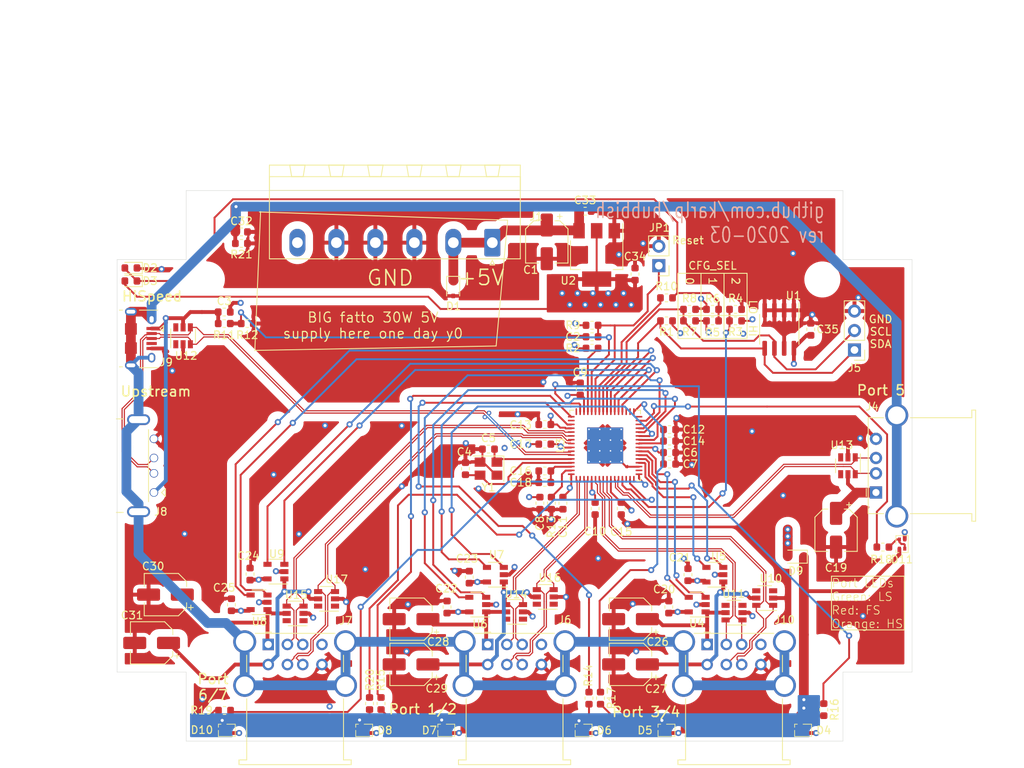
<source format=kicad_pcb>
(kicad_pcb (version 20200119) (host pcbnew "5.99.0-unknown-r18058-7526d2af")
  (layers (0 "F.Cu" signal) (1 "In1.Cu" power) (2 "In2.Cu" power) (31 "B.Cu" signal) (34 "B.Paste" user) (35 "F.Paste" user) (36 "B.SilkS" user) (37 "F.SilkS" user) (38 "B.Mask" user) (39 "F.Mask" user) (44 "Edge.Cuts" user))
  (net 0 "")
  (net 1 "GND")
  (net 2 "+5V")
  (net 3 "+3V3")
  (net 4 "/downstream-port-power/DS+")
  (net 5 "/downstream-port-power/DS-")
  (net 6 "/upstream-config-leds/EE_SDA")
  (net 7 "/downstream-port-power/U3-")
  (net 8 "/downstream-port-power/U3+")
  (net 9 "/downstream-port-power/U4+")
  (net 10 "/downstream-port-power/U5-")
  (net 11 "/downstream-port-power/U5+")
  (net 12 "/downstream-port-power/U6-")
  (net 13 "/downstream-port-power/U6+")
  (net 14 "/upstream-config-leds/UP+")
  (net 15 "/upstream-config-leds/UP-")
  (net 16 "/downstream-port-power/U1-")
  (net 17 "/downstream-port-power/U1+")
  (net 18 "/downstream-port-power/U2-")
  (net 19 "/downstream-port-power/U2+")
  (net 20 "/downstream-port-power/EN6")
  (net 21 "/downstream-port-power/OC6")
  (net 22 "/downstream-port-power/OC5")
  (net 23 "/downstream-port-power/EN5")
  (net 24 "/downstream-port-power/EN1")
  (net 25 "/downstream-port-power/OC1")
  (net 26 "/downstream-port-power/OC2")
  (net 27 "/downstream-port-power/EN2")
  (net 28 "/downstream-port-power/EN3")
  (net 29 "/downstream-port-power/OC3")
  (net 30 "/downstream-port-power/OC4")
  (net 31 "/downstream-port-power/EN4")
  (net 32 "/upstream-config-leds/~RESET")
  (net 33 "/upstream-config-leds/VBUS_UP")
  (net 34 "/upstream-config-leds/XTAL1")
  (net 35 "/upstream-config-leds/XTAL2")
  (net 36 "/upstream-config-leds/VDD18")
  (net 37 "/upstream-config-leds/VDD18PLL")
  (net 38 "/downstream-port-power/VBUS1")
  (net 39 "/downstream-port-power/VBUS2")
  (net 40 "/downstream-port-power/VBUS3")
  (net 41 "/downstream-port-power/VBUS4")
  (net 42 "/downstream-port-power/VBUS5")
  (net 43 "/downstream-port-power/VBUS6")
  (net 44 "/upstream-config-leds/CFG_SEL1")
  (net 45 "/upstream-config-leds/CFG_SEL0")
  (net 46 "/upstream-config-leds/CFG_SEL2")
  (net 47 "/upstream-config-leds/RBIAS")
  (net 48 "/upstream-config-leds/CFG_SEL1_A")
  (net 49 "/upstream-config-leds/LED_A1")
  (net 50 "/upstream-config-leds/LED_A2")
  (net 51 "/upstream-config-leds/LED_A3")
  (net 52 "/upstream-config-leds/LED_A4")
  (net 53 "/upstream-config-leds/LED_A5")
  (net 54 "/upstream-config-leds/LED_A6")
  (net 55 "/upstream-config-leds/LED_A7")
  (net 56 "/downstream-port-power/U4-")
  (net 57 "/upstream-config-leds/LED_DRIVE")
  (net 58 "/upstream-config-leds/LA_3-1")
  (net 59 "/upstream-config-leds/LA_4-2")
  (net 60 "/upstream-config-leds/LA_1-3")
  (net 61 "/upstream-config-leds/LA_2-4")
  (net 62 "/upstream-config-leds/LA_6-6")
  (net 63 "/upstream-config-leds/VBUS_DET")
  (net 64 "/upstream-config-leds/LA_7-5")
  (net 65 "/upstream-config-leds/LA_5-DS")
  (net 66 "/upstream-config-leds/LOCAL_PWR")
  (net 67 "GNDPWR")
  (module "Package_DFN_QFN:QFN-64-1EP_9x9mm_P0.5mm_EP4.7x4.7mm_ThermalVias" (layer "F.Cu") (at 157 78.45 90)
    (fp_text reference "U3" (at 0 -5.8 90) (layer "F.SilkS"))
    (fp_text value "USB2517")
    (pad "65" smd rect (at 0 0 90) (size 4.7 4.7) (layers "B.Cu") (net 1 "GND"))
    (pad "65" thru_hole circle (at 2.1 2.1 90) (size 0.5 0.5) (drill 0.2) (layers *.Cu) (net 1 "GND"))
    (pad "65" thru_hole circle (at 0.7 2.1 90) (size 0.5 0.5) (drill 0.2) (layers *.Cu) (net 1 "GND"))
    (pad "65" thru_hole circle (at -0.7 2.1 90) (size 0.5 0.5) (drill 0.2) (layers *.Cu) (net 1 "GND"))
    (pad "65" thru_hole circle (at -2.1 2.1 90) (size 0.5 0.5) (drill 0.2) (layers *.Cu) (net 1 "GND"))
    (pad "65" thru_hole circle (at 2.1 0.7 90) (size 0.5 0.5) (drill 0.2) (layers *.Cu) (net 1 "GND"))
    (pad "65" thru_hole circle (at 0.7 0.7 90) (size 0.5 0.5) (drill 0.2) (layers *.Cu) (net 1 "GND"))
    (pad "65" thru_hole circle (at -0.7 0.7 90) (size 0.5 0.5) (drill 0.2) (layers *.Cu) (net 1 "GND"))
    (pad "65" thru_hole circle (at -2.1 0.7 90) (size 0.5 0.5) (drill 0.2) (layers *.Cu) (net 1 "GND"))
    (pad "65" thru_hole circle (at 2.1 -0.7 90) (size 0.5 0.5) (drill 0.2) (layers *.Cu) (net 1 "GND"))
    (pad "65" thru_hole circle (at 0.7 -0.7 90) (size 0.5 0.5) (drill 0.2) (layers *.Cu) (net 1 "GND"))
    (pad "65" thru_hole circle (at -0.7 -0.7 90) (size 0.5 0.5) (drill 0.2) (layers *.Cu) (net 1 "GND"))
    (pad "65" thru_hole circle (at -2.1 -0.7 90) (size 0.5 0.5) (drill 0.2) (layers *.Cu) (net 1 "GND"))
    (pad "65" thru_hole circle (at 2.1 -2.1 90) (size 0.5 0.5) (drill 0.2) (layers *.Cu) (net 1 "GND"))
    (pad "65" thru_hole circle (at 0.7 -2.1 90) (size 0.5 0.5) (drill 0.2) (layers *.Cu) (net 1 "GND"))
    (pad "65" thru_hole circle (at -0.7 -2.1 90) (size 0.5 0.5) (drill 0.2) (layers *.Cu) (net 1 "GND"))
    (pad "65" thru_hole circle (at -2.1 -2.1 90) (size 0.5 0.5) (drill 0.2) (layers *.Cu) (net 1 "GND"))
    (pad "65" smd rect (at 0 0 90) (size 4.7 4.7) (layers "F.Cu" "F.Mask") (net 1 "GND"))
    (pad "64" smd roundrect (at -3.75 -4.4125 90) (size 0.2 0.875) (layers "F.Cu" "F.Paste" "F.Mask") (net 3 "+3V3"))
    (pad "63" smd roundrect (at -3.25 -4.4125 90) (size 0.2 0.875) (layers "F.Cu" "F.Paste" "F.Mask") (net 47 "/upstream-config-leds/RBIAS"))
    (pad "62" smd roundrect (at -2.75 -4.4125 90) (size 0.2 0.875) (layers "F.Cu" "F.Paste" "F.Mask") (net 37 "/upstream-config-leds/VDD18PLL"))
    (pad "61" smd roundrect (at -2.25 -4.4125 90) (size 0.2 0.875) (layers "F.Cu" "F.Paste" "F.Mask") (net 34 "/upstream-config-leds/XTAL1"))
    (pad "60" smd roundrect (at -1.75 -4.4125 90) (size 0.2 0.875) (layers "F.Cu" "F.Paste" "F.Mask") (net 35 "/upstream-config-leds/XTAL2"))
    (pad "59" smd roundrect (at -1.25 -4.4125 90) (size 0.2 0.875) (layers "F.Cu" "F.Paste" "F.Mask") (net 14 "/upstream-config-leds/UP+"))
    (pad "58" smd roundrect (at -0.75 -4.4125 90) (size 0.2 0.875) (layers "F.Cu" "F.Paste" "F.Mask") (net 15 "/upstream-config-leds/UP-"))
    (pad "57" smd roundrect (at -0.25 -4.4125 90) (size 0.2 0.875) (layers "F.Cu" "F.Paste" "F.Mask") (net 3 "+3V3"))
    (pad "56" smd roundrect (at 0.25 -4.4125 90) (size 0.2 0.875) (layers "F.Cu" "F.Paste" "F.Mask") (net 13 "/downstream-port-power/U6+"))
    (pad "55" smd roundrect (at 0.75 -4.4125 90) (size 0.2 0.875) (layers "F.Cu" "F.Paste" "F.Mask") (net 12 "/downstream-port-power/U6-"))
    (pad "54" smd roundrect (at 1.25 -4.4125 90) (size 0.2 0.875) (layers "F.Cu" "F.Paste" "F.Mask") (net 11 "/downstream-port-power/U5+"))
    (pad "53" smd roundrect (at 1.75 -4.4125 90) (size 0.2 0.875) (layers "F.Cu" "F.Paste" "F.Mask") (net 10 "/downstream-port-power/U5-"))
    (pad "52" smd roundrect (at 2.25 -4.4125 90) (size 0.2 0.875) (layers "F.Cu" "F.Paste" "F.Mask") (net 3 "+3V3"))
    (pad "51" smd roundrect (at 2.75 -4.4125 90) (size 0.2 0.875) (layers "F.Cu" "F.Paste" "F.Mask") (net 49 "/upstream-config-leds/LED_A1"))
    (pad "50" smd roundrect (at 3.25 -4.4125 90) (size 0.2 0.875) (layers "F.Cu" "F.Paste" "F.Mask"))
    (pad "49" smd roundrect (at 3.75 -4.4125 90) (size 0.2 0.875) (layers "F.Cu" "F.Paste" "F.Mask") (net 50 "/upstream-config-leds/LED_A2"))
    (pad "48" smd roundrect (at 4.4125 -3.75 90) (size 0.875 0.2) (layers "F.Cu" "F.Paste" "F.Mask"))
    (pad "47" smd roundrect (at 4.4125 -3.25 90) (size 0.875 0.2) (layers "F.Cu" "F.Paste" "F.Mask") (net 51 "/upstream-config-leds/LED_A3"))
    (pad "46" smd roundrect (at 4.4125 -2.75 90) (size 0.875 0.2) (layers "F.Cu" "F.Paste" "F.Mask") (net 3 "+3V3"))
    (pad "45" smd roundrect (at 4.4125 -2.25 90) (size 0.875 0.2) (layers "F.Cu" "F.Paste" "F.Mask") (net 66 "/upstream-config-leds/LOCAL_PWR"))
    (pad "44" smd roundrect (at 4.4125 -1.75 90) (size 0.875 0.2) (layers "F.Cu" "F.Paste" "F.Mask") (net 63 "/upstream-config-leds/VBUS_DET"))
    (pad "43" smd roundrect (at 4.4125 -1.25 90) (size 0.875 0.2) (layers "F.Cu" "F.Paste" "F.Mask") (net 32 "/upstream-config-leds/~RESET"))
    (pad "42" smd roundrect (at 4.4125 -0.75 90) (size 0.875 0.2) (layers "F.Cu" "F.Paste" "F.Mask") (net 48 "/upstream-config-leds/CFG_SEL1_A"))
    (pad "41" smd roundrect (at 4.4125 -0.25 90) (size 0.875 0.2) (layers "F.Cu" "F.Paste" "F.Mask") (net 45 "/upstream-config-leds/CFG_SEL0"))
    (pad "40" smd roundrect (at 4.4125 0.25 90) (size 0.875 0.2) (layers "F.Cu" "F.Paste" "F.Mask") (net 6 "/upstream-config-leds/EE_SDA"))
    (pad "39" smd roundrect (at 4.4125 0.75 90) (size 0.875 0.2) (layers "F.Cu" "F.Paste" "F.Mask") (net 23 "/downstream-port-power/EN5"))
    (pad "38" smd roundrect (at 4.4125 1.25 90) (size 0.875 0.2) (layers "F.Cu" "F.Paste" "F.Mask") (net 22 "/downstream-port-power/OC5"))
    (pad "37" smd roundrect (at 4.4125 1.75 90) (size 0.875 0.2) (layers "F.Cu" "F.Paste" "F.Mask") (net 21 "/downstream-port-power/OC6"))
    (pad "36" smd roundrect (at 4.4125 2.25 90) (size 0.875 0.2) (layers "F.Cu" "F.Paste" "F.Mask") (net 20 "/downstream-port-power/EN6"))
    (pad "35" smd roundrect (at 4.4125 2.75 90) (size 0.875 0.2) (layers "F.Cu" "F.Paste" "F.Mask"))
    (pad "34" smd roundrect (at 4.4125 3.25 90) (size 0.875 0.2) (layers "F.Cu" "F.Paste" "F.Mask"))
    (pad "33" smd roundrect (at 4.4125 3.75 90) (size 0.875 0.2) (layers "F.Cu" "F.Paste" "F.Mask") (net 52 "/upstream-config-leds/LED_A4"))
    (pad "32" smd roundrect (at 3.75 4.4125 90) (size 0.2 0.875) (layers "F.Cu" "F.Paste" "F.Mask"))
    (pad "31" smd roundrect (at 3.25 4.4125 90) (size 0.2 0.875) (layers "F.Cu" "F.Paste" "F.Mask") (net 53 "/upstream-config-leds/LED_A5"))
    (pad "30" smd roundrect (at 2.75 4.4125 90) (size 0.2 0.875) (layers "F.Cu" "F.Paste" "F.Mask"))
    (pad "29" smd roundrect (at 2.25 4.4125 90) (size 0.2 0.875) (layers "F.Cu" "F.Paste" "F.Mask") (net 28 "/downstream-port-power/EN3"))
    (pad "28" smd roundrect (at 1.75 4.4125 90) (size 0.2 0.875) (layers "F.Cu" "F.Paste" "F.Mask") (net 29 "/downstream-port-power/OC3"))
    (pad "27" smd roundrect (at 1.25 4.4125 90) (size 0.2 0.875) (layers "F.Cu" "F.Paste" "F.Mask") (net 30 "/downstream-port-power/OC4"))
    (pad "26" smd roundrect (at 0.75 4.4125 90) (size 0.2 0.875) (layers "F.Cu" "F.Paste" "F.Mask") (net 31 "/downstream-port-power/EN4"))
    (pad "25" smd roundrect (at 0.25 4.4125 90) (size 0.2 0.875) (layers "F.Cu" "F.Paste" "F.Mask") (net 36 "/upstream-config-leds/VDD18"))
    (pad "24" smd roundrect (at -0.25 4.4125 90) (size 0.2 0.875) (layers "F.Cu" "F.Paste" "F.Mask") (net 3 "+3V3"))
    (pad "23" smd roundrect (at -0.75 4.4125 90) (size 0.2 0.875) (layers "F.Cu" "F.Paste" "F.Mask") (net 24 "/downstream-port-power/EN1"))
    (pad "22" smd roundrect (at -1.25 4.4125 90) (size 0.2 0.875) (layers "F.Cu" "F.Paste" "F.Mask") (net 25 "/downstream-port-power/OC1"))
    (pad "21" smd roundrect (at -1.75 4.4125 90) (size 0.2 0.875) (layers "F.Cu" "F.Paste" "F.Mask") (net 26 "/downstream-port-power/OC2"))
    (pad "20" smd roundrect (at -2.25 4.4125 90) (size 0.2 0.875) (layers "F.Cu" "F.Paste" "F.Mask") (net 27 "/downstream-port-power/EN2"))
    (pad "19" smd roundrect (at -2.75 4.4125 90) (size 0.2 0.875) (layers "F.Cu" "F.Paste" "F.Mask") (net 1 "GND"))
    (pad "18" smd roundrect (at -3.25 4.4125 90) (size 0.2 0.875) (layers "F.Cu" "F.Paste" "F.Mask"))
    (pad "17" smd roundrect (at -3.75 4.4125 90) (size 0.2 0.875) (layers "F.Cu" "F.Paste" "F.Mask") (net 54 "/upstream-config-leds/LED_A6"))
    (pad "16" smd roundrect (at -4.4125 3.75 90) (size 0.875 0.2) (layers "F.Cu" "F.Paste" "F.Mask"))
    (pad "15" smd roundrect (at -4.4125 3.25 90) (size 0.875 0.2) (layers "F.Cu" "F.Paste" "F.Mask") (net 55 "/upstream-config-leds/LED_A7"))
    (pad "14" smd roundrect (at -4.4125 2.75 90) (size 0.875 0.2) (layers "F.Cu" "F.Paste" "F.Mask"))
    (pad "13" smd roundrect (at -4.4125 2.25 90) (size 0.875 0.2) (layers "F.Cu" "F.Paste" "F.Mask") (net 46 "/upstream-config-leds/CFG_SEL2"))
    (pad "12" smd roundrect (at -4.4125 1.75 90) (size 0.875 0.2) (layers "F.Cu" "F.Paste" "F.Mask") (net 4 "/downstream-port-power/DS+"))
    (pad "11" smd roundrect (at -4.4125 1.25 90) (size 0.875 0.2) (layers "F.Cu" "F.Paste" "F.Mask") (net 5 "/downstream-port-power/DS-"))
    (pad "10" smd roundrect (at -4.4125 0.75 90) (size 0.875 0.2) (layers "F.Cu" "F.Paste" "F.Mask") (net 3 "+3V3"))
    (pad "9" smd roundrect (at -4.4125 0.25 90) (size 0.875 0.2) (layers "F.Cu" "F.Paste" "F.Mask") (net 19 "/downstream-port-power/U2+"))
    (pad "8" smd roundrect (at -4.4125 -0.25 90) (size 0.875 0.2) (layers "F.Cu" "F.Paste" "F.Mask") (net 18 "/downstream-port-power/U2-"))
    (pad "7" smd roundrect (at -4.4125 -0.75 90) (size 0.875 0.2) (layers "F.Cu" "F.Paste" "F.Mask") (net 17 "/downstream-port-power/U1+"))
    (pad "6" smd roundrect (at -4.4125 -1.25 90) (size 0.875 0.2) (layers "F.Cu" "F.Paste" "F.Mask") (net 16 "/downstream-port-power/U1-"))
    (pad "5" smd roundrect (at -4.4125 -1.75 90) (size 0.875 0.2) (layers "F.Cu" "F.Paste" "F.Mask") (net 3 "+3V3"))
    (pad "4" smd roundrect (at -4.4125 -2.25 90) (size 0.875 0.2) (layers "F.Cu" "F.Paste" "F.Mask") (net 9 "/downstream-port-power/U4+"))
    (pad "3" smd roundrect (at -4.4125 -2.75 90) (size 0.875 0.2) (layers "F.Cu" "F.Paste" "F.Mask") (net 56 "/downstream-port-power/U4-"))
    (pad "2" smd roundrect (at -4.4125 -3.25 90) (size 0.875 0.2) (layers "F.Cu" "F.Paste" "F.Mask") (net 8 "/downstream-port-power/U3+"))
    (pad "1" smd roundrect (at -4.4125 -3.75 90) (size 0.875 0.2) (layers "F.Cu" "F.Paste" "F.Mask") (net 7 "/downstream-port-power/U3-"))
  )
  (module "Diode_SMD:D_SOD-323" (layer "F.Cu") (at 137.2 57.9 -90)
    (fp_text reference "D1" (at 2.4 -0.05 180) (layer "F.SilkS"))
    (fp_text value "SD05-7")
    (pad "2" smd rect (at 1.05 0 270) (size 0.6 0.45) (layers "F.Cu" "F.Paste" "F.Mask") (net 1 "GND"))
    (pad "1" smd rect (at -1.05 0 270) (size 0.6 0.45) (layers "F.Cu" "F.Paste" "F.Mask") (net 2 "+5V"))
  )
  (module "Diode_SMD:D_SOD-323" (layer "F.Cu") (at 181.85 92.95 180)
    (fp_text reference "D9" (at 0 -1.85) (layer "F.SilkS"))
    (fp_text value "D_Small")
    (pad "2" smd rect (at 1.05 0 180) (size 0.6 0.45) (layers "F.Cu" "F.Paste" "F.Mask") (net 3 "+3V3"))
    (pad "1" smd rect (at -1.05 0 180) (size 0.6 0.45) (layers "F.Cu" "F.Paste" "F.Mask") (net 57 "/upstream-config-leds/LED_DRIVE"))
  )
  (module "Capacitor_SMD:CP_Elec_5x5.4" (layer "F.Cu") (at 131.711189 101.1 180)
    (fp_text reference "C28" (at -3.538811 -2.95) (layer "F.SilkS"))
    (fp_text value "100uF")
    (pad "2" smd roundrect (at 2.2 0 180) (size 3 1.6) (layers "F.Cu" "F.Paste" "F.Mask") (roundrect_rratio 0.15625) (net 1 "GND"))
    (pad "1" smd roundrect (at -2.2 0 180) (size 3 1.6) (layers "F.Cu" "F.Paste" "F.Mask") (roundrect_rratio 0.15625) (net 40 "/downstream-port-power/VBUS3"))
  )
  (module "Capacitor_SMD:CP_Elec_5x5.4" (layer "F.Cu") (at 149.4 51.9 -90)
    (fp_text reference "C1" (at 3.65 2.1 180) (layer "F.SilkS"))
    (fp_text value "100uF")
    (pad "2" smd roundrect (at 2.2 0 270) (size 3 1.6) (layers "F.Cu" "F.Paste" "F.Mask") (roundrect_rratio 0.15625) (net 1 "GND"))
    (pad "1" smd roundrect (at -2.2 0 270) (size 3 1.6) (layers "F.Cu" "F.Paste" "F.Mask") (roundrect_rratio 0.15625) (net 2 "+5V"))
  )
  (module "Package_TO_SOT_SMD:SOT-23-6" (layer "F.Cu") (at 120.7 98.45 180)
    (fp_text reference "U17" (at -1.3 2.55) (layer "F.SilkS"))
    (fp_text value "NUP4202")
    (pad "5" smd rect (at 1.1 0 180) (size 1.06 0.65) (layers "F.Cu" "F.Paste" "F.Mask") (net 43 "/downstream-port-power/VBUS6"))
    (pad "6" smd rect (at 1.1 -0.95 180) (size 1.06 0.65) (layers "F.Cu" "F.Paste" "F.Mask"))
    (pad "4" smd rect (at 1.1 0.95 180) (size 1.06 0.65) (layers "F.Cu" "F.Paste" "F.Mask") (net 12 "/downstream-port-power/U6-"))
    (pad "3" smd rect (at -1.1 0.95 180) (size 1.06 0.65) (layers "F.Cu" "F.Paste" "F.Mask") (net 13 "/downstream-port-power/U6+"))
    (pad "2" smd rect (at -1.1 0 180) (size 1.06 0.65) (layers "F.Cu" "F.Paste" "F.Mask") (net 1 "GND"))
    (pad "1" smd rect (at -1.1 -0.95 180) (size 1.06 0.65) (layers "F.Cu" "F.Paste" "F.Mask"))
  )
  (module "Package_TO_SOT_SMD:SOT-23-6" (layer "F.Cu") (at 149.2 98.2 180)
    (fp_text reference "U16" (at -0.6 2.5) (layer "F.SilkS"))
    (fp_text value "NUP4202")
    (pad "5" smd rect (at 1.1 0 180) (size 1.06 0.65) (layers "F.Cu" "F.Paste" "F.Mask") (net 41 "/downstream-port-power/VBUS4"))
    (pad "6" smd rect (at 1.1 -0.95 180) (size 1.06 0.65) (layers "F.Cu" "F.Paste" "F.Mask"))
    (pad "4" smd rect (at 1.1 0.95 180) (size 1.06 0.65) (layers "F.Cu" "F.Paste" "F.Mask") (net 56 "/downstream-port-power/U4-"))
    (pad "3" smd rect (at -1.1 0.95 180) (size 1.06 0.65) (layers "F.Cu" "F.Paste" "F.Mask") (net 9 "/downstream-port-power/U4+"))
    (pad "2" smd rect (at -1.1 0 180) (size 1.06 0.65) (layers "F.Cu" "F.Paste" "F.Mask") (net 1 "GND"))
    (pad "1" smd rect (at -1.1 -0.95 180) (size 1.06 0.65) (layers "F.Cu" "F.Paste" "F.Mask"))
  )
  (module "Package_TO_SOT_SMD:SOT-23-6" (layer "F.Cu") (at 116.6 100.35 180)
    (fp_text reference "U15" (at -0.15 2.4) (layer "F.SilkS"))
    (fp_text value "NUP4202")
    (pad "5" smd rect (at 1.1 0 180) (size 1.06 0.65) (layers "F.Cu" "F.Paste" "F.Mask") (net 42 "/downstream-port-power/VBUS5"))
    (pad "6" smd rect (at 1.1 -0.95 180) (size 1.06 0.65) (layers "F.Cu" "F.Paste" "F.Mask"))
    (pad "4" smd rect (at 1.1 0.95 180) (size 1.06 0.65) (layers "F.Cu" "F.Paste" "F.Mask") (net 10 "/downstream-port-power/U5-"))
    (pad "3" smd rect (at -1.1 0.95 180) (size 1.06 0.65) (layers "F.Cu" "F.Paste" "F.Mask") (net 11 "/downstream-port-power/U5+"))
    (pad "2" smd rect (at -1.1 0 180) (size 1.06 0.65) (layers "F.Cu" "F.Paste" "F.Mask") (net 1 "GND"))
    (pad "1" smd rect (at -1.1 -0.95 180) (size 1.06 0.65) (layers "F.Cu" "F.Paste" "F.Mask"))
  )
  (module "Package_TO_SOT_SMD:SOT-23-6" (layer "F.Cu") (at 145.2 100.15 180)
    (fp_text reference "U14" (at -0.2 2.3) (layer "F.SilkS"))
    (fp_text value "NUP4202")
    (pad "5" smd rect (at 1.1 0 180) (size 1.06 0.65) (layers "F.Cu" "F.Paste" "F.Mask") (net 40 "/downstream-port-power/VBUS3"))
    (pad "6" smd rect (at 1.1 -0.95 180) (size 1.06 0.65) (layers "F.Cu" "F.Paste" "F.Mask"))
    (pad "4" smd rect (at 1.1 0.95 180) (size 1.06 0.65) (layers "F.Cu" "F.Paste" "F.Mask") (net 7 "/downstream-port-power/U3-"))
    (pad "3" smd rect (at -1.1 0.95 180) (size 1.06 0.65) (layers "F.Cu" "F.Paste" "F.Mask") (net 8 "/downstream-port-power/U3+"))
    (pad "2" smd rect (at -1.1 0 180) (size 1.06 0.65) (layers "F.Cu" "F.Paste" "F.Mask") (net 1 "GND"))
    (pad "1" smd rect (at -1.1 -0.95 180) (size 1.06 0.65) (layers "F.Cu" "F.Paste" "F.Mask"))
  )
  (module "Package_TO_SOT_SMD:SOT-23-6" (layer "F.Cu") (at 188.65 81.1 -90)
    (fp_text reference "U13" (at -2.7 0.8 180) (layer "F.SilkS"))
    (fp_text value "NUP4202")
    (pad "5" smd rect (at 1.1 0 270) (size 1.06 0.65) (layers "F.Cu" "F.Paste" "F.Mask") (net 2 "+5V"))
    (pad "6" smd rect (at 1.1 -0.95 270) (size 1.06 0.65) (layers "F.Cu" "F.Paste" "F.Mask") (net 5 "/downstream-port-power/DS-"))
    (pad "4" smd rect (at 1.1 0.95 270) (size 1.06 0.65) (layers "F.Cu" "F.Paste" "F.Mask"))
    (pad "3" smd rect (at -1.1 0.95 270) (size 1.06 0.65) (layers "F.Cu" "F.Paste" "F.Mask"))
    (pad "2" smd rect (at -1.1 0 270) (size 1.06 0.65) (layers "F.Cu" "F.Paste" "F.Mask") (net 1 "GND"))
    (pad "1" smd rect (at -1.1 -0.95 270) (size 1.06 0.65) (layers "F.Cu" "F.Paste" "F.Mask") (net 4 "/downstream-port-power/DS+"))
  )
  (module "Package_TO_SOT_SMD:SOT-23-6" (layer "F.Cu") (at 102 64.15 90)
    (fp_text reference "U12" (at -2.6 0.4 180) (layer "F.SilkS"))
    (fp_text value "NUP4202")
    (pad "5" smd rect (at 1.1 0 90) (size 1.06 0.65) (layers "F.Cu" "F.Paste" "F.Mask") (net 33 "/upstream-config-leds/VBUS_UP"))
    (pad "6" smd rect (at 1.1 -0.95 90) (size 1.06 0.65) (layers "F.Cu" "F.Paste" "F.Mask"))
    (pad "4" smd rect (at 1.1 0.95 90) (size 1.06 0.65) (layers "F.Cu" "F.Paste" "F.Mask") (net 15 "/upstream-config-leds/UP-"))
    (pad "3" smd rect (at -1.1 0.95 90) (size 1.06 0.65) (layers "F.Cu" "F.Paste" "F.Mask") (net 14 "/upstream-config-leds/UP+"))
    (pad "2" smd rect (at -1.1 0 90) (size 1.06 0.65) (layers "F.Cu" "F.Paste" "F.Mask") (net 1 "GND"))
    (pad "1" smd rect (at -1.1 -0.95 90) (size 1.06 0.65) (layers "F.Cu" "F.Paste" "F.Mask"))
  )
  (module "Package_TO_SOT_SMD:SOT-23-6" (layer "F.Cu") (at 173.8 100.25 180)
    (fp_text reference "U11" (at 0.05 2.45) (layer "F.SilkS"))
    (fp_text value "NUP4202")
    (pad "5" smd rect (at 1.1 0 180) (size 1.06 0.65) (layers "F.Cu" "F.Paste" "F.Mask") (net 38 "/downstream-port-power/VBUS1"))
    (pad "6" smd rect (at 1.1 -0.95 180) (size 1.06 0.65) (layers "F.Cu" "F.Paste" "F.Mask") (net 16 "/downstream-port-power/U1-"))
    (pad "4" smd rect (at 1.1 0.95 180) (size 1.06 0.65) (layers "F.Cu" "F.Paste" "F.Mask"))
    (pad "3" smd rect (at -1.1 0.95 180) (size 1.06 0.65) (layers "F.Cu" "F.Paste" "F.Mask"))
    (pad "2" smd rect (at -1.1 0 180) (size 1.06 0.65) (layers "F.Cu" "F.Paste" "F.Mask") (net 1 "GND"))
    (pad "1" smd rect (at -1.1 -0.95 180) (size 1.06 0.65) (layers "F.Cu" "F.Paste" "F.Mask") (net 17 "/downstream-port-power/U1+"))
  )
  (module "Package_TO_SOT_SMD:SOT-23-6" (layer "F.Cu") (at 177.8 98.35 180)
    (fp_text reference "U10" (at -0.8 2.55) (layer "F.SilkS"))
    (fp_text value "NUP4202")
    (pad "5" smd rect (at 1.1 0 180) (size 1.06 0.65) (layers "F.Cu" "F.Paste" "F.Mask") (net 39 "/downstream-port-power/VBUS2"))
    (pad "6" smd rect (at 1.1 -0.95 180) (size 1.06 0.65) (layers "F.Cu" "F.Paste" "F.Mask") (net 18 "/downstream-port-power/U2-"))
    (pad "4" smd rect (at 1.1 0.95 180) (size 1.06 0.65) (layers "F.Cu" "F.Paste" "F.Mask"))
    (pad "3" smd rect (at -1.1 0.95 180) (size 1.06 0.65) (layers "F.Cu" "F.Paste" "F.Mask"))
    (pad "2" smd rect (at -1.1 0 180) (size 1.06 0.65) (layers "F.Cu" "F.Paste" "F.Mask") (net 1 "GND"))
    (pad "1" smd rect (at -1.1 -0.95 180) (size 1.06 0.65) (layers "F.Cu" "F.Paste" "F.Mask") (net 19 "/downstream-port-power/U2+"))
  )
  (module "Connector_USB:USB_A_Stewart_SS-52100-001_Horizontal" (layer "F.Cu") (at 192.3 84.5824 90)
    (fp_text reference "J4" (at 11.2 -0.5 180) (layer "F.SilkS"))
    (fp_text value "USB_A (female down)")
    (pad "5" thru_hole circle (at 10.07 2.71 90) (size 3 3) (drill 2.3) (layers *.Cu *.Mask) (net 67 "GNDPWR"))
    (pad "5" thru_hole circle (at -3.07 2.71 90) (size 3 3) (drill 2.3) (layers *.Cu *.Mask) (net 67 "GNDPWR"))
    (pad "1" thru_hole rect (at 0 0 90) (size 1.6 1.6) (drill 0.92) (layers *.Cu *.Mask) (net 2 "+5V"))
    (pad "2" thru_hole circle (at 2.5 0 90) (size 1.6 1.6) (drill 0.92) (layers *.Cu *.Mask) (net 5 "/downstream-port-power/DS-"))
    (pad "3" thru_hole circle (at 4.5 0 90) (size 1.6 1.6) (drill 0.92) (layers *.Cu *.Mask) (net 4 "/downstream-port-power/DS+"))
    (pad "4" thru_hole circle (at 7 0 90) (size 1.6 1.6) (drill 0.92) (layers *.Cu *.Mask) (net 1 "GND"))
  )
  (module "Capacitor_SMD:C_0603_1608Metric" (layer "F.Cu") (at 160.9 56.1 90)
    (fp_text reference "C34" (at 2.3 0 180) (layer "F.SilkS"))
    (fp_text value "10uF")
    (pad "2" smd roundrect (at 0.7875 0 90) (size 0.875 0.95) (layers "F.Cu" "F.Paste" "F.Mask") (net 1 "GND"))
    (pad "1" smd roundrect (at -0.7875 0 90) (size 0.875 0.95) (layers "F.Cu" "F.Paste" "F.Mask") (net 3 "+3V3"))
  )
  (module "Capacitor_SMD:C_0603_1608Metric" (layer "F.Cu") (at 154.4 47.9)
    (fp_text reference "C33" (at 0 -1.43) (layer "F.SilkS"))
    (fp_text value "10uF")
    (pad "2" smd roundrect (at 0.7875 0) (size 0.875 0.95) (layers "F.Cu" "F.Paste" "F.Mask") (net 1 "GND"))
    (pad "1" smd roundrect (at -0.7875 0) (size 0.875 0.95) (layers "F.Cu" "F.Paste" "F.Mask") (net 2 "+5V"))
  )
  (module "Connector_Phoenix_MSTB:PhoenixContact_MSTBA_2,5_6-G-5,08_1x06_P5.08mm_Horizontal" (layer "F.Cu") (at 142.3 52 180)
    (fp_text reference "J1" (at -5.7 3.4) (layer "F.SilkS"))
    (fp_text value "Conn_01x06")
    (pad "6" thru_hole oval (at 25.4 0 180) (size 2.08 3.6) (drill 1.4) (layers *.Cu *.Mask))
    (pad "5" thru_hole oval (at 20.32 0 180) (size 2.08 3.6) (drill 1.4) (layers *.Cu *.Mask) (net 1 "GND"))
    (pad "4" thru_hole oval (at 15.24 0 180) (size 2.08 3.6) (drill 1.4) (layers *.Cu *.Mask) (net 1 "GND"))
    (pad "3" thru_hole oval (at 10.16 0 180) (size 2.08 3.6) (drill 1.4) (layers *.Cu *.Mask) (net 1 "GND"))
    (pad "2" thru_hole oval (at 5.08 0 180) (size 2.08 3.6) (drill 1.4) (layers *.Cu *.Mask) (net 2 "+5V"))
    (pad "1" thru_hole roundrect (at 0 0 180) (size 2.08 3.6) (drill 1.4) (layers *.Cu *.Mask) (roundrect_rratio 0.120192) (net 2 "+5V"))
  )
  (module "Capacitor_SMD:CP_Elec_5x5.4" (layer "F.Cu") (at 187.1 89.5 -90)
    (fp_text reference "C19" (at 4.9 0 -180) (layer "F.SilkS"))
    (fp_text value "100uF")
    (pad "2" smd roundrect (at 2.2 0 270) (size 3 1.6) (layers "F.Cu" "F.Paste" "F.Mask") (roundrect_rratio 0.15625) (net 1 "GND"))
    (pad "1" smd roundrect (at -2.2 0 270) (size 3 1.6) (layers "F.Cu" "F.Paste" "F.Mask") (roundrect_rratio 0.15625) (net 2 "+5V"))
  )
  (module "Capacitor_SMD:CP_Elec_5x5.4" (layer "F.Cu") (at 160.311189 101.1 180)
    (fp_text reference "C26" (at -3.538811 -2.95) (layer "F.SilkS"))
    (fp_text value "100uF")
    (pad "2" smd roundrect (at 2.2 0 180) (size 3 1.6) (layers "F.Cu" "F.Paste" "F.Mask") (roundrect_rratio 0.15625) (net 1 "GND"))
    (pad "1" smd roundrect (at -2.2 0 180) (size 3 1.6) (layers "F.Cu" "F.Paste" "F.Mask") (roundrect_rratio 0.15625) (net 38 "/downstream-port-power/VBUS1"))
  )
  (module "Capacitor_SMD:CP_Elec_5x5.4" (layer "F.Cu") (at 160.311189 107 180)
    (fp_text reference "C27" (at -3.338811 -3.2) (layer "F.SilkS"))
    (fp_text value "100uF")
    (pad "2" smd roundrect (at 2.2 0 180) (size 3 1.6) (layers "F.Cu" "F.Paste" "F.Mask") (roundrect_rratio 0.15625) (net 1 "GND"))
    (pad "1" smd roundrect (at -2.2 0 180) (size 3 1.6) (layers "F.Cu" "F.Paste" "F.Mask") (roundrect_rratio 0.15625) (net 39 "/downstream-port-power/VBUS2"))
  )
  (module "Capacitor_SMD:CP_Elec_5x5.4" (layer "F.Cu") (at 131.711189 107 180)
    (fp_text reference "C29" (at -3.338811 -3.15) (layer "F.SilkS"))
    (fp_text value "100uF")
    (pad "2" smd roundrect (at 2.2 0 180) (size 3 1.6) (layers "F.Cu" "F.Paste" "F.Mask") (roundrect_rratio 0.15625) (net 1 "GND"))
    (pad "1" smd roundrect (at -2.2 0 180) (size 3 1.6) (layers "F.Cu" "F.Paste" "F.Mask") (roundrect_rratio 0.15625) (net 41 "/downstream-port-power/VBUS4"))
  )
  (module "Capacitor_SMD:CP_Elec_5x5.4" (layer "F.Cu") (at 99.7 97.9 180)
    (fp_text reference "C30" (at 1.6 3.7) (layer "F.SilkS"))
    (fp_text value "100uF")
    (pad "2" smd roundrect (at 2.2 0 180) (size 3 1.6) (layers "F.Cu" "F.Paste" "F.Mask") (roundrect_rratio 0.15625) (net 1 "GND"))
    (pad "1" smd roundrect (at -2.2 0 180) (size 3 1.6) (layers "F.Cu" "F.Paste" "F.Mask") (roundrect_rratio 0.15625) (net 42 "/downstream-port-power/VBUS5"))
  )
  (module "Capacitor_SMD:CP_Elec_5x5.4" (layer "F.Cu") (at 97.9 104.2 180)
    (fp_text reference "C31" (at 2.55 3.6) (layer "F.SilkS"))
    (fp_text value "100uF")
    (pad "2" smd roundrect (at 2.2 0 180) (size 3 1.6) (layers "F.Cu" "F.Paste" "F.Mask") (roundrect_rratio 0.15625) (net 1 "GND"))
    (pad "1" smd roundrect (at -2.2 0 180) (size 3 1.6) (layers "F.Cu" "F.Paste" "F.Mask") (roundrect_rratio 0.15625) (net 43 "/downstream-port-power/VBUS6"))
  )
  (module "Resistor_SMD:R_0603_1608Metric" (layer "F.Cu") (at 109.6 52.1 180)
    (fp_text reference "R21" (at 0 -1.43) (layer "F.SilkS"))
    (fp_text value "330")
    (pad "2" smd roundrect (at 0.7875 0 180) (size 0.875 0.95) (layers "F.Cu" "F.Paste" "F.Mask") (net 67 "GNDPWR"))
    (pad "1" smd roundrect (at -0.7875 0 180) (size 0.875 0.95) (layers "F.Cu" "F.Paste" "F.Mask") (net 1 "GND"))
  )
  (module "Capacitor_SMD:C_0603_1608Metric" (layer "F.Cu") (at 109.6 50.6 180)
    (fp_text reference "C32" (at 0 1.4) (layer "F.SilkS"))
    (fp_text value ".1uF")
    (pad "2" smd roundrect (at 0.7875 0 180) (size 0.875 0.95) (layers "F.Cu" "F.Paste" "F.Mask") (net 67 "GNDPWR"))
    (pad "1" smd roundrect (at -0.7875 0 180) (size 0.875 0.95) (layers "F.Cu" "F.Paste" "F.Mask") (net 1 "GND"))
  )
  (module "Resistor_SMD:R_0603_1608Metric" (layer "F.Cu") (at 155.299989 65.774013)
    (fp_text reference "R2" (at -2.5 0) (layer "F.SilkS"))
    (fp_text value "10k")
    (pad "2" smd roundrect (at 0.7875 0) (size 0.875 0.95) (layers "F.Cu" "F.Paste" "F.Mask") (net 66 "/upstream-config-leds/LOCAL_PWR"))
    (pad "1" smd roundrect (at -0.7875 0) (size 0.875 0.95) (layers "F.Cu" "F.Paste" "F.Mask") (net 3 "+3V3"))
  )
  (module "Connector_USB:USB_A_Plug_SOFNG_USB-05" (layer "F.Cu") (at 96.2 81.0824 180)
    (fp_text reference "J8" (at -2.9 -6 unlocked) (layer "F.SilkS"))
    (fp_text value "USB_A male UP")
    (pad "1" thru_hole circle (at -2 -3.5 270) (size 1.1 1.1) (drill 0.92) (layers *.Cu *.Mask) (net 33 "/upstream-config-leds/VBUS_UP"))
    (pad "2" thru_hole circle (at -2 -1 270) (size 1.1 1.1) (drill 0.92) (layers *.Cu *.Mask) (net 15 "/upstream-config-leds/UP-"))
    (pad "3" thru_hole circle (at -2 1 270) (size 1.1 1.1) (drill 0.92) (layers *.Cu *.Mask) (net 14 "/upstream-config-leds/UP+"))
    (pad "4" thru_hole circle (at -2 3.5 270) (size 1.1 1.1) (drill 0.92) (layers *.Cu *.Mask) (net 1 "GND"))
    (pad "5" thru_hole oval (at 0 -6 270) (size 1.4 3) (drill oval 0.9 2.5) (layers *.Cu *.Mask) (net 67 "GNDPWR"))
    (pad "5" thru_hole oval (at 0 6 270) (size 1.4 3) (drill oval 0.9 2.5) (layers *.Cu *.Mask) (net 67 "GNDPWR"))
    (pad "" np_thru_hole circle (at 0 -2.25 270) (size 1.5 1.5) (drill 1.5) (layers *.Cu *.Mask))
    (pad "" np_thru_hole circle (at 0 2.25 270) (size 1.5 1.5) (drill 1.5) (layers *.Cu *.Mask))
  )
  (module "Connector_USB:USB_Micro-B_Amphenol_10118194-0001LF_Horizontal" (layer "F.Cu") (at 95.2 64.5 -90)
    (fp_text reference "J9" (at 3.1 -4.6 180) (layer "F.SilkS"))
    (fp_text value "USB_B_Micro (up)")
    (pad "6" thru_hole oval (at 3.5 0 270) (size 1 1.55) (drill oval 0.5 1.15) (layers *.Cu *.Mask) (net 67 "GNDPWR"))
    (pad "6" thru_hole oval (at 2.5 -2.7 270) (size 1.25 0.95) (drill oval 0.85 0.55) (layers *.Cu *.Mask) (net 67 "GNDPWR"))
    (pad "6" smd rect (at 1.25 0 270) (size 1.5 1.55) (layers "F.Cu" "F.Paste" "F.Mask") (net 67 "GNDPWR"))
    (pad "6" smd rect (at -1.25 0 270) (size 1.5 1.55) (layers "F.Cu" "F.Paste" "F.Mask") (net 67 "GNDPWR"))
    (pad "6" thru_hole oval (at -3.5 0 270) (size 1 1.55) (drill oval 0.5 1.15) (layers *.Cu *.Mask) (net 67 "GNDPWR"))
    (pad "6" thru_hole oval (at -2.5 -2.7 270) (size 1.25 0.95) (drill oval 0.85 0.55) (layers *.Cu *.Mask) (net 67 "GNDPWR"))
    (pad "5" smd rect (at 1.3 -2.7 270) (size 0.4 1.35) (layers "F.Cu" "F.Paste" "F.Mask") (net 1 "GND"))
    (pad "4" smd rect (at 0.65 -2.7 270) (size 0.4 1.35) (layers "F.Cu" "F.Paste" "F.Mask"))
    (pad "3" smd rect (at 0 -2.7 270) (size 0.4 1.35) (layers "F.Cu" "F.Paste" "F.Mask") (net 14 "/upstream-config-leds/UP+"))
    (pad "2" smd rect (at -0.65 -2.7 270) (size 0.4 1.35) (layers "F.Cu" "F.Paste" "F.Mask") (net 15 "/upstream-config-leds/UP-"))
    (pad "1" smd rect (at -1.3 -2.7 270) (size 0.4 1.35) (layers "F.Cu" "F.Paste" "F.Mask") (net 33 "/upstream-config-leds/VBUS_UP"))
  )
  (module "LED_SMD:LED_LiteOn_LTST-C295K" (layer "F.Cu") (at 165 115.6)
    (fp_text reference "D5" (at -2.8 0 unlocked) (layer "F.SilkS"))
    (fp_text value "LTST-C295KGKRKT")
    (pad "3" smd rect (at 0.6 -0.35 90) (size 0.4 0.5) (layers "F.Cu" "F.Paste" "F.Mask") (net 59 "/upstream-config-leds/LA_4-2"))
    (pad "4" smd rect (at 0.6 0.35 90) (size 0.4 0.5) (layers "F.Cu" "F.Paste" "F.Mask") (net 1 "GND"))
    (pad "1" smd rect (at -0.6 -0.35 90) (size 0.4 0.5) (layers "F.Cu" "F.Paste" "F.Mask") (net 57 "/upstream-config-leds/LED_DRIVE"))
    (pad "2" smd rect (at -0.6 0.35 90) (size 0.4 0.5) (layers "F.Cu" "F.Paste" "F.Mask") (net 59 "/upstream-config-leds/LA_4-2"))
  )
  (module "LED_SMD:LED_LiteOn_LTST-C295K" (layer "F.Cu") (at 182.8 115.6)
    (fp_text reference "D4" (at 2.7 0 unlocked) (layer "F.SilkS"))
    (fp_text value "LTST-C295KGKRKT")
    (pad "3" smd rect (at 0.6 -0.35 90) (size 0.4 0.5) (layers "F.Cu" "F.Paste" "F.Mask") (net 58 "/upstream-config-leds/LA_3-1"))
    (pad "4" smd rect (at 0.6 0.35 90) (size 0.4 0.5) (layers "F.Cu" "F.Paste" "F.Mask") (net 1 "GND"))
    (pad "1" smd rect (at -0.6 -0.35 90) (size 0.4 0.5) (layers "F.Cu" "F.Paste" "F.Mask") (net 57 "/upstream-config-leds/LED_DRIVE"))
    (pad "2" smd rect (at -0.6 0.35 90) (size 0.4 0.5) (layers "F.Cu" "F.Paste" "F.Mask") (net 58 "/upstream-config-leds/LA_3-1"))
  )
  (module "LED_SMD:LED_LiteOn_LTST-C295K" (layer "F.Cu") (at 195.7 91.305 90)
    (fp_text reference "D11" (at -2 0 unlocked) (layer "F.SilkS"))
    (fp_text value "LTST-C295KGKRKT")
    (pad "3" smd rect (at 0.6 -0.35 180) (size 0.4 0.5) (layers "F.Cu" "F.Paste" "F.Mask") (net 65 "/upstream-config-leds/LA_5-DS"))
    (pad "4" smd rect (at 0.6 0.35 180) (size 0.4 0.5) (layers "F.Cu" "F.Paste" "F.Mask") (net 1 "GND"))
    (pad "1" smd rect (at -0.6 -0.35 180) (size 0.4 0.5) (layers "F.Cu" "F.Paste" "F.Mask") (net 57 "/upstream-config-leds/LED_DRIVE"))
    (pad "2" smd rect (at -0.6 0.35 180) (size 0.4 0.5) (layers "F.Cu" "F.Paste" "F.Mask") (net 65 "/upstream-config-leds/LA_5-DS"))
  )
  (module "LED_SMD:LED_LiteOn_LTST-C295K" (layer "F.Cu") (at 107.7 115.6)
    (fp_text reference "D10" (at -3.25 -0.05 unlocked) (layer "F.SilkS"))
    (fp_text value "LTST-C295KGKRKT")
    (pad "3" smd rect (at 0.6 -0.35 90) (size 0.4 0.5) (layers "F.Cu" "F.Paste" "F.Mask") (net 62 "/upstream-config-leds/LA_6-6"))
    (pad "4" smd rect (at 0.6 0.35 90) (size 0.4 0.5) (layers "F.Cu" "F.Paste" "F.Mask") (net 1 "GND"))
    (pad "1" smd rect (at -0.6 -0.35 90) (size 0.4 0.5) (layers "F.Cu" "F.Paste" "F.Mask") (net 57 "/upstream-config-leds/LED_DRIVE"))
    (pad "2" smd rect (at -0.6 0.35 90) (size 0.4 0.5) (layers "F.Cu" "F.Paste" "F.Mask") (net 62 "/upstream-config-leds/LA_6-6"))
  )
  (module "LED_SMD:LED_LiteOn_LTST-C295K" (layer "F.Cu") (at 125.6 115.6)
    (fp_text reference "D8" (at 2.7 0 unlocked) (layer "F.SilkS"))
    (fp_text value "LTST-C295KGKRKT")
    (pad "3" smd rect (at 0.6 -0.35 90) (size 0.4 0.5) (layers "F.Cu" "F.Paste" "F.Mask") (net 64 "/upstream-config-leds/LA_7-5"))
    (pad "4" smd rect (at 0.6 0.35 90) (size 0.4 0.5) (layers "F.Cu" "F.Paste" "F.Mask") (net 1 "GND"))
    (pad "1" smd rect (at -0.6 -0.35 90) (size 0.4 0.5) (layers "F.Cu" "F.Paste" "F.Mask") (net 57 "/upstream-config-leds/LED_DRIVE"))
    (pad "2" smd rect (at -0.6 0.35 90) (size 0.4 0.5) (layers "F.Cu" "F.Paste" "F.Mask") (net 64 "/upstream-config-leds/LA_7-5"))
  )
  (module "LED_SMD:LED_LiteOn_LTST-C295K" (layer "F.Cu") (at 136.3 115.6)
    (fp_text reference "D7" (at -2.2 0 unlocked) (layer "F.SilkS"))
    (fp_text value "LTST-C295KGKRKT")
    (pad "3" smd rect (at 0.6 -0.35 90) (size 0.4 0.5) (layers "F.Cu" "F.Paste" "F.Mask") (net 61 "/upstream-config-leds/LA_2-4"))
    (pad "4" smd rect (at 0.6 0.35 90) (size 0.4 0.5) (layers "F.Cu" "F.Paste" "F.Mask") (net 1 "GND"))
    (pad "1" smd rect (at -0.6 -0.35 90) (size 0.4 0.5) (layers "F.Cu" "F.Paste" "F.Mask") (net 57 "/upstream-config-leds/LED_DRIVE"))
    (pad "2" smd rect (at -0.6 0.35 90) (size 0.4 0.5) (layers "F.Cu" "F.Paste" "F.Mask") (net 61 "/upstream-config-leds/LA_2-4"))
  )
  (module "LED_SMD:LED_LiteOn_LTST-C295K" (layer "F.Cu") (at 154.2 115.6)
    (fp_text reference "D6" (at 2.7 0 unlocked) (layer "F.SilkS"))
    (fp_text value "LTST-C295KGKRKT")
    (pad "3" smd rect (at 0.6 -0.35 90) (size 0.4 0.5) (layers "F.Cu" "F.Paste" "F.Mask") (net 60 "/upstream-config-leds/LA_1-3"))
    (pad "4" smd rect (at 0.6 0.35 90) (size 0.4 0.5) (layers "F.Cu" "F.Paste" "F.Mask") (net 1 "GND"))
    (pad "1" smd rect (at -0.6 -0.35 90) (size 0.4 0.5) (layers "F.Cu" "F.Paste" "F.Mask") (net 57 "/upstream-config-leds/LED_DRIVE"))
    (pad "2" smd rect (at -0.6 0.35 90) (size 0.4 0.5) (layers "F.Cu" "F.Paste" "F.Mask") (net 60 "/upstream-config-leds/LA_1-3"))
  )
  (module "MountingHole:MountingHole_2.7mm_M2.5" (layer "F.Cu") (at 185.3132 105.3648)
    (fp_text reference "H4" hide)
    (fp_text value "MountingHole")
    (pad "1" np_thru_hole circle (at 0 0) (size 2.7 2.7) (drill 2.7) (layers *.Cu *.Mask))
  )
  (module "MountingHole:MountingHole_2.7mm_M2.5" (layer "F.Cu") (at 185.3132 56.8)
    (fp_text reference "H3" hide)
    (fp_text value "MountingHole")
    (pad "1" np_thru_hole circle (at 0 0) (size 2.7 2.7) (drill 2.7) (layers *.Cu *.Mask))
  )
  (module "MountingHole:MountingHole_2.7mm_M2.5" (layer "F.Cu") (at 105.1 105.3648)
    (fp_text reference "H2" hide)
    (fp_text value "MountingHole")
    (pad "1" np_thru_hole circle (at 0 0) (size 2.7 2.7) (drill 2.7) (layers *.Cu *.Mask))
  )
  (module "MountingHole:MountingHole_2.7mm_M2.5" (layer "F.Cu") (at 105.1 56.8)
    (fp_text reference "H1" hide)
    (fp_text value "MountingHole")
    (pad "1" np_thru_hole circle (at 0 0) (size 2.7 2.7) (drill 2.7) (layers *.Cu *.Mask))
  )
  (module "Package_TO_SOT_SMD:SOT-23-5" (layer "F.Cu") (at 171.3 95.3 180)
    (fp_text reference "U5" (at -0.5 2.4) (layer "F.SilkS"))
    (fp_text value "APL3511C")
    (pad "5" smd rect (at 1.1 -0.95 180) (size 1.06 0.65) (layers "F.Cu" "F.Paste" "F.Mask") (net 2 "+5V"))
    (pad "4" smd rect (at 1.1 0.95 180) (size 1.06 0.65) (layers "F.Cu" "F.Paste" "F.Mask") (net 27 "/downstream-port-power/EN2"))
    (pad "3" smd rect (at -1.1 0.95 180) (size 1.06 0.65) (layers "F.Cu" "F.Paste" "F.Mask") (net 26 "/downstream-port-power/OC2"))
    (pad "2" smd rect (at -1.1 0 180) (size 1.06 0.65) (layers "F.Cu" "F.Paste" "F.Mask") (net 1 "GND"))
    (pad "1" smd rect (at -1.1 -0.95 180) (size 1.06 0.65) (layers "F.Cu" "F.Paste" "F.Mask") (net 39 "/downstream-port-power/VBUS2"))
  )
  (module "Package_TO_SOT_SMD:SOT-23-5" (layer "F.Cu") (at 140.4 99.2 180)
    (fp_text reference "U6" (at -0.3 -2.55) (layer "F.SilkS"))
    (fp_text value "APL3511C")
    (pad "5" smd rect (at 1.1 -0.95 180) (size 1.06 0.65) (layers "F.Cu" "F.Paste" "F.Mask") (net 2 "+5V"))
    (pad "4" smd rect (at 1.1 0.95 180) (size 1.06 0.65) (layers "F.Cu" "F.Paste" "F.Mask") (net 28 "/downstream-port-power/EN3"))
    (pad "3" smd rect (at -1.1 0.95 180) (size 1.06 0.65) (layers "F.Cu" "F.Paste" "F.Mask") (net 29 "/downstream-port-power/OC3"))
    (pad "2" smd rect (at -1.1 0 180) (size 1.06 0.65) (layers "F.Cu" "F.Paste" "F.Mask") (net 1 "GND"))
    (pad "1" smd rect (at -1.1 -0.95 180) (size 1.06 0.65) (layers "F.Cu" "F.Paste" "F.Mask") (net 40 "/downstream-port-power/VBUS3"))
  )
  (module "Connector_USB:USB_A_Wuerth_61400826021_Horizontal_Stacked" (layer "F.Cu") (at 170.3 104.4)
    (fp_text reference "J10" (at 10.1 -3.2) (layer "F.SilkS"))
    (fp_text value "USB_A_DUAL")
    (pad "9" thru_hole circle (at 10.07 -0.35) (size 3 3) (drill 2.3) (layers *.Cu *.Mask) (net 67 "GNDPWR"))
    (pad "9" thru_hole circle (at -3.07 -0.35) (size 3 3) (drill 2.3) (layers *.Cu *.Mask) (net 67 "GNDPWR"))
    (pad "1" thru_hole rect (at 0 0) (size 1.5 1.5) (drill 0.92) (layers *.Cu *.Mask) (net 38 "/downstream-port-power/VBUS1"))
    (pad "2" thru_hole circle (at 2.5 0) (size 1.5 1.5) (drill 0.92) (layers *.Cu *.Mask) (net 16 "/downstream-port-power/U1-"))
    (pad "3" thru_hole circle (at 4.5 0) (size 1.5 1.5) (drill 0.92) (layers *.Cu *.Mask) (net 17 "/downstream-port-power/U1+"))
    (pad "4" thru_hole circle (at 7 0) (size 1.5 1.5) (drill 0.92) (layers *.Cu *.Mask) (net 1 "GND"))
    (pad "9" thru_hole circle (at -3.07 5.33) (size 3 3) (drill 2.3) (layers *.Cu *.Mask) (net 67 "GNDPWR"))
    (pad "9" thru_hole circle (at 10.07 5.33) (size 3 3) (drill 2.3) (layers *.Cu *.Mask) (net 67 "GNDPWR"))
    (pad "5" thru_hole circle (at 0 2.62) (size 1.5 1.5) (drill 0.92) (layers *.Cu *.Mask) (net 39 "/downstream-port-power/VBUS2"))
    (pad "6" thru_hole circle (at 2.5 2.62) (size 1.5 1.5) (drill 0.92) (layers *.Cu *.Mask) (net 18 "/downstream-port-power/U2-"))
    (pad "7" thru_hole circle (at 4.5 2.62) (size 1.5 1.5) (drill 0.92) (layers *.Cu *.Mask) (net 19 "/downstream-port-power/U2+"))
    (pad "8" thru_hole circle (at 7 2.62) (size 1.5 1.5) (drill 0.92) (layers *.Cu *.Mask) (net 1 "GND"))
  )
  (module "Connector_USB:USB_A_Wuerth_61400826021_Horizontal_Stacked" (layer "F.Cu") (at 113.1 104.4)
    (fp_text reference "J7" (at 10.1 -3.1) (layer "F.SilkS"))
    (fp_text value "USB_A_DUAL")
    (pad "9" thru_hole circle (at 10.07 -0.35) (size 3 3) (drill 2.3) (layers *.Cu *.Mask) (net 67 "GNDPWR"))
    (pad "9" thru_hole circle (at -3.07 -0.35) (size 3 3) (drill 2.3) (layers *.Cu *.Mask) (net 67 "GNDPWR"))
    (pad "1" thru_hole rect (at 0 0) (size 1.5 1.5) (drill 0.92) (layers *.Cu *.Mask) (net 42 "/downstream-port-power/VBUS5"))
    (pad "2" thru_hole circle (at 2.5 0) (size 1.5 1.5) (drill 0.92) (layers *.Cu *.Mask) (net 10 "/downstream-port-power/U5-"))
    (pad "3" thru_hole circle (at 4.5 0) (size 1.5 1.5) (drill 0.92) (layers *.Cu *.Mask) (net 11 "/downstream-port-power/U5+"))
    (pad "4" thru_hole circle (at 7 0) (size 1.5 1.5) (drill 0.92) (layers *.Cu *.Mask) (net 1 "GND"))
    (pad "9" thru_hole circle (at -3.07 5.33) (size 3 3) (drill 2.3) (layers *.Cu *.Mask) (net 67 "GNDPWR"))
    (pad "9" thru_hole circle (at 10.07 5.33) (size 3 3) (drill 2.3) (layers *.Cu *.Mask) (net 67 "GNDPWR"))
    (pad "5" thru_hole circle (at 0 2.62) (size 1.5 1.5) (drill 0.92) (layers *.Cu *.Mask) (net 43 "/downstream-port-power/VBUS6"))
    (pad "6" thru_hole circle (at 2.5 2.62) (size 1.5 1.5) (drill 0.92) (layers *.Cu *.Mask) (net 12 "/downstream-port-power/U6-"))
    (pad "7" thru_hole circle (at 4.5 2.62) (size 1.5 1.5) (drill 0.92) (layers *.Cu *.Mask) (net 13 "/downstream-port-power/U6+"))
    (pad "8" thru_hole circle (at 7 2.62) (size 1.5 1.5) (drill 0.92) (layers *.Cu *.Mask) (net 1 "GND"))
  )
  (module "Connector_USB:USB_A_Wuerth_61400826021_Horizontal_Stacked" (layer "F.Cu") (at 141.7 104.4)
    (fp_text reference "J6" (at 10.05 -3.2) (layer "F.SilkS"))
    (fp_text value "USB_A_DUAL")
    (pad "9" thru_hole circle (at 10.07 -0.35) (size 3 3) (drill 2.3) (layers *.Cu *.Mask) (net 67 "GNDPWR"))
    (pad "9" thru_hole circle (at -3.07 -0.35) (size 3 3) (drill 2.3) (layers *.Cu *.Mask) (net 67 "GNDPWR"))
    (pad "1" thru_hole rect (at 0 0) (size 1.5 1.5) (drill 0.92) (layers *.Cu *.Mask) (net 40 "/downstream-port-power/VBUS3"))
    (pad "2" thru_hole circle (at 2.5 0) (size 1.5 1.5) (drill 0.92) (layers *.Cu *.Mask) (net 7 "/downstream-port-power/U3-"))
    (pad "3" thru_hole circle (at 4.5 0) (size 1.5 1.5) (drill 0.92) (layers *.Cu *.Mask) (net 8 "/downstream-port-power/U3+"))
    (pad "4" thru_hole circle (at 7 0) (size 1.5 1.5) (drill 0.92) (layers *.Cu *.Mask) (net 1 "GND"))
    (pad "9" thru_hole circle (at -3.07 5.33) (size 3 3) (drill 2.3) (layers *.Cu *.Mask) (net 67 "GNDPWR"))
    (pad "9" thru_hole circle (at 10.07 5.33) (size 3 3) (drill 2.3) (layers *.Cu *.Mask) (net 67 "GNDPWR"))
    (pad "5" thru_hole circle (at 0 2.62) (size 1.5 1.5) (drill 0.92) (layers *.Cu *.Mask) (net 41 "/downstream-port-power/VBUS4"))
    (pad "6" thru_hole circle (at 2.5 2.62) (size 1.5 1.5) (drill 0.92) (layers *.Cu *.Mask) (net 56 "/downstream-port-power/U4-"))
    (pad "7" thru_hole circle (at 4.5 2.62) (size 1.5 1.5) (drill 0.92) (layers *.Cu *.Mask) (net 9 "/downstream-port-power/U4+"))
    (pad "8" thru_hole circle (at 7 2.62) (size 1.5 1.5) (drill 0.92) (layers *.Cu *.Mask) (net 1 "GND"))
  )
  (module "Crystal:Crystal_SMD_3225-4Pin_3.2x2.5mm" (layer "F.Cu") (at 141.799989 81.474013 180)
    (fp_text reference "Y1" (at 0 -2.45) (layer "F.SilkS"))
    (fp_text value "24MHz")
    (pad "4" smd rect (at -1.1 -0.85 180) (size 1.4 1.2) (layers "F.Cu" "F.Paste" "F.Mask") (net 1 "GND"))
    (pad "3" smd rect (at 1.1 -0.85 180) (size 1.4 1.2) (layers "F.Cu" "F.Paste" "F.Mask") (net 34 "/upstream-config-leds/XTAL1"))
    (pad "2" smd rect (at 1.1 0.85 180) (size 1.4 1.2) (layers "F.Cu" "F.Paste" "F.Mask") (net 1 "GND"))
    (pad "1" smd rect (at -1.1 0.85 180) (size 1.4 1.2) (layers "F.Cu" "F.Paste" "F.Mask") (net 35 "/upstream-config-leds/XTAL2"))
  )
  (module "Package_TO_SOT_SMD:SOT-23-5" (layer "F.Cu") (at 114.1 94.9 180)
    (fp_text reference "U9" (at -0.1 2.3) (layer "F.SilkS"))
    (fp_text value "APL3511C")
    (pad "5" smd rect (at 1.1 -0.95 180) (size 1.06 0.65) (layers "F.Cu" "F.Paste" "F.Mask") (net 2 "+5V"))
    (pad "4" smd rect (at 1.1 0.95 180) (size 1.06 0.65) (layers "F.Cu" "F.Paste" "F.Mask") (net 20 "/downstream-port-power/EN6"))
    (pad "3" smd rect (at -1.1 0.95 180) (size 1.06 0.65) (layers "F.Cu" "F.Paste" "F.Mask") (net 21 "/downstream-port-power/OC6"))
    (pad "2" smd rect (at -1.1 0 180) (size 1.06 0.65) (layers "F.Cu" "F.Paste" "F.Mask") (net 1 "GND"))
    (pad "1" smd rect (at -1.1 -0.95 180) (size 1.06 0.65) (layers "F.Cu" "F.Paste" "F.Mask") (net 43 "/downstream-port-power/VBUS6"))
  )
  (module "Package_TO_SOT_SMD:SOT-23-5" (layer "F.Cu") (at 111.9 98.9 180)
    (fp_text reference "U8" (at -0.05 -2.5) (layer "F.SilkS"))
    (fp_text value "APL3511C")
    (pad "5" smd rect (at 1.1 -0.95 180) (size 1.06 0.65) (layers "F.Cu" "F.Paste" "F.Mask") (net 2 "+5V"))
    (pad "4" smd rect (at 1.1 0.95 180) (size 1.06 0.65) (layers "F.Cu" "F.Paste" "F.Mask") (net 23 "/downstream-port-power/EN5"))
    (pad "3" smd rect (at -1.1 0.95 180) (size 1.06 0.65) (layers "F.Cu" "F.Paste" "F.Mask") (net 22 "/downstream-port-power/OC5"))
    (pad "2" smd rect (at -1.1 0 180) (size 1.06 0.65) (layers "F.Cu" "F.Paste" "F.Mask") (net 1 "GND"))
    (pad "1" smd rect (at -1.1 -0.95 180) (size 1.06 0.65) (layers "F.Cu" "F.Paste" "F.Mask") (net 42 "/downstream-port-power/VBUS5"))
  )
  (module "Package_TO_SOT_SMD:SOT-23-5" (layer "F.Cu") (at 142.7 95.3 180)
    (fp_text reference "U7" (at -0.15 2.6) (layer "F.SilkS"))
    (fp_text value "APL3511C")
    (pad "5" smd rect (at 1.1 -0.95 180) (size 1.06 0.65) (layers "F.Cu" "F.Paste" "F.Mask") (net 2 "+5V"))
    (pad "4" smd rect (at 1.1 0.95 180) (size 1.06 0.65) (layers "F.Cu" "F.Paste" "F.Mask") (net 31 "/downstream-port-power/EN4"))
    (pad "3" smd rect (at -1.1 0.95 180) (size 1.06 0.65) (layers "F.Cu" "F.Paste" "F.Mask") (net 30 "/downstream-port-power/OC4"))
    (pad "2" smd rect (at -1.1 0 180) (size 1.06 0.65) (layers "F.Cu" "F.Paste" "F.Mask") (net 1 "GND"))
    (pad "1" smd rect (at -1.1 -0.95 180) (size 1.06 0.65) (layers "F.Cu" "F.Paste" "F.Mask") (net 41 "/downstream-port-power/VBUS4"))
  )
  (module "Package_TO_SOT_SMD:SOT-23-5" (layer "F.Cu") (at 169 99.2 180)
    (fp_text reference "U4" (at 0.05 -2.45) (layer "F.SilkS"))
    (fp_text value "APL3511C")
    (pad "5" smd rect (at 1.1 -0.95 180) (size 1.06 0.65) (layers "F.Cu" "F.Paste" "F.Mask") (net 2 "+5V"))
    (pad "4" smd rect (at 1.1 0.95 180) (size 1.06 0.65) (layers "F.Cu" "F.Paste" "F.Mask") (net 24 "/downstream-port-power/EN1"))
    (pad "3" smd rect (at -1.1 0.95 180) (size 1.06 0.65) (layers "F.Cu" "F.Paste" "F.Mask") (net 25 "/downstream-port-power/OC1"))
    (pad "2" smd rect (at -1.1 0 180) (size 1.06 0.65) (layers "F.Cu" "F.Paste" "F.Mask") (net 1 "GND"))
    (pad "1" smd rect (at -1.1 -0.95 180) (size 1.06 0.65) (layers "F.Cu" "F.Paste" "F.Mask") (net 38 "/downstream-port-power/VBUS1"))
  )
  (module "Package_TO_SOT_SMD:SOT-223-3_TabPin2" (layer "F.Cu") (at 155.9 53.6 -90)
    (fp_text reference "U2" (at 3.35 3.7 180) (layer "F.SilkS"))
    (fp_text value "SE5120ST33")
    (pad "1" smd rect (at -3.15 -2.3 270) (size 2 1.5) (layers "F.Cu" "F.Paste" "F.Mask") (net 1 "GND"))
    (pad "3" smd rect (at -3.15 2.3 270) (size 2 1.5) (layers "F.Cu" "F.Paste" "F.Mask") (net 2 "+5V"))
    (pad "2" smd rect (at -3.15 0 270) (size 2 1.5) (layers "F.Cu" "F.Paste" "F.Mask") (net 3 "+3V3"))
    (pad "2" smd rect (at 3.15 0 270) (size 2 3.8) (layers "F.Cu" "F.Paste" "F.Mask") (net 3 "+3V3"))
  )
  (module "Package_SO:SOIC-8_3.9x4.9mm_P1.27mm" (layer "F.Cu") (at 179.7 63.3 -90)
    (fp_text reference "U1" (at -4.4 -1.85) (layer "F.SilkS"))
    (fp_text value "2k i2c eeprom")
    (pad "8" smd roundrect (at 2.475 -1.905 270) (size 1.95 0.6) (layers "F.Cu" "F.Paste" "F.Mask") (net 3 "+3V3"))
    (pad "7" smd roundrect (at 2.475 -0.635 270) (size 1.95 0.6) (layers "F.Cu" "F.Paste" "F.Mask") (net 1 "GND"))
    (pad "6" smd roundrect (at 2.475 0.635 270) (size 1.95 0.6) (layers "F.Cu" "F.Paste" "F.Mask") (net 45 "/upstream-config-leds/CFG_SEL0"))
    (pad "5" smd roundrect (at 2.475 1.905 270) (size 1.95 0.6) (layers "F.Cu" "F.Paste" "F.Mask") (net 6 "/upstream-config-leds/EE_SDA"))
    (pad "4" smd roundrect (at -2.475 1.905 270) (size 1.95 0.6) (layers "F.Cu" "F.Paste" "F.Mask") (net 1 "GND"))
    (pad "3" smd roundrect (at -2.475 0.635 270) (size 1.95 0.6) (layers "F.Cu" "F.Paste" "F.Mask") (net 1 "GND"))
    (pad "2" smd roundrect (at -2.475 -0.635 270) (size 1.95 0.6) (layers "F.Cu" "F.Paste" "F.Mask") (net 1 "GND"))
    (pad "1" smd roundrect (at -2.475 -1.905 270) (size 1.95 0.6) (layers "F.Cu" "F.Paste" "F.Mask") (net 1 "GND"))
  )
  (module "Resistor_SMD:R_0603_1608Metric" (layer "F.Cu") (at 126.3 112.1 -90)
    (fp_text reference "R20" (at -3.1 -0.05 90) (layer "F.SilkS"))
    (fp_text value "330")
    (pad "2" smd roundrect (at 0.7875 0 270) (size 0.875 0.95) (layers "F.Cu" "F.Paste" "F.Mask") (net 64 "/upstream-config-leds/LA_7-5"))
    (pad "1" smd roundrect (at -0.7875 0 270) (size 0.875 0.95) (layers "F.Cu" "F.Paste" "F.Mask") (net 55 "/upstream-config-leds/LED_A7"))
  )
  (module "Resistor_SMD:R_0603_1608Metric" (layer "F.Cu") (at 107.4 113 180)
    (fp_text reference "R19" (at 3 0) (layer "F.SilkS"))
    (fp_text value "330")
    (pad "2" smd roundrect (at 0.7875 0 180) (size 0.875 0.95) (layers "F.Cu" "F.Paste" "F.Mask") (net 62 "/upstream-config-leds/LA_6-6"))
    (pad "1" smd roundrect (at -0.7875 0 180) (size 0.875 0.95) (layers "F.Cu" "F.Paste" "F.Mask") (net 54 "/upstream-config-leds/LED_A6"))
  )
  (module "Resistor_SMD:R_0603_1608Metric" (layer "F.Cu") (at 193.2 91.7)
    (fp_text reference "R18" (at -0.2 1.605) (layer "F.SilkS"))
    (fp_text value "330")
    (pad "2" smd roundrect (at 0.7875 0) (size 0.875 0.95) (layers "F.Cu" "F.Paste" "F.Mask") (net 65 "/upstream-config-leds/LA_5-DS"))
    (pad "1" smd roundrect (at -0.7875 0) (size 0.875 0.95) (layers "F.Cu" "F.Paste" "F.Mask") (net 53 "/upstream-config-leds/LED_A5"))
  )
  (module "Resistor_SMD:R_0603_1608Metric" (layer "F.Cu") (at 156.4 111.4 -90)
    (fp_text reference "R17" (at 0 -1.43 90) (layer "F.SilkS"))
    (fp_text value "330")
    (pad "2" smd roundrect (at 0.7875 0 270) (size 0.875 0.95) (layers "F.Cu" "F.Paste" "F.Mask") (net 59 "/upstream-config-leds/LA_4-2"))
    (pad "1" smd roundrect (at -0.7875 0 270) (size 0.875 0.95) (layers "F.Cu" "F.Paste" "F.Mask") (net 52 "/upstream-config-leds/LED_A4"))
  )
  (module "Resistor_SMD:R_0603_1608Metric" (layer "F.Cu") (at 185.5 112.9 -90)
    (fp_text reference "R16" (at 0 -1.4 90) (layer "F.SilkS"))
    (fp_text value "330")
    (pad "2" smd roundrect (at 0.7875 0 270) (size 0.875 0.95) (layers "F.Cu" "F.Paste" "F.Mask") (net 58 "/upstream-config-leds/LA_3-1"))
    (pad "1" smd roundrect (at -0.7875 0 270) (size 0.875 0.95) (layers "F.Cu" "F.Paste" "F.Mask") (net 51 "/upstream-config-leds/LED_A3"))
  )
  (module "Resistor_SMD:R_0603_1608Metric" (layer "F.Cu") (at 127.8 112.1 -90)
    (fp_text reference "R15" (at -3.05 0.05 90) (layer "F.SilkS"))
    (fp_text value "330")
    (pad "2" smd roundrect (at 0.7875 0 270) (size 0.875 0.95) (layers "F.Cu" "F.Paste" "F.Mask") (net 61 "/upstream-config-leds/LA_2-4"))
    (pad "1" smd roundrect (at -0.7875 0 270) (size 0.875 0.95) (layers "F.Cu" "F.Paste" "F.Mask") (net 50 "/upstream-config-leds/LED_A2"))
  )
  (module "Resistor_SMD:R_0603_1608Metric" (layer "F.Cu") (at 154.9 111.4 -90)
    (fp_text reference "R14" (at -2.95 0.1 90) (layer "F.SilkS"))
    (fp_text value "330")
    (pad "2" smd roundrect (at 0.7875 0 270) (size 0.875 0.95) (layers "F.Cu" "F.Paste" "F.Mask") (net 60 "/upstream-config-leds/LA_1-3"))
    (pad "1" smd roundrect (at -0.7875 0 270) (size 0.875 0.95) (layers "F.Cu" "F.Paste" "F.Mask") (net 49 "/upstream-config-leds/LED_A1"))
  )
  (module "Resistor_SMD:R_0603_1608Metric" (layer "F.Cu") (at 149.999989 85.974013 -90)
    (fp_text reference "R13" (at 3.1 0 90) (layer "F.SilkS"))
    (fp_text value "12k")
    (pad "2" smd roundrect (at 0.7875 0 270) (size 0.875 0.95) (layers "F.Cu" "F.Paste" "F.Mask") (net 1 "GND"))
    (pad "1" smd roundrect (at -0.7875 0 270) (size 0.875 0.95) (layers "F.Cu" "F.Paste" "F.Mask") (net 47 "/upstream-config-leds/RBIAS"))
  )
  (module "Resistor_SMD:R_0603_1608Metric" (layer "F.Cu") (at 110.3625 62.55)
    (fp_text reference "R12" (at 0 1.5) (layer "F.SilkS"))
    (fp_text value "100k")
    (pad "2" smd roundrect (at 0.7875 0) (size 0.875 0.95) (layers "F.Cu" "F.Paste" "F.Mask") (net 1 "GND"))
    (pad "1" smd roundrect (at -0.7875 0) (size 0.875 0.95) (layers "F.Cu" "F.Paste" "F.Mask") (net 63 "/upstream-config-leds/VBUS_DET"))
  )
  (module "Resistor_SMD:R_0603_1608Metric" (layer "F.Cu") (at 107.3625 62.55)
    (fp_text reference "R11" (at -0.0125 1.5) (layer "F.SilkS"))
    (fp_text value "100k")
    (pad "2" smd roundrect (at 0.7875 0) (size 0.875 0.95) (layers "F.Cu" "F.Paste" "F.Mask") (net 63 "/upstream-config-leds/VBUS_DET"))
    (pad "1" smd roundrect (at -0.7875 0) (size 0.875 0.95) (layers "F.Cu" "F.Paste" "F.Mask") (net 33 "/upstream-config-leds/VBUS_UP"))
  )
  (module "Resistor_SMD:R_0603_1608Metric" (layer "F.Cu") (at 165 59.2 180)
    (fp_text reference "R10" (at 0 1.5) (layer "F.SilkS"))
    (fp_text value "330")
    (pad "2" smd roundrect (at 0.7875 0 180) (size 0.875 0.95) (layers "F.Cu" "F.Paste" "F.Mask") (net 48 "/upstream-config-leds/CFG_SEL1_A"))
    (pad "1" smd roundrect (at -0.7875 0 180) (size 0.875 0.95) (layers "F.Cu" "F.Paste" "F.Mask") (net 44 "/upstream-config-leds/CFG_SEL1"))
  )
  (module "Resistor_SMD:R_0603_1608Metric" (layer "F.Cu") (at 155.299989 62.774013)
    (fp_text reference "R9" (at -2.5 0) (layer "F.SilkS"))
    (fp_text value "100k")
    (pad "2" smd roundrect (at 0.7875 0) (size 0.875 0.95) (layers "F.Cu" "F.Paste" "F.Mask") (net 32 "/upstream-config-leds/~RESET"))
    (pad "1" smd roundrect (at -0.7875 0) (size 0.875 0.95) (layers "F.Cu" "F.Paste" "F.Mask") (net 3 "+3V3"))
  )
  (module "Resistor_SMD:R_0603_1608Metric" (layer "F.Cu") (at 168 60.7)
    (fp_text reference "R8" (at 0 -1.43) (layer "F.SilkS"))
    (fp_text value "10k")
    (pad "2" smd roundrect (at 0.7875 0) (size 0.875 0.95) (layers "F.Cu" "F.Paste" "F.Mask") (net 1 "GND"))
    (pad "1" smd roundrect (at -0.7875 0) (size 0.875 0.95) (layers "F.Cu" "F.Paste" "F.Mask") (net 45 "/upstream-config-leds/CFG_SEL0"))
  )
  (module "Resistor_SMD:R_0603_1608Metric" (layer "F.Cu") (at 168 62.2 180)
    (fp_text reference "R7" (at 0 -1.43) (layer "F.SilkS"))
    (fp_text value "10k")
    (pad "2" smd roundrect (at 0.7875 0 180) (size 0.875 0.95) (layers "F.Cu" "F.Paste" "F.Mask") (net 45 "/upstream-config-leds/CFG_SEL0"))
    (pad "1" smd roundrect (at -0.7875 0 180) (size 0.875 0.95) (layers "F.Cu" "F.Paste" "F.Mask") (net 3 "+3V3"))
  )
  (module "Resistor_SMD:R_0603_1608Metric" (layer "F.Cu") (at 171 60.7 180)
    (fp_text reference "R6" (at 0 1.4) (layer "F.SilkS"))
    (fp_text value "10k")
    (pad "2" smd roundrect (at 0.7875 0 180) (size 0.875 0.95) (layers "F.Cu" "F.Paste" "F.Mask") (net 1 "GND"))
    (pad "1" smd roundrect (at -0.7875 0 180) (size 0.875 0.95) (layers "F.Cu" "F.Paste" "F.Mask") (net 44 "/upstream-config-leds/CFG_SEL1"))
  )
  (module "Resistor_SMD:R_0603_1608Metric" (layer "F.Cu") (at 171 62.2)
    (fp_text reference "R5" (at 0 1.5) (layer "F.SilkS"))
    (fp_text value "10k")
    (pad "2" smd roundrect (at 0.7875 0) (size 0.875 0.95) (layers "F.Cu" "F.Paste" "F.Mask") (net 44 "/upstream-config-leds/CFG_SEL1"))
    (pad "1" smd roundrect (at -0.7875 0) (size 0.875 0.95) (layers "F.Cu" "F.Paste" "F.Mask") (net 3 "+3V3"))
  )
  (module "Resistor_SMD:R_0603_1608Metric" (layer "F.Cu") (at 174 60.7)
    (fp_text reference "R4" (at 0 -1.43 180) (layer "F.SilkS"))
    (fp_text value "10k")
    (pad "2" smd roundrect (at 0.7875 0) (size 0.875 0.95) (layers "F.Cu" "F.Paste" "F.Mask") (net 1 "GND"))
    (pad "1" smd roundrect (at -0.7875 0) (size 0.875 0.95) (layers "F.Cu" "F.Paste" "F.Mask") (net 46 "/upstream-config-leds/CFG_SEL2"))
  )
  (module "Resistor_SMD:R_0603_1608Metric" (layer "F.Cu") (at 174 62.2 180)
    (fp_text reference "R3" (at 0 -1.43) (layer "F.SilkS"))
    (fp_text value "10k")
    (pad "2" smd roundrect (at 0.7875 0 180) (size 0.875 0.95) (layers "F.Cu" "F.Paste" "F.Mask") (net 46 "/upstream-config-leds/CFG_SEL2"))
    (pad "1" smd roundrect (at -0.7875 0 180) (size 0.875 0.95) (layers "F.Cu" "F.Paste" "F.Mask") (net 3 "+3V3"))
  )
  (module "Resistor_SMD:R_0603_1608Metric" (layer "F.Cu") (at 165 62.2 180)
    (fp_text reference "R1" (at 0 -1.43) (layer "F.SilkS"))
    (fp_text value "10k")
    (pad "2" smd roundrect (at 0.7875 0 180) (size 0.875 0.95) (layers "F.Cu" "F.Paste" "F.Mask") (net 6 "/upstream-config-leds/EE_SDA"))
    (pad "1" smd roundrect (at -0.7875 0 180) (size 0.875 0.95) (layers "F.Cu" "F.Paste" "F.Mask") (net 3 "+3V3"))
  )
  (module "Connector_PinHeader_2.54mm:PinHeader_1x02_P2.54mm_Vertical" (layer "F.Cu") (at 164 55 180)
    (fp_text reference "JP1" (at -0.1 4.95) (layer "F.SilkS"))
    (fp_text value "Jumper_NO_Small")
    (pad "2" thru_hole oval (at 0 2.54 180) (size 1.7 1.7) (drill 1) (layers *.Cu *.Mask) (net 1 "GND"))
    (pad "1" thru_hole rect (at 0 0 180) (size 1.7 1.7) (drill 1) (layers *.Cu *.Mask) (net 32 "/upstream-config-leds/~RESET"))
  )
  (module "Connector_PinHeader_2.54mm:PinHeader_1x03_P2.54mm_Vertical" (layer "F.Cu") (at 189.5 66 180)
    (fp_text reference "J5" (at 0 -2.33) (layer "F.SilkS"))
    (fp_text value "Conn_01x03_Male")
    (pad "3" thru_hole oval (at 0 5.08 180) (size 1.7 1.7) (drill 1) (layers *.Cu *.Mask) (net 1 "GND"))
    (pad "2" thru_hole oval (at 0 2.54 180) (size 1.7 1.7) (drill 1) (layers *.Cu *.Mask) (net 45 "/upstream-config-leds/CFG_SEL0"))
    (pad "1" thru_hole rect (at 0 0 180) (size 1.7 1.7) (drill 1) (layers *.Cu *.Mask) (net 6 "/upstream-config-leds/EE_SDA"))
  )
  (module "LED_SMD:LED_0603_1608Metric" (layer "F.Cu") (at 95.2 55.3 180)
    (fp_text reference "D2" (at -2.5 0) (layer "F.SilkS"))
    (fp_text value "HS1A")
    (pad "2" smd roundrect (at 0.7875 0 180) (size 0.875 0.95) (layers "F.Cu" "F.Paste" "F.Mask") (net 44 "/upstream-config-leds/CFG_SEL1"))
    (pad "1" smd roundrect (at -0.7875 0 180) (size 0.875 0.95) (layers "F.Cu" "F.Paste" "F.Mask") (net 1 "GND"))
  )
  (module "LED_SMD:LED_0603_1608Metric" (layer "F.Cu") (at 95.2 57 180)
    (fp_text reference "D3" (at -2.5 0) (layer "F.SilkS"))
    (fp_text value "HS1B")
    (pad "2" smd roundrect (at 0.7875 0 180) (size 0.875 0.95) (layers "F.Cu" "F.Paste" "F.Mask") (net 3 "+3V3"))
    (pad "1" smd roundrect (at -0.7875 0 180) (size 0.875 0.95) (layers "F.Cu" "F.Paste" "F.Mask") (net 44 "/upstream-config-leds/CFG_SEL1"))
  )
  (module "Capacitor_SMD:C_0603_1608Metric" (layer "F.Cu") (at 108.3 99.22 90)
    (fp_text reference "C25" (at 2.22 -0.95 180) (layer "F.SilkS"))
    (fp_text value "1uF")
    (pad "2" smd roundrect (at 0.7875 0 90) (size 0.875 0.95) (layers "F.Cu" "F.Paste" "F.Mask") (net 1 "GND"))
    (pad "1" smd roundrect (at -0.7875 0 90) (size 0.875 0.95) (layers "F.Cu" "F.Paste" "F.Mask") (net 2 "+5V"))
  )
  (module "Capacitor_SMD:C_0603_1608Metric" (layer "F.Cu") (at 110.73 95.22 90)
    (fp_text reference "C24" (at 2.37 -0.23 180) (layer "F.SilkS"))
    (fp_text value "1uF")
    (pad "2" smd roundrect (at 0.7875 0 90) (size 0.875 0.95) (layers "F.Cu" "F.Paste" "F.Mask") (net 1 "GND"))
    (pad "1" smd roundrect (at -0.7875 0 90) (size 0.875 0.95) (layers "F.Cu" "F.Paste" "F.Mask") (net 2 "+5V"))
  )
  (module "Capacitor_SMD:C_0603_1608Metric" (layer "F.Cu") (at 139.3 95.62 90)
    (fp_text reference "C23" (at 2.42 -0.3 180) (layer "F.SilkS"))
    (fp_text value "1uF")
    (pad "2" smd roundrect (at 0.7875 0 90) (size 0.875 0.95) (layers "F.Cu" "F.Paste" "F.Mask") (net 1 "GND"))
    (pad "1" smd roundrect (at -0.7875 0 90) (size 0.875 0.95) (layers "F.Cu" "F.Paste" "F.Mask") (net 2 "+5V"))
  )
  (module "Capacitor_SMD:C_0603_1608Metric" (layer "F.Cu") (at 136.4 99.52 90)
    (fp_text reference "C22" (at 2.42 -0.1 180) (layer "F.SilkS"))
    (fp_text value "1uF")
    (pad "2" smd roundrect (at 0.7875 0 90) (size 0.875 0.95) (layers "F.Cu" "F.Paste" "F.Mask") (net 1 "GND"))
    (pad "1" smd roundrect (at -0.7875 0 90) (size 0.875 0.95) (layers "F.Cu" "F.Paste" "F.Mask") (net 2 "+5V"))
  )
  (module "Capacitor_SMD:C_0603_1608Metric" (layer "F.Cu") (at 167.8 95.3 90)
    (fp_text reference "C21" (at 2.25 -1.05 180) (layer "F.SilkS"))
    (fp_text value "1uF")
    (pad "2" smd roundrect (at 0.7875 0 90) (size 0.875 0.95) (layers "F.Cu" "F.Paste" "F.Mask") (net 1 "GND"))
    (pad "1" smd roundrect (at -0.7875 0 90) (size 0.875 0.95) (layers "F.Cu" "F.Paste" "F.Mask") (net 2 "+5V"))
  )
  (module "Capacitor_SMD:C_0603_1608Metric" (layer "F.Cu") (at 165.3 99.52 90)
    (fp_text reference "C20" (at 2.32 -0.6 180) (layer "F.SilkS"))
    (fp_text value "1uF")
    (pad "2" smd roundrect (at 0.7875 0 90) (size 0.875 0.95) (layers "F.Cu" "F.Paste" "F.Mask") (net 1 "GND"))
    (pad "1" smd roundrect (at -0.7875 0 90) (size 0.875 0.95) (layers "F.Cu" "F.Paste" "F.Mask") (net 2 "+5V"))
  )
  (module "Capacitor_SMD:C_0603_1608Metric" (layer "F.Cu") (at 149.139989 83.274013 180)
    (fp_text reference "C18" (at 3.14 0) (layer "F.SilkS"))
    (fp_text value ".1uF")
    (pad "2" smd roundrect (at 0.7875 0 180) (size 0.875 0.95) (layers "F.Cu" "F.Paste" "F.Mask") (net 1 "GND"))
    (pad "1" smd roundrect (at -0.7875 0 180) (size 0.875 0.95) (layers "F.Cu" "F.Paste" "F.Mask") (net 37 "/upstream-config-leds/VDD18PLL"))
  )
  (module "Capacitor_SMD:C_0603_1608Metric" (layer "F.Cu") (at 149.139989 78.274013 180)
    (fp_text reference "C17" (at 3.14 0) (layer "F.SilkS"))
    (fp_text value ".1uF")
    (pad "2" smd roundrect (at 0.7875 0 180) (size 0.875 0.95) (layers "F.Cu" "F.Paste" "F.Mask") (net 1 "GND"))
    (pad "1" smd roundrect (at -0.7875 0 180) (size 0.875 0.95) (layers "F.Cu" "F.Paste" "F.Mask") (net 3 "+3V3"))
  )
  (module "Capacitor_SMD:C_0603_1608Metric" (layer "F.Cu") (at 149.139989 81.774013 180)
    (fp_text reference "C16" (at 3.14 0) (layer "F.SilkS"))
    (fp_text value "1uF")
    (pad "2" smd roundrect (at 0.7875 0 180) (size 0.875 0.95) (layers "F.Cu" "F.Paste" "F.Mask") (net 1 "GND"))
    (pad "1" smd roundrect (at -0.7875 0 180) (size 0.875 0.95) (layers "F.Cu" "F.Paste" "F.Mask") (net 37 "/upstream-config-leds/VDD18PLL"))
  )
  (module "Capacitor_SMD:C_0603_1608Metric" (layer "F.Cu") (at 159.099989 86.674013 -90)
    (fp_text reference "C15" (at 3.025987 -0.000011 180) (layer "F.SilkS"))
    (fp_text value ".1uF")
    (pad "2" smd roundrect (at 0.7875 0 270) (size 0.875 0.95) (layers "F.Cu" "F.Paste" "F.Mask") (net 1 "GND"))
    (pad "1" smd roundrect (at -0.7875 0 270) (size 0.875 0.95) (layers "F.Cu" "F.Paste" "F.Mask") (net 3 "+3V3"))
  )
  (module "Capacitor_SMD:C_0603_1608Metric" (layer "F.Cu") (at 165.399989 77.874013)
    (fp_text reference "C14" (at 3.176191 0) (layer "F.SilkS"))
    (fp_text value ".1uF")
    (pad "2" smd roundrect (at 0.7875 0) (size 0.875 0.95) (layers "F.Cu" "F.Paste" "F.Mask") (net 1 "GND"))
    (pad "1" smd roundrect (at -0.7875 0) (size 0.875 0.95) (layers "F.Cu" "F.Paste" "F.Mask") (net 36 "/upstream-config-leds/VDD18"))
  )
  (module "Capacitor_SMD:C_0603_1608Metric" (layer "F.Cu") (at 149.139989 75.714013 180)
    (fp_text reference "C13" (at 3.14 -0.06) (layer "F.SilkS"))
    (fp_text value ".1uF")
    (pad "2" smd roundrect (at 0.7875 0 180) (size 0.875 0.95) (layers "F.Cu" "F.Paste" "F.Mask") (net 1 "GND"))
    (pad "1" smd roundrect (at -0.7875 0 180) (size 0.875 0.95) (layers "F.Cu" "F.Paste" "F.Mask") (net 3 "+3V3"))
  )
  (module "Capacitor_SMD:C_0603_1608Metric" (layer "F.Cu") (at 165.399989 76.374013)
    (fp_text reference "C12" (at 3.176191 0) (layer "F.SilkS"))
    (fp_text value "1uF")
    (pad "2" smd roundrect (at 0.7875 0) (size 0.875 0.95) (layers "F.Cu" "F.Paste" "F.Mask") (net 1 "GND"))
    (pad "1" smd roundrect (at -0.7875 0) (size 0.875 0.95) (layers "F.Cu" "F.Paste" "F.Mask") (net 36 "/upstream-config-leds/VDD18"))
  )
  (module "Capacitor_SMD:C_0603_1608Metric" (layer "F.Cu") (at 151.499989 85.974013 -90)
    (fp_text reference "C11" (at 3.1 0 90) (layer "F.SilkS"))
    (fp_text value ".1uF")
    (pad "2" smd roundrect (at 0.7875 0 270) (size 0.875 0.95) (layers "F.Cu" "F.Paste" "F.Mask") (net 1 "GND"))
    (pad "1" smd roundrect (at -0.7875 0 270) (size 0.875 0.95) (layers "F.Cu" "F.Paste" "F.Mask") (net 3 "+3V3"))
  )
  (module "Capacitor_SMD:C_0603_1608Metric" (layer "F.Cu") (at 155.699989 86.674013 -90)
    (fp_text reference "C10" (at 2.975987 0 180) (layer "F.SilkS"))
    (fp_text value ".1uF")
    (pad "2" smd roundrect (at 0.7875 0 270) (size 0.875 0.95) (layers "F.Cu" "F.Paste" "F.Mask") (net 1 "GND"))
    (pad "1" smd roundrect (at -0.7875 0 270) (size 0.875 0.95) (layers "F.Cu" "F.Paste" "F.Mask") (net 3 "+3V3"))
  )
  (module "Capacitor_SMD:C_0603_1608Metric" (layer "F.Cu") (at 153.760915 71.074013 90)
    (fp_text reference "C9" (at 2.174013 -0.010915 180) (layer "F.SilkS"))
    (fp_text value ".1uF")
    (pad "2" smd roundrect (at 0.7875 0 90) (size 0.875 0.95) (layers "F.Cu" "F.Paste" "F.Mask") (net 1 "GND"))
    (pad "1" smd roundrect (at -0.7875 0 90) (size 0.875 0.95) (layers "F.Cu" "F.Paste" "F.Mask") (net 3 "+3V3"))
  )
  (module "Capacitor_SMD:C_0603_1608Metric" (layer "F.Cu") (at 148.499989 85.974013 -90)
    (fp_text reference "C8" (at 2.62381 0 90) (layer "F.SilkS"))
    (fp_text value "1uF")
    (pad "2" smd roundrect (at 0.7875 0 270) (size 0.875 0.95) (layers "F.Cu" "F.Paste" "F.Mask") (net 1 "GND"))
    (pad "1" smd roundrect (at -0.7875 0 270) (size 0.875 0.95) (layers "F.Cu" "F.Paste" "F.Mask") (net 3 "+3V3"))
  )
  (module "Capacitor_SMD:C_0603_1608Metric" (layer "F.Cu") (at 165.399989 80.874013)
    (fp_text reference "C7" (at 2.7 0) (layer "F.SilkS"))
    (fp_text value ".1uF")
    (pad "2" smd roundrect (at 0.7875 0) (size 0.875 0.95) (layers "F.Cu" "F.Paste" "F.Mask") (net 1 "GND"))
    (pad "1" smd roundrect (at -0.7875 0) (size 0.875 0.95) (layers "F.Cu" "F.Paste" "F.Mask") (net 3 "+3V3"))
  )
  (module "Capacitor_SMD:C_0603_1608Metric" (layer "F.Cu") (at 165.399989 79.374013)
    (fp_text reference "C6" (at 2.7 0) (layer "F.SilkS"))
    (fp_text value "1uF")
    (pad "2" smd roundrect (at 0.7875 0) (size 0.875 0.95) (layers "F.Cu" "F.Paste" "F.Mask") (net 1 "GND"))
    (pad "1" smd roundrect (at -0.7875 0) (size 0.875 0.95) (layers "F.Cu" "F.Paste" "F.Mask") (net 3 "+3V3"))
  )
  (module "Capacitor_SMD:C_0603_1608Metric" (layer "F.Cu") (at 141.799989 78.924013)
    (fp_text reference "C5" (at 0 -1.43) (layer "F.SilkS"))
    (fp_text value "33pF")
    (pad "2" smd roundrect (at 0.7875 0) (size 0.875 0.95) (layers "F.Cu" "F.Paste" "F.Mask") (net 35 "/upstream-config-leds/XTAL2"))
    (pad "1" smd roundrect (at -0.7875 0) (size 0.875 0.95) (layers "F.Cu" "F.Paste" "F.Mask") (net 1 "GND"))
  )
  (module "Capacitor_SMD:C_0603_1608Metric" (layer "F.Cu") (at 138.799989 81.474013 -90)
    (fp_text reference "C4" (at -2.174013 0.149989 180) (layer "F.SilkS"))
    (fp_text value "33pF")
    (pad "2" smd roundrect (at 0.7875 0 270) (size 0.875 0.95) (layers "F.Cu" "F.Paste" "F.Mask") (net 34 "/upstream-config-leds/XTAL1"))
    (pad "1" smd roundrect (at -0.7875 0 270) (size 0.875 0.95) (layers "F.Cu" "F.Paste" "F.Mask") (net 1 "GND"))
  )
  (module "Capacitor_SMD:C_0603_1608Metric" (layer "F.Cu") (at 107.3625 61.05)
    (fp_text reference "C3" (at 0 -1.43) (layer "F.SilkS"))
    (fp_text value "2.2uF")
    (pad "2" smd roundrect (at 0.7875 0) (size 0.875 0.95) (layers "F.Cu" "F.Paste" "F.Mask") (net 1 "GND"))
    (pad "1" smd roundrect (at -0.7875 0) (size 0.875 0.95) (layers "F.Cu" "F.Paste" "F.Mask") (net 33 "/upstream-config-leds/VBUS_UP"))
  )
  (module "Capacitor_SMD:C_0603_1608Metric" (layer "F.Cu") (at 155.299989 64.274013 180)
    (fp_text reference "C2" (at 2.5 0) (layer "F.SilkS"))
    (fp_text value ".1uF")
    (pad "2" smd roundrect (at 0.7875 0 180) (size 0.875 0.95) (layers "F.Cu" "F.Paste" "F.Mask") (net 1 "GND"))
    (pad "1" smd roundrect (at -0.7875 0 180) (size 0.875 0.95) (layers "F.Cu" "F.Paste" "F.Mask") (net 32 "/upstream-config-leds/~RESET"))
  )
  (module "Capacitor_SMD:C_0603_1608Metric" (layer "F.Cu") (at 183.8 63.3 90)
    (fp_text reference "C35" (at 0 2.2 180) (layer "F.SilkS"))
    (fp_text value ".1uF")
    (pad "2" smd roundrect (at 0.7875 0 90) (size 0.875 0.95) (layers "F.Cu" "F.Paste" "F.Mask") (net 1 "GND"))
    (pad "1" smd roundrect (at -0.7875 0 90) (size 0.875 0.95) (layers "F.Cu" "F.Paste" "F.Mask") (net 3 "+3V3"))
  )
  (gr_line (start 186.5 102.5) (end 186.5 95.5) (layer "F.SilkS") (width 0.12))
  (gr_line (start 196 102.5) (end 186.5 102.5) (layer "F.SilkS") (width 0.12))
  (gr_line (start 196 95.5) (end 196 102.5) (layer "F.SilkS") (width 0.12))
  (gr_line (start 186.5 95.5) (end 196 95.5) (layer "F.SilkS") (width 0.12))
  (gr_text "Port LEDs\nGreen: LS\nRed: FS\nOrange: HS" (at 186.45 99.05) (layer "F.SilkS") (effects (font (size 1.1 1.1) (thickness 0.1)) (justify left)))
  (gr_text "Port 5" (at 192.95 71.25) (layer "F.SilkS") (effects (font (size 1.3 1.3) (thickness 0.2))))
  (gr_text "Port\n6/7" (at 105.9 109.95) (layer "F.SilkS") (effects (font (size 1.3 1.3) (thickness 0.2))))
  (gr_text "Port 3/4" (at 162.35 113.2) (layer "F.SilkS") (effects (font (size 1.3 1.3) (thickness 0.2))))
  (gr_text "Port 1/2" (at 133.25 112.85) (layer "F.SilkS") (effects (font (size 1.3 1.3) (thickness 0.2))))
  (gr_text "Upstream" (at 98.45 71.4) (layer "F.SilkS") (effects (font (size 1.3 1.3) (thickness 0.2))))
  (gr_text "HiSpeed" (at 97.95 59) (layer "F.SilkS") (effects (font (size 1.3 1.3) (thickness 0.2))))
  (gr_line (start 169.5 56) (end 169.5 64.5) (layer "F.SilkS") (width 0.12))
  (gr_line (start 172.5 56) (end 172.5 64.5) (layer "F.SilkS") (width 0.12))
  (gr_line (start 166.5 56) (end 175.5 56) (layer "F.SilkS") (width 0.12))
  (gr_line (start 166.5 64.5) (end 166.5 56) (layer "F.SilkS") (width 0.12))
  (gr_text "0" (at 168 57 270) (layer "F.SilkS") (effects (font (size 1 1))))
  (gr_text "1" (at 171 57 270) (layer "F.SilkS") (effects (font (size 1 1))))
  (gr_text "2" (at 174 57 270) (layer "F.SilkS") (effects (font (size 1 1))))
  (gr_line (start 175.5 61.5) (end 166.5 61.5) (layer "F.SilkS") (width 0.12))
  (gr_line (start 172.5 64.5) (end 175.5 64.5) (layer "F.SilkS") (width 0.12))
  (gr_line (start 166.5 64.5) (end 169.5 64.5) (layer "F.SilkS") (width 0.12))
  (gr_line (start 172.5 64.5) (end 169.5 64.5) (layer "F.SilkS") (width 0.12))
  (gr_line (start 175.5 64.5) (end 175.5 56) (layer "F.SilkS") (width 0.12))
  (gr_line (start 93.4 108) (end 93.4 54.2) (layer "Edge.Cuts") (width 0.05))
  (gr_line (start 102.4 108) (end 93.4 108) (layer "Edge.Cuts") (width 0.05))
  (gr_line (start 102.4 117) (end 102.4 108) (layer "Edge.Cuts") (width 0.05))
  (gr_line (start 188 117) (end 102.4 117) (layer "Edge.Cuts") (width 0.05))
  (gr_line (start 188 108) (end 188 117) (layer "Edge.Cuts") (width 0.05))
  (gr_line (start 197 108) (end 188 108) (layer "Edge.Cuts") (width 0.05))
  (gr_line (start 197 54.2) (end 197 108) (layer "Edge.Cuts") (width 0.05))
  (gr_line (start 188 54.2) (end 197 54.2) (layer "Edge.Cuts") (width 0.05))
  (gr_line (start 188 45.2) (end 188 54.2) (layer "Edge.Cuts") (width 0.05))
  (gr_line (start 102.4 45.2) (end 188 45.2) (layer "Edge.Cuts") (width 0.05))
  (gr_line (start 102.4 54.2) (end 102.4 45.2) (layer "Edge.Cuts") (width 0.05))
  (gr_line (start 93.4 54.2) (end 102.4 54.2) (layer "Edge.Cuts") (width 0.05))
  (gr_text "github.com/karlp/hubbish\nrev 2020-03" (at 185.7 49.4) (layer "B.SilkS") (effects (font (size 2 1.5) (thickness 0.2)) (justify left mirror)))
  (gr_text "+5V" (at 140.85 56.55) (layer "F.SilkS") (effects (font (size 2 2) (thickness 0.2))))
  (gr_text "GND" (at 129 56.6) (layer "F.SilkS") (effects (font (size 2 2) (thickness 0.2))))
  (gr_text "GND\nSCL\nSDA" (at 192.9 63.6) (layer "F.SilkS") (effects (font (size 1 1))))
  (gr_text "Reset" (at 167.8 51.7) (layer "F.SilkS") (effects (font (size 1 1))))
  (gr_text "LO" (at 176.25 60.4 270) (layer "F.SilkS") (effects (font (size 1 1))))
  (gr_text "HI" (at 176.25 63.5 270) (layer "F.SilkS") (effects (font (size 1 1))))
  (gr_text "CFG_SEL" (at 171 55) (layer "F.SilkS") (effects (font (size 1 1))))
  (gr_line (start 144.299989 49.074013) (end 111.95 48) (layer "F.SilkS") (width 0.12))
  (gr_line (start 142.799989 65.474013) (end 144.299989 49.074013) (layer "F.SilkS") (width 0.12))
  (gr_line (start 111.35 66.05) (end 142.799989 65.474013) (layer "F.SilkS") (width 0.12))
  (gr_line (start 112.1 47.95) (end 111.35 66.1) (layer "F.SilkS") (width 0.12))
  (gr_text "BIG fatto 30W 5V\nsupply here one day y0" (at 126.75 62.8) (layer "F.SilkS") (effects (font (size 1.3 1.3))))
  (segment (start 106.6125 113) (end 106.15 113) (width 0.25) (layer "F.Cu") (net 62))
  (segment (start 106.4 115.95) (end 107.1 115.95) (width 0.25) (layer "F.Cu") (net 62))
  (segment (start 105.7 113.45) (end 105.7 115.25) (width 0.25) (layer "F.Cu") (net 62))
  (segment (start 105.7 115.25) (end 106.4 115.95) (width 0.25) (layer "F.Cu") (net 62))
  (segment (start 106.15 113) (end 105.7 113.45) (width 0.25) (layer "F.Cu") (net 62))
  (segment (start 123.45 113.2) (end 108.4 113.2) (width 0.25) (layer "F.Cu") (net 54))
  (segment (start 108.4 113.2) (end 108.2 113) (width 0.25) (layer "F.Cu") (net 54))
  (segment (start 108.9 47.3) (end 179.883763 47.3) (width 1.27) (layer "B.Cu") (net 67))
  (segment (start 179.883763 47.3) (end 180.5 47.916237) (width 1.27) (layer "B.Cu") (net 67))
  (via (at 125.75 94.6) (size 0.8) (drill 0.4) (layers "F.Cu" "B.Cu") (net 1))
  (via (at 117.1 90) (size 0.8) (drill 0.4) (layers "F.Cu" "B.Cu") (net 1))
  (via (at 120.5 75.85) (size 0.8) (drill 0.4) (layers "F.Cu" "B.Cu") (net 1))
  (segment (start 108.15 61.05) (end 108.15 60.25) (width 0.5) (layer "F.Cu") (net 1))
  (segment (start 108.15 60.25) (end 108.55 59.85) (width 0.5) (layer "F.Cu") (net 1))
  (segment (start 108.55 59.85) (end 109.5 59.85) (width 0.5) (layer "F.Cu") (net 1))
  (segment (start 95.9875 59.05) (end 133.95 59.05) (width 0.25) (layer "F.Cu") (net 3))
  (via (at 109.5 59.85) (size 0.8) (drill 0.4) (layers "F.Cu" "B.Cu") (net 1))
  (segment (start 135.55 60.65) (end 150.05 60.65) (width 0.25) (layer "F.Cu") (net 3))
  (segment (start 94.4125 57) (end 94.4125 57.475) (width 0.25) (layer "F.Cu") (net 3))
  (segment (start 94.4125 57.475) (end 95.9875 59.05) (width 0.25) (layer "F.Cu") (net 3))
  (segment (start 133.95 59.05) (end 135.55 60.65) (width 0.25) (layer "F.Cu") (net 3))
  (segment (start 157.5 64.35) (end 112.8 64.35) (width 0.25) (layer "B.Cu") (net 63))
  (segment (start 112.8 64.35) (end 109.55 61.1) (width 0.25) (layer "B.Cu") (net 63))
  (segment (start 104.45 61.05) (end 102.95 61.05) (width 0.5) (layer "F.Cu") (net 33))
  (segment (start 102.95 61.05) (end 102 62) (width 0.5) (layer "F.Cu") (net 33))
  (segment (start 117.711879 74.224013) (end 141.137856 74.224013) (width 0.15) (layer "F.Cu") (net 14))
  (segment (start 107.912134 64) (end 117.836147 73.924013) (width 0.15) (layer "F.Cu") (net 15))
  (segment (start 117.836147 73.924013) (end 141.262122 73.924013) (width 0.15) (layer "F.Cu") (net 15))
  (segment (start 107.787866 64.3) (end 117.711879 74.224013) (width 0.15) (layer "F.Cu") (net 14))
  (segment (start 103.745001 63.05) (end 104.695001 64) (width 0.15) (layer "F.Cu") (net 15))
  (segment (start 102.95 63.05) (end 103.745001 63.05) (width 0.15) (layer "F.Cu") (net 15))
  (segment (start 104.695001 64.3) (end 107.787866 64.3) (width 0.15) (layer "F.Cu") (net 14))
  (segment (start 102.95 65.25) (end 103.745001 65.25) (width 0.15) (layer "F.Cu") (net 14))
  (segment (start 103.745001 65.25) (end 104.695001 64.3) (width 0.15) (layer "F.Cu") (net 14))
  (segment (start 104.695001 64) (end 107.912134 64) (width 0.15) (layer "F.Cu") (net 15))
  (segment (start 102 65.25) (end 102 67.05) (width 0.5) (layer "F.Cu") (net 1))
  (segment (start 102 63.05) (end 102 62) (width 0.5) (layer "F.Cu") (net 33))
  (segment (start 102 62) (end 101.85 61.85) (width 0.5) (layer "F.Cu") (net 33))
  (segment (start 101.85 61.85) (end 99.75 61.85) (width 0.5) (layer "F.Cu") (net 33))
  (via (at 100.60001 68.704629) (size 0.8) (drill 0.4) (layers "F.Cu" "B.Cu") (net 1))
  (segment (start 99 63.2) (end 99.75 62.45) (width 0.5) (layer "F.Cu") (net 33))
  (segment (start 97.9 63.2) (end 99 63.2) (width 0.5) (layer "F.Cu") (net 33))
  (segment (start 99.75 83.05) (end 98.2 84.6) (width 0.5) (layer "B.Cu") (net 33))
  (segment (start 99.75 61.85) (end 99.75 83.05) (width 0.5) (layer "B.Cu") (net 33))
  (segment (start 99.75 62.45) (end 99.75 61.85) (width 0.5) (layer "F.Cu") (net 33))
  (via (at 99.75 61.85) (size 0.8) (drill 0.4) (layers "F.Cu" "B.Cu") (net 33))
  (segment (start 102.95 65.25) (end 102.95 64.65) (width 0.15) (layer "F.Cu") (net 14))
  (segment (start 102.95 64.65) (end 102.625 64.325) (width 0.15) (layer "F.Cu") (net 14))
  (segment (start 102.625 64.325) (end 102.425002 64.325) (width 0.15) (layer "F.Cu") (net 14))
  (segment (start 99.087501 64.325) (end 102.425002 64.325) (width 0.15) (layer "F.Cu") (net 14))
  (segment (start 102.95 63.05) (end 102.95 63.73) (width 0.15) (layer "F.Cu") (net 15))
  (segment (start 102.95 63.73) (end 102.655 64.025) (width 0.15) (layer "F.Cu") (net 15))
  (segment (start 102.655 64.025) (end 99.087501 64.025) (width 0.15) (layer "F.Cu") (net 15))
  (segment (start 110.8 97.95) (end 110 97.95) (width 0.25) (layer "F.Cu") (net 23))
  (segment (start 110 97.95) (end 108.85 96.8) (width 0.25) (layer "F.Cu") (net 23))
  (segment (start 108.85 96.8) (end 108.85 80.9) (width 0.25) (layer "F.Cu") (net 23))
  (segment (start 108.85 80.9) (end 109.2 80.55) (width 0.25) (layer "F.Cu") (net 23))
  (segment (start 112.349999 97.299999) (end 110.149999 97.299999) (width 0.25) (layer "F.Cu") (net 22))
  (segment (start 109.5 82.3) (end 109.92999 81.87001) (width 0.25) (layer "F.Cu") (net 22))
  (segment (start 110.149999 97.299999) (end 109.5 96.65) (width 0.25) (layer "F.Cu") (net 22))
  (segment (start 109.5 96.65) (end 109.5 82.3) (width 0.25) (layer "F.Cu") (net 22))
  (segment (start 157.7 62.8) (end 158.25 62.8) (width 0.25) (layer "F.Cu") (net 32))
  (segment (start 155.75 69.75) (end 158.25 67.25) (width 0.25) (layer "F.Cu") (net 32))
  (segment (start 155.75 74.0375) (end 155.75 69.75) (width 0.25) (layer "F.Cu") (net 32))
  (segment (start 158.25 62.8) (end 160.7 62.8) (width 0.25) (layer "F.Cu") (net 32))
  (segment (start 158.25 67.25) (end 158.25 62.8) (width 0.25) (layer "F.Cu") (net 32))
  (segment (start 155.25 74.0375) (end 155.25 68.85) (width 0.25) (layer "F.Cu") (net 63))
  (segment (start 155.25 68.85) (end 157.5 66.6) (width 0.25) (layer "F.Cu") (net 63))
  (segment (start 157.5 66.6) (end 157.5 64.35) (width 0.25) (layer "F.Cu") (net 63))
  (segment (start 154.512489 65.774013) (end 153.434129 65.774013) (width 0.25) (layer "F.Cu") (net 3))
  (segment (start 163.208426 67.04251) (end 163.050927 67.200009) (width 0.25) (layer "B.Cu") (net 22))
  (segment (start 124.599991 67.200009) (end 116.3 75.5) (width 0.25) (layer "B.Cu") (net 22))
  (via (at 152.999989 65.339873) (size 0.8) (drill 0.4) (layers "F.Cu" "B.Cu") (net 3))
  (segment (start 153.434129 65.774013) (end 152.999989 65.339873) (width 0.25) (layer "F.Cu") (net 3))
  (segment (start 163.050927 67.200009) (end 124.599991 67.200009) (width 0.25) (layer "B.Cu") (net 22))
  (segment (start 123.685117 66.064883) (end 114.35 75.4) (width 0.25) (layer "B.Cu") (net 23))
  (segment (start 162.998024 66.064883) (end 123.685117 66.064883) (width 0.25) (layer "B.Cu") (net 23))
  (via (at 114.35 75.4) (size 0.8) (drill 0.4) (layers "F.Cu" "B.Cu") (net 23))
  (segment (start 109.2 80.55) (end 114.35 75.4) (width 0.25) (layer "F.Cu") (net 23))
  (segment (start 110.8 97.95) (end 110.595 97.95) (width 0.25) (layer "F.Cu") (net 23))
  (segment (start 109.92999 81.87001) (end 116.3 75.5) (width 0.25) (layer "F.Cu") (net 22))
  (segment (start 113 97.95) (end 112.349999 97.299999) (width 0.25) (layer "F.Cu") (net 22))
  (via (at 116.3 75.5) (size 0.8) (drill 0.4) (layers "F.Cu" "B.Cu") (net 22))
  (segment (start 157.749989 71.312918) (end 162.998024 66.064883) (width 0.25) (layer "F.Cu") (net 23))
  (segment (start 139.074966 69.299036) (end 133.499989 74.874013) (width 0.25) (layer "B.Cu") (net 28))
  (segment (start 158.249989 71.927009) (end 163.134488 67.04251) (width 0.25) (layer "F.Cu") (net 22))
  (segment (start 158.249989 74.061513) (end 158.249989 71.927009) (width 0.25) (layer "F.Cu") (net 22))
  (segment (start 113 86.4) (end 123.7 75.7) (width 0.25) (layer "F.Cu") (net 20))
  (via (at 123.7 75.7) (size 0.8) (drill 0.4) (layers "F.Cu" "B.Cu") (net 20))
  (segment (start 163.134488 67.04251) (end 163.208426 67.04251) (width 0.25) (layer "F.Cu") (net 22))
  (segment (start 164.1 69.95) (end 162.959252 69.95) (width 0.25) (layer "B.Cu") (net 28))
  (segment (start 158.75 72.539176) (end 162.685716 68.60346) (width 0.25) (layer "F.Cu") (net 21))
  (segment (start 159.249989 73.130051) (end 163.743808 68.636232) (width 0.25) (layer "F.Cu") (net 20))
  (segment (start 131.6 67.8) (end 162.907576 67.8) (width 0.25) (layer "B.Cu") (net 20))
  (segment (start 162.907576 67.8) (end 163.743808 68.636232) (width 0.25) (layer "B.Cu") (net 20))
  (segment (start 133.499989 74.874013) (end 133.499989 87.174013) (width 0.25) (layer "B.Cu") (net 28))
  (via (at 162.685716 68.60346) (size 0.8) (drill 0.4) (layers "F.Cu" "B.Cu") (net 21))
  (segment (start 158.75 74.0375) (end 158.75 72.539176) (width 0.25) (layer "F.Cu") (net 21))
  (segment (start 162.959252 69.95) (end 162.308288 69.299036) (width 0.25) (layer "B.Cu") (net 28))
  (segment (start 125 75.85) (end 132.24654 68.60346) (width 0.25) (layer "B.Cu") (net 21))
  (segment (start 159.249989 74.061513) (end 159.249989 73.130051) (width 0.25) (layer "F.Cu") (net 20))
  (segment (start 132.24654 68.60346) (end 162.685716 68.60346) (width 0.25) (layer "B.Cu") (net 21))
  (segment (start 162.308288 69.299036) (end 139.074966 69.299036) (width 0.25) (layer "B.Cu") (net 28))
  (segment (start 162.963893 66.099014) (end 162.998024 66.064883) (width 0.25) (layer "B.Cu") (net 23))
  (via (at 163.743808 68.636232) (size 0.8) (drill 0.4) (layers "F.Cu" "B.Cu") (net 20))
  (segment (start 123.7 75.7) (end 131.6 67.8) (width 0.25) (layer "B.Cu") (net 20))
  (segment (start 163.014928 66.849012) (end 163.208426 67.04251) (width 0.25) (layer "B.Cu") (net 22))
  (via (at 162.998024 66.064883) (size 0.8) (drill 0.4) (layers "F.Cu" "B.Cu") (net 23))
  (segment (start 157.749989 74.061513) (end 157.749989 71.312918) (width 0.25) (layer "F.Cu") (net 23))
  (segment (start 113 93.95) (end 113 86.4) (width 0.25) (layer "F.Cu") (net 20))
  (via (at 163.208426 67.04251) (size 0.8) (drill 0.4) (layers "F.Cu" "B.Cu") (net 22))
  (segment (start 115.2 93.95) (end 115.2 85.65) (width 0.25) (layer "F.Cu") (net 21))
  (via (at 125 75.85) (size 0.8) (drill 0.4) (layers "F.Cu" "B.Cu") (net 21))
  (segment (start 115.2 85.65) (end 125 75.85) (width 0.25) (layer "F.Cu") (net 21))
  (segment (start 111.95 95.85) (end 111.85 95.95) (width 0.5) (layer "F.Cu") (net 2))
  (via (at 111.85 95.95) (size 0.8) (drill 0.4) (layers "F.Cu" "B.Cu") (net 2))
  (segment (start 110.8 95.95) (end 110.75 96) (width 0.5) (layer "F.Cu") (net 2))
  (segment (start 111.85 95.95) (end 110.8 95.95) (width 0.5) (layer "F.Cu") (net 2))
  (segment (start 113 95.85) (end 111.95 95.85) (width 0.5) (layer "F.Cu") (net 2))
  (via (at 109.5425 100.0075) (size 0.8) (drill 0.4) (layers "F.Cu" "B.Cu") (net 2))
  (segment (start 109.5425 100.0075) (end 110.6425 100.0075) (width 0.5) (layer "F.Cu") (net 2))
  (segment (start 110.6425 100.0075) (end 110.8 99.85) (width 0.5) (layer "F.Cu") (net 2))
  (segment (start 108.3 100.0075) (end 109.5425 100.0075) (width 0.5) (layer "F.Cu") (net 2))
  (via (at 111.9 98.9) (size 0.8) (drill 0.4) (layers "F.Cu" "B.Cu") (net 1))
  (segment (start 113 98.9) (end 111.9 98.9) (width 0.5) (layer "F.Cu") (net 1))
  (segment (start 115.2 94.9) (end 114.15 94.9) (width 0.5) (layer "F.Cu") (net 1))
  (via (at 114.1 94.85) (size 0.8) (drill 0.4) (layers "F.Cu" "B.Cu") (net 1))
  (segment (start 114.15 94.9) (end 114.1 94.85) (width 0.5) (layer "F.Cu") (net 1))
  (segment (start 119.6 98.45) (end 118.57 98.45) (width 0.5) (layer "F.Cu") (net 43))
  (segment (start 118.57 98.45) (end 118.35 98.23) (width 0.5) (layer "F.Cu") (net 43))
  (via (at 118.35 97.5) (size 0.8) (drill 0.4) (layers "F.Cu" "B.Cu") (net 43))
  (segment (start 118.35 98.23) (end 118.35 97.5) (width 0.5) (layer "F.Cu") (net 43))
  (segment (start 118.35 97.5) (end 115.2 97.5) (width 0.5) (layer "B.Cu") (net 43))
  (segment (start 115.2 97.5) (end 115.2 95.85) (width 0.5) (layer "F.Cu") (net 43))
  (via (at 115.2 97.5) (size 0.8) (drill 0.4) (layers "F.Cu" "B.Cu") (net 43))
  (segment (start 114.300001 98.399999) (end 115.2 97.5) (width 0.5) (layer "B.Cu") (net 43))
  (segment (start 114.300001 105.819999) (end 114.300001 98.399999) (width 0.5) (layer "B.Cu") (net 43))
  (segment (start 113.1 107.02) (end 114.300001 105.819999) (width 0.5) (layer "B.Cu") (net 43))
  (segment (start 121.8 98.45) (end 122.85 98.45) (width 0.5) (layer "F.Cu") (net 1))
  (via (at 123.25 98.85) (size 0.8) (drill 0.4) (layers "F.Cu" "B.Cu") (net 1))
  (segment (start 122.85 98.45) (end 123.25 98.85) (width 0.5) (layer "F.Cu") (net 1))
  (segment (start 117.7 100.35) (end 118.4 100.35) (width 0.5) (layer "F.Cu") (net 1))
  (via (at 118.95 100.9) (size 0.8) (drill 0.4) (layers "F.Cu" "B.Cu") (net 1))
  (segment (start 118.4 100.35) (end 118.95 100.9) (width 0.5) (layer "F.Cu") (net 1))
  (segment (start 113 99.85) (end 113 101.6) (width 0.5) (layer "F.Cu") (net 42))
  (segment (start 101.9 97.9) (end 105.55 101.55) (width 0.5) (layer "F.Cu") (net 42))
  (segment (start 113 101.6) (end 113 104.3) (width 0.5) (layer "F.Cu") (net 42))
  (segment (start 105.55 101.55) (end 112.95 101.55) (width 0.5) (layer "F.Cu") (net 42))
  (segment (start 112.95 101.55) (end 113 101.6) (width 0.5) (layer "F.Cu") (net 42))
  (segment (start 115.5 100.35) (end 113.5 100.35) (width 0.5) (layer "F.Cu") (net 42))
  (segment (start 113.5 100.35) (end 113 99.85) (width 0.5) (layer "F.Cu") (net 42))
  (segment (start 113 104.3) (end 113.1 104.4) (width 0.5) (layer "F.Cu") (net 42))
  (segment (start 120.85 91.436136) (end 135.062123 77.224013) (width 0.15) (layer "F.Cu") (net 13))
  (segment (start 152.487489 77.824013) (end 152.587489 77.724013) (width 0.15) (layer "F.Cu") (net 12))
  (segment (start 146.237855 77.424013) (end 151.237855 77.424013) (width 0.15) (layer "F.Cu") (net 13))
  (segment (start 151.937855 78.124013) (end 152.487489 78.124013) (width 0.15) (layer "F.Cu") (net 13))
  (segment (start 146.037855 77.224013) (end 146.237855 77.424013) (width 0.15) (layer "F.Cu") (net 13))
  (segment (start 120.85 95.754999) (end 120.85 91.436136) (width 0.15) (layer "F.Cu") (net 13))
  (segment (start 135.062123 77.224013) (end 146.037855 77.224013) (width 0.15) (layer "F.Cu") (net 13))
  (segment (start 121.8 96.704999) (end 120.85 95.754999) (width 0.15) (layer "F.Cu") (net 13))
  (segment (start 121.8 97.5) (end 121.8 96.704999) (width 0.15) (layer "F.Cu") (net 13))
  (segment (start 151.237855 77.424013) (end 151.937855 78.124013) (width 0.15) (layer "F.Cu") (net 13))
  (segment (start 152.487489 78.124013) (end 152.587489 78.224013) (width 0.15) (layer "F.Cu") (net 13))
  (segment (start 119.6 97.5) (end 119.6 96.704999) (width 0.15) (layer "F.Cu") (net 12))
  (segment (start 120.55 91.311868) (end 134.937855 76.924013) (width 0.15) (layer "F.Cu") (net 12))
  (segment (start 119.6 96.704999) (end 120.55 95.754999) (width 0.15) (layer "F.Cu") (net 12))
  (segment (start 151.362123 77.124013) (end 152.062123 77.824013) (width 0.15) (layer "F.Cu") (net 12))
  (segment (start 120.55 95.754999) (end 120.55 91.311868) (width 0.15) (layer "F.Cu") (net 12))
  (segment (start 152.062123 77.824013) (end 152.487489 77.824013) (width 0.15) (layer "F.Cu") (net 12))
  (segment (start 134.937855 76.924013) (end 146.162123 76.924013) (width 0.15) (layer "F.Cu") (net 12))
  (segment (start 146.162123 76.924013) (end 146.362123 77.124013) (width 0.15) (layer "F.Cu") (net 12))
  (segment (start 146.362123 77.124013) (end 151.362123 77.124013) (width 0.15) (layer "F.Cu") (net 12))
  (segment (start 120.85 98) (end 121.35 97.5) (width 0.15) (layer "F.Cu") (net 13))
  (segment (start 121.35 97.5) (end 121.8 97.5) (width 0.15) (layer "F.Cu") (net 13))
  (segment (start 120.55 98) (end 120.05 97.5) (width 0.15) (layer "F.Cu") (net 12))
  (segment (start 120.05 97.5) (end 119.65 97.5) (width 0.15) (layer "F.Cu") (net 12))
  (segment (start 120.85 101.962134) (end 120.85 98) (width 0.15) (layer "F.Cu") (net 13))
  (segment (start 120.55 101.837866) (end 120.55 98) (width 0.15) (layer "F.Cu") (net 12))
  (segment (start 118.95 103.862134) (end 120.85 101.962134) (width 0.15) (layer "F.Cu") (net 13))
  (segment (start 118.65 103.737866) (end 120.55 101.837866) (width 0.15) (layer "F.Cu") (net 12))
  (segment (start 118.95 105.262134) (end 118.95 103.862134) (width 0.15) (layer "F.Cu") (net 13))
  (segment (start 118.65 105.137866) (end 118.65 103.737866) (width 0.15) (layer "F.Cu") (net 12))
  (segment (start 146.937844 76.824002) (end 151.486391 76.824002) (width 0.15) (layer "F.Cu") (net 11))
  (segment (start 146.237855 76.124013) (end 146.937844 76.824002) (width 0.15) (layer "F.Cu") (net 11))
  (segment (start 133.862123 76.124013) (end 146.237855 76.124013) (width 0.15) (layer "F.Cu") (net 11))
  (segment (start 116.75 93.236136) (end 133.862123 76.124013) (width 0.15) (layer "F.Cu") (net 11))
  (segment (start 116.75 97.654999) (end 116.75 93.236136) (width 0.15) (layer "F.Cu") (net 11))
  (segment (start 117.7 99.4) (end 117.7 98.604999) (width 0.15) (layer "F.Cu") (net 11))
  (segment (start 117.7 98.604999) (end 116.75 97.654999) (width 0.15) (layer "F.Cu") (net 11))
  (segment (start 151.486391 76.824002) (end 151.886402 77.224013) (width 0.15) (layer "F.Cu") (net 11))
  (segment (start 151.886402 77.224013) (end 152.587489 77.224013) (width 0.15) (layer "F.Cu") (net 11))
  (segment (start 116.45 93.111857) (end 133.737855 75.824002) (width 0.15) (layer "F.Cu") (net 10))
  (segment (start 115.5 99.4) (end 115.5 98.604999) (width 0.15) (layer "F.Cu") (net 10))
  (segment (start 115.5 98.604999) (end 116.45 97.654999) (width 0.15) (layer "F.Cu") (net 10))
  (segment (start 147.062112 76.523991) (end 151.610659 76.523991) (width 0.15) (layer "F.Cu") (net 10))
  (segment (start 116.45 97.654999) (end 116.45 93.111857) (width 0.15) (layer "F.Cu") (net 10))
  (segment (start 133.737855 75.824002) (end 146.362123 75.824002) (width 0.15) (layer "F.Cu") (net 10))
  (segment (start 146.362123 75.824002) (end 147.062112 76.523991) (width 0.15) (layer "F.Cu") (net 10))
  (segment (start 151.610659 76.523991) (end 151.810681 76.724013) (width 0.15) (layer "F.Cu") (net 10))
  (segment (start 151.810681 76.724013) (end 152.587489 76.724013) (width 0.15) (layer "F.Cu") (net 10))
  (segment (start 116.75 100.15) (end 116.75 99.949998) (width 0.15) (layer "F.Cu") (net 11))
  (segment (start 116.75 99.949998) (end 117.299998 99.4) (width 0.15) (layer "F.Cu") (net 11))
  (segment (start 117.299998 99.4) (end 117.7 99.4) (width 0.15) (layer "F.Cu") (net 11))
  (segment (start 116.45 99.949998) (end 115.900002 99.4) (width 0.15) (layer "F.Cu") (net 10))
  (segment (start 115.900002 99.4) (end 115.5 99.4) (width 0.15) (layer "F.Cu") (net 10))
  (segment (start 116.45 100.15) (end 116.45 99.949998) (width 0.15) (layer "F.Cu") (net 10))
  (segment (start 116.75 103.55) (end 116.75 100.15) (width 0.15) (layer "F.Cu") (net 11))
  (segment (start 116.45 103.55) (end 116.45 100.15) (width 0.15) (layer "F.Cu") (net 10))
  (segment (start 117.6 104.4) (end 116.75 103.55) (width 0.15) (layer "F.Cu") (net 11))
  (segment (start 115.6 104.4) (end 116.45 103.55) (width 0.15) (layer "F.Cu") (net 10))
  (segment (start 169.225001 83.675001) (end 169.225001 70.725001) (width 0.25) (layer "B.Cu") (net 51))
  (segment (start 150.725967 70.725001) (end 150.499989 70.499023) (width 0.25) (layer "B.Cu") (net 51))
  (segment (start 188.8 103.25) (end 169.225001 83.675001) (width 0.25) (layer "B.Cu") (net 51))
  (via (at 164.1 69.95) (size 0.8) (drill 0.4) (layers "F.Cu" "B.Cu") (net 28))
  (segment (start 164.09486 74.115552) (end 164.09486 69.95514) (width 0.25) (layer "F.Cu") (net 28))
  (segment (start 164.09486 69.95514) (end 164.1 69.95) (width 0.25) (layer "F.Cu") (net 28))
  (segment (start 169.225001 70.725001) (end 150.725967 70.725001) (width 0.25) (layer "B.Cu") (net 51))
  (via (at 148.95 70.17501) (size 0.8) (drill 0.4) (layers "F.Cu" "B.Cu") (net 1))
  (segment (start 156.087489 62.774013) (end 156.087489 64.287489) (width 0.25) (layer "F.Cu") (net 32))
  (segment (start 156.087489 64.287489) (end 156.1 64.3) (width 0.25) (layer "F.Cu") (net 32))
  (segment (start 160.7 62.8) (end 162.55 60.95) (width 0.25) (layer "F.Cu") (net 32))
  (segment (start 156.249989 70.633428) (end 156.249989 74.061513) (width 0.25) (layer "F.Cu") (net 48))
  (segment (start 157.7 62.8) (end 156.1 62.8) (width 0.25) (layer "F.Cu") (net 32))
  (segment (start 164.2125 59.92391) (end 159.150009 64.986401) (width 0.25) (layer "F.Cu") (net 48))
  (segment (start 159.150009 67.733408) (end 156.249989 70.633428) (width 0.25) (layer "F.Cu") (net 48))
  (segment (start 164.2125 59.2) (end 164.2125 59.92391) (width 0.25) (layer "F.Cu") (net 48))
  (segment (start 159.150009 64.986401) (end 159.150009 67.733408) (width 0.25) (layer "F.Cu") (net 48))
  (via (at 109.55 61.1) (size 0.8) (drill 0.4) (layers "F.Cu" "B.Cu") (net 63))
  (segment (start 153.349012 62.774013) (end 153.099989 62.52499) (width 0.25) (layer "F.Cu") (net 3))
  (segment (start 154.512489 62.774013) (end 153.349012 62.774013) (width 0.25) (layer "F.Cu") (net 3))
  (via (at 153.099989 62.52499) (size 0.8) (drill 0.4) (layers "F.Cu" "B.Cu") (net 3))
  (segment (start 109.55 61.1) (end 109.55 62.6) (width 0.25) (layer "F.Cu") (net 63))
  (via (at 157.5 64.35) (size 0.8) (drill 0.4) (layers "F.Cu" "B.Cu") (net 63))
  (segment (start 109.55 62.65) (end 109.55 62.6) (width 0.25) (layer "F.Cu") (net 63))
  (segment (start 170.1 99.2) (end 168.9 99.2) (width 0.5) (layer "F.Cu") (net 1))
  (via (at 168.9 99.2) (size 0.8) (drill 0.4) (layers "F.Cu" "B.Cu") (net 1))
  (segment (start 188.65 82.2) (end 188.65 83.45) (width 0.5) (layer "F.Cu") (net 2))
  (segment (start 188.65 83.45) (end 189.8 84.6) (width 0.5) (layer "F.Cu") (net 2))
  (segment (start 192.3 82.0824) (end 189.6676 82.0824) (width 0.15) (layer "F.Cu") (net 5))
  (segment (start 189.6676 82.0824) (end 189.6676 81.867598) (width 0.15) (layer "F.Cu") (net 5))
  (segment (start 189.6676 81.867598) (end 189.000002 81.2) (width 0.15) (layer "F.Cu") (net 5))
  (segment (start 189.000002 81.2) (end 188.05 81.2) (width 0.15) (layer "F.Cu") (net 5))
  (segment (start 192.3 80.0824) (end 189.6824 80.0824) (width 0.15) (layer "F.Cu") (net 4))
  (segment (start 189.6824 80.0824) (end 189.6824 80.317602) (width 0.15) (layer "F.Cu") (net 4))
  (segment (start 189.6824 80.317602) (end 189.100002 80.9) (width 0.15) (layer "F.Cu") (net 4))
  (segment (start 189.100002 80.9) (end 188.05 80.9) (width 0.15) (layer "F.Cu") (net 4))
  (segment (start 158.349989 82.986513) (end 158.349989 83.936147) (width 0.15) (layer "F.Cu") (net 5))
  (segment (start 180.287866 80.9) (end 188.05 80.9) (width 0.15) (layer "F.Cu") (net 4))
  (segment (start 173.663853 87.524013) (end 180.287866 80.9) (width 0.15) (layer "F.Cu") (net 4))
  (segment (start 158.249989 82.886513) (end 158.349989 82.986513) (width 0.15) (layer "F.Cu") (net 5))
  (segment (start 162.962123 87.524013) (end 173.663853 87.524013) (width 0.15) (layer "F.Cu") (net 4))
  (segment (start 158.349989 83.936147) (end 159.337855 84.924013) (width 0.15) (layer "F.Cu") (net 5))
  (segment (start 158.649989 83.811879) (end 159.462123 84.624013) (width 0.15) (layer "F.Cu") (net 4))
  (segment (start 158.749989 82.886513) (end 158.649989 82.986513) (width 0.15) (layer "F.Cu") (net 4))
  (segment (start 160.062123 84.624013) (end 162.962123 87.524013) (width 0.15) (layer "F.Cu") (net 4))
  (segment (start 158.649989 82.986513) (end 158.649989 83.811879) (width 0.15) (layer "F.Cu") (net 4))
  (segment (start 159.462123 84.624013) (end 160.062123 84.624013) (width 0.15) (layer "F.Cu") (net 4))
  (segment (start 159.337855 84.924013) (end 159.937855 84.924013) (width 0.15) (layer "F.Cu") (net 5))
  (segment (start 159.937855 84.924013) (end 162.837866 87.824024) (width 0.15) (layer "F.Cu") (net 5))
  (segment (start 162.837866 87.824024) (end 173.78811 87.824024) (width 0.15) (layer "F.Cu") (net 5))
  (segment (start 173.78811 87.824024) (end 180.412134 81.2) (width 0.15) (layer "F.Cu") (net 5))
  (segment (start 180.412134 81.2) (end 188.05 81.2) (width 0.15) (layer "F.Cu") (net 5))
  (segment (start 164.072822 60.7) (end 167.2 60.7) (width 0.25) (layer "F.Cu") (net 45))
  (segment (start 164 55) (end 164 57.3) (width 0.25) (layer "F.Cu") (net 32))
  (segment (start 159.799989 64.972833) (end 164.072822 60.7) (width 0.25) (layer "F.Cu") (net 45))
  (segment (start 159.799989 67.774013) (end 159.799989 64.972833) (width 0.25) (layer "F.Cu") (net 45))
  (segment (start 156.749989 74.061513) (end 156.749989 70.824013) (width 0.25) (layer "F.Cu") (net 45))
  (segment (start 162.55 58.75) (end 162.55 60.95) (width 0.25) (layer "F.Cu") (net 32))
  (segment (start 164 57.3) (end 162.55 58.75) (width 0.25) (layer "F.Cu") (net 32))
  (segment (start 156.749989 70.824013) (end 159.799989 67.774013) (width 0.25) (layer "F.Cu") (net 45))
  (segment (start 166.412502 58.574998) (end 166.412502 49.362502) (width 0.25) (layer "F.Cu") (net 44))
  (segment (start 163.38999 46.33999) (end 157.73999 46.33999) (width 0.25) (layer "F.Cu") (net 44))
  (segment (start 166.412502 49.362502) (end 163.38999 46.33999) (width 0.25) (layer "F.Cu") (net 44))
  (segment (start 175.65 62.2) (end 176 62.2) (width 0.25) (layer "F.Cu") (net 3))
  (segment (start 176 62.2) (end 176.2 62) (width 0.25) (layer "F.Cu") (net 3))
  (via (at 176.2 62) (size 0.8) (drill 0.4) (layers "F.Cu" "B.Cu") (net 3))
  (segment (start 175.65 62.2) (end 174.7875 62.2) (width 0.25) (layer "F.Cu") (net 3))
  (segment (start 155.699989 91.050011) (end 155.35 91.4) (width 0.5) (layer "F.Cu") (net 1))
  (segment (start 155.699989 87.461513) (end 155.699989 91.050011) (width 0.5) (layer "F.Cu") (net 1))
  (via (at 161.95 52.1) (size 0.8) (drill 0.4) (layers "F.Cu" "B.Cu") (net 1))
  (via (at 158.8 53.55) (size 0.8) (drill 0.4) (layers "F.Cu" "B.Cu") (net 1))
  (via (at 190.6 100.7) (size 0.8) (drill 0.4) (layers "F.Cu" "B.Cu") (net 1))
  (segment (start 188.8 106.15) (end 185.45 109.5) (width 0.25) (layer "F.Cu") (net 51))
  (segment (start 188.8 103.25) (end 188.8 106.15) (width 0.25) (layer "F.Cu") (net 51))
  (via (at 188.8 103.25) (size 0.8) (drill 0.4) (layers "F.Cu" "B.Cu") (net 51))
  (segment (start 185.45 109.5) (end 185.45 112.1) (width 0.25) (layer "F.Cu") (net 51))
  (via (at 125.15 99.5) (size 0.8) (drill 0.4) (layers "F.Cu" "B.Cu") (net 54))
  (segment (start 125.15 99.5) (end 125.15 111.5) (width 0.25) (layer "F.Cu") (net 54))
  (via (at 121.1 112.47499) (size 0.8) (drill 0.4) (layers "F.Cu" "B.Cu") (net 1))
  (segment (start 135.499989 92.074013) (end 132.575987 92.074013) (width 0.25) (layer "B.Cu") (net 54))
  (segment (start 132.575987 92.074013) (end 125.15 99.5) (width 0.25) (layer "B.Cu") (net 54))
  (segment (start 125.15 111.5) (end 123.45 113.2) (width 0.25) (layer "F.Cu") (net 54))
  (segment (start 127.8 112.8875) (end 130.8625 115.95) (width 0.25) (layer "F.Cu") (net 61))
  (segment (start 130.8625 115.95) (end 135.7 115.95) (width 0.25) (layer "F.Cu") (net 61))
  (segment (start 126.3 112.8875) (end 126.3 115.2) (width 0.25) (layer "F.Cu") (net 64))
  (segment (start 126.3 115.2) (end 126.2 115.3) (width 0.25) (layer "F.Cu") (net 64))
  (segment (start 127.35 110.8625) (end 127.35 99.28641) (width 0.25) (layer "F.Cu") (net 50))
  (segment (start 131.699989 94.936421) (end 131.699989 87.674013) (width 0.25) (layer "F.Cu") (net 50))
  (segment (start 129.999989 96.000011) (end 126.3 99.7) (width 0.25) (layer "F.Cu") (net 55))
  (segment (start 127.8 111.3125) (end 127.35 110.8625) (width 0.25) (layer "F.Cu") (net 50))
  (segment (start 127.35 99.28641) (end 131.699989 94.936421) (width 0.25) (layer "F.Cu") (net 50))
  (segment (start 129.999989 94.474013) (end 129.999989 96.000011) (width 0.25) (layer "F.Cu") (net 55))
  (segment (start 126.3 99.7) (end 126.3 111.35) (width 0.25) (layer "F.Cu") (net 55))
  (segment (start 154.9 110.6125) (end 154.9 98.95) (width 0.25) (layer "F.Cu") (net 49))
  (segment (start 156.4 110.6125) (end 156.286179 110.498679) (width 0.25) (layer "F.Cu") (net 52))
  (segment (start 156.286179 98.713821) (end 160.3 94.7) (width 0.25) (layer "F.Cu") (net 52))
  (segment (start 156.286179 110.498679) (end 156.286179 98.713821) (width 0.25) (layer "F.Cu") (net 52))
  (segment (start 160.3 94.7) (end 163 94.7) (width 0.25) (layer "F.Cu") (net 52))
  (segment (start 156.4 112.1875) (end 160.1625 115.95) (width 0.25) (layer "F.Cu") (net 59))
  (segment (start 160.1625 115.95) (end 164.4 115.95) (width 0.25) (layer "F.Cu") (net 59))
  (segment (start 154.9 112.1875) (end 154.9 115.15) (width 0.25) (layer "F.Cu") (net 60))
  (segment (start 154.9 115.15) (end 154.8 115.25) (width 0.25) (layer "F.Cu") (net 60))
  (segment (start 167.8 94.5125) (end 167.8 93.75) (width 0.5) (layer "F.Cu") (net 1))
  (segment (start 167.8 93.75) (end 167.25 93.2) (width 0.5) (layer "F.Cu") (net 1))
  (via (at 167.25 93.2) (size 0.8) (drill 0.4) (layers "F.Cu" "B.Cu") (net 1))
  (segment (start 168.699989 86.474013) (end 170.525987 86.474013) (width 0.25) (layer "F.Cu") (net 46))
  (segment (start 170.525987 86.474013) (end 172.3 84.7) (width 0.25) (layer "F.Cu") (net 46))
  (via (at 172.3 84.7) (size 0.8) (drill 0.4) (layers "F.Cu" "B.Cu") (net 46))
  (segment (start 172.75 84.25) (end 172.3 84.7) (width 0.25) (layer "B.Cu") (net 46))
  (via (at 172.75 63.75) (size 0.8) (drill 0.4) (layers "F.Cu" "B.Cu") (net 46))
  (segment (start 173.2125 62.2) (end 173.2125 63.2875) (width 0.25) (layer "F.Cu") (net 46))
  (segment (start 172.75 63.75) (end 172.75 84.25) (width 0.25) (layer "B.Cu") (net 46))
  (segment (start 173.2125 63.2875) (end 172.75 63.75) (width 0.25) (layer "F.Cu") (net 46))
  (segment (start 193.75 85.75) (end 193.75 77) (width 0.25) (layer "F.Cu") (net 53))
  (segment (start 192.4125 91.7) (end 192.4125 87.0875) (width 0.25) (layer "F.Cu") (net 53))
  (segment (start 192.4125 87.0875) (end 193.75 85.75) (width 0.25) (layer "F.Cu") (net 53))
  (segment (start 193.75 77) (end 190.124013 73.374013) (width 0.25) (layer "F.Cu") (net 53))
  (segment (start 190.124013 73.374013) (end 178.107489 73.374013) (width 0.25) (layer "F.Cu") (net 53))
  (segment (start 189.5 63.46) (end 184.434998 68.525002) (width 0.25) (layer "F.Cu") (net 45))
  (segment (start 181.605 65.775) (end 181.605 67.795) (width 0.5) (layer "F.Cu") (net 3))
  (via (at 181.6 67.8) (size 0.8) (drill 0.4) (layers "F.Cu" "B.Cu") (net 3))
  (segment (start 181.605 67.795) (end 181.6 67.8) (width 0.5) (layer "F.Cu") (net 3))
  (segment (start 184.434998 68.525002) (end 180.675002 68.525002) (width 0.25) (layer "F.Cu") (net 45))
  (segment (start 177.795 65.775) (end 177.795 67.895) (width 0.25) (layer "F.Cu") (net 6))
  (segment (start 178.875013 68.975013) (end 186.574987 68.975013) (width 0.25) (layer "F.Cu") (net 6))
  (segment (start 186.574987 68.975013) (end 189.5 66.05) (width 0.25) (layer "F.Cu") (net 6))
  (segment (start 177.795 67.895) (end 178.875013 68.975013) (width 0.25) (layer "F.Cu") (net 6))
  (segment (start 179.05 66.9) (end 179.05 65.75) (width 0.25) (layer "F.Cu") (net 45))
  (segment (start 180.675002 68.525002) (end 179.05 66.9) (width 0.25) (layer "F.Cu") (net 45))
  (segment (start 183.8 64.0875) (end 183.2625 64.0875) (width 0.5) (layer "F.Cu") (net 3))
  (segment (start 183.2625 64.0875) (end 181.6 65.75) (width 0.5) (layer "F.Cu") (net 3))
  (segment (start 171.8 59.75) (end 171.8 60.7) (width 0.25) (layer "F.Cu") (net 44))
  (segment (start 170.624998 58.574998) (end 171.8 59.75) (width 0.25) (layer "F.Cu") (net 44))
  (via (at 169.5 59.3) (size 0.8) (drill 0.4) (layers "F.Cu" "B.Cu") (net 1))
  (segment (start 170.2125 60.0125) (end 169.5 59.3) (width 0.25) (layer "F.Cu") (net 1))
  (segment (start 166.412502 58.574998) (end 170.624998 58.574998) (width 0.25) (layer "F.Cu") (net 44))
  (segment (start 165.7875 59.2) (end 166.412502 58.574998) (width 0.25) (layer "F.Cu") (net 44))
  (segment (start 170.2125 60.7) (end 170.2125 60.0125) (width 0.25) (layer "F.Cu") (net 1))
  (segment (start 180.335 65.775) (end 180.335 63.535) (width 0.5) (layer "F.Cu") (net 1))
  (segment (start 157.42749 46.33999) (end 157.73999 46.33999) (width 0.25) (layer "F.Cu") (net 44))
  (via (at 99.2 55.45) (size 0.8) (drill 0.4) (layers "F.Cu" "B.Cu") (net 1))
  (segment (start 97.9 65.8) (end 99.55 65.8) (width 0.5) (layer "F.Cu") (net 1))
  (segment (start 99.55 65.8) (end 99.95 66.2) (width 0.5) (layer "F.Cu") (net 1))
  (segment (start 97.9 62) (end 97.9 59.916237) (width 1.27) (layer "B.Cu") (net 67))
  (segment (start 97.9 59.916237) (end 108.9 48.916237) (width 1.27) (layer "B.Cu") (net 67))
  (segment (start 108.9 48.916237) (end 108.9 47.3) (width 1.27) (layer "B.Cu") (net 67))
  (segment (start 95.2 61) (end 96.9 61) (width 1.27) (layer "F.Cu") (net 67))
  (segment (start 96.9 61) (end 97.9 62) (width 1.27) (layer "F.Cu") (net 67))
  (segment (start 95.2 63.3) (end 95.2 61.05) (width 1.27) (layer "F.Cu") (net 67))
  (segment (start 95.2 65.75) (end 95.2 63.3) (width 1.27) (layer "F.Cu") (net 67))
  (segment (start 95.2 68) (end 95.2 65.75) (width 1.27) (layer "F.Cu") (net 67))
  (segment (start 96.2 75.0824) (end 96.2 69) (width 1.27) (layer "B.Cu") (net 67))
  (segment (start 96.2 69) (end 95.2 68) (width 1.27) (layer "B.Cu") (net 67))
  (segment (start 94.614999 84.464999) (end 94.614999 76.635001) (width 1.27) (layer "B.Cu") (net 67))
  (segment (start 96.2 86.05) (end 94.614999 84.464999) (width 1.27) (layer "B.Cu") (net 67))
  (segment (start 96.2 87.0824) (end 96.2 86.05) (width 1.27) (layer "B.Cu") (net 67))
  (segment (start 94.614999 76.635001) (end 96.2 75.05) (width 1.27) (layer "B.Cu") (net 67))
  (segment (start 100.7 57) (end 106.1 51.6) (width 0.25) (layer "F.Cu") (net 44))
  (segment (start 106.1 48.74234) (end 108.50235 46.33999) (width 0.25) (layer "F.Cu") (net 44))
  (segment (start 106.1 51.6) (end 106.1 48.74234) (width 0.25) (layer "F.Cu") (net 44))
  (segment (start 108.50235 46.33999) (end 157.42749 46.33999) (width 0.25) (layer "F.Cu") (net 44))
  (segment (start 95.9875 57) (end 100.7 57) (width 0.25) (layer "F.Cu") (net 44))
  (segment (start 108.8125 50.6) (end 108.8125 47.3875) (width 1.27) (layer "F.Cu") (net 67))
  (segment (start 108.8125 47.3875) (end 108.9 47.3) (width 1.27) (layer "F.Cu") (net 67))
  (segment (start 195.01 74.5124) (end 195.01 87.61) (width 1.27) (layer "B.Cu") (net 67))
  (segment (start 195.01 87.61) (end 195.05 87.65) (width 1.27) (layer "B.Cu") (net 67))
  (via (at 190.001636 59.164441) (size 0.8) (drill 0.4) (layers "F.Cu" "B.Cu") (net 1))
  (segment (start 180.5 47.916237) (end 195 62.416237) (width 1.27) (layer "B.Cu") (net 67))
  (segment (start 195 62.416237) (end 195 74.5) (width 1.27) (layer "B.Cu") (net 67))
  (via (at 196.05 89.75) (size 0.8) (drill 0.4) (layers "F.Cu" "B.Cu") (net 1))
  (segment (start 196.05 90.705) (end 196.05 89.75) (width 0.5) (layer "F.Cu") (net 1))
  (segment (start 195.35 91.905) (end 195.35 92.65) (width 0.5) (layer "F.Cu") (net 57))
  (segment (start 195.35 92.65) (end 190.55 97.45) (width 0.5) (layer "F.Cu") (net 57))
  (segment (start 195.35 90.705) (end 194.995 90.705) (width 0.25) (layer "F.Cu") (net 65))
  (segment (start 194.995 90.705) (end 194 91.7) (width 0.25) (layer "F.Cu") (net 65))
  (segment (start 196.05 91.905) (end 196.05 91.405) (width 0.25) (layer "F.Cu") (net 65))
  (segment (start 195.945 91.3) (end 195.609998 91.3) (width 0.25) (layer "F.Cu") (net 65))
  (segment (start 196.05 91.405) (end 195.945 91.3) (width 0.25) (layer "F.Cu") (net 65))
  (segment (start 195.35 91.040002) (end 195.35 90.7) (width 0.25) (layer "F.Cu") (net 65))
  (segment (start 195.609998 91.3) (end 195.35 91.040002) (width 0.25) (layer "F.Cu") (net 65))
  (via (at 184.5 115.95) (size 0.8) (drill 0.4) (layers "F.Cu" "B.Cu") (net 1))
  (segment (start 183.4 115.95) (end 184.5 115.95) (width 0.5) (layer "F.Cu") (net 1))
  (segment (start 182.2 115.25) (end 182.2 113.4) (width 0.5) (layer "F.Cu") (net 57))
  (segment (start 182.2 113.4) (end 182.9 112.7) (width 0.5) (layer "F.Cu") (net 57))
  (via (at 166.55 115.95) (size 0.8) (drill 0.4) (layers "F.Cu" "B.Cu") (net 1))
  (segment (start 165.6 115.95) (end 166.55 115.95) (width 0.5) (layer "F.Cu") (net 1))
  (via (at 164.4 114.3) (size 0.8) (drill 0.4) (layers "F.Cu" "B.Cu") (net 57))
  (segment (start 164.4 115.25) (end 164.4 114.3) (width 0.5) (layer "F.Cu") (net 57))
  (via (at 155.8 115.95) (size 0.8) (drill 0.4) (layers "F.Cu" "B.Cu") (net 1))
  (segment (start 154.8 115.95) (end 155.8 115.95) (width 0.5) (layer "F.Cu") (net 1))
  (via (at 153.6 114.35) (size 0.8) (drill 0.4) (layers "F.Cu" "B.Cu") (net 57))
  (segment (start 153.6 115.25) (end 153.6 114.35) (width 0.5) (layer "F.Cu") (net 57))
  (via (at 137.95 115.95) (size 0.8) (drill 0.4) (layers "F.Cu" "B.Cu") (net 1))
  (segment (start 136.9 115.95) (end 137.95 115.95) (width 0.5) (layer "F.Cu") (net 1))
  (via (at 135.7 114.25) (size 0.8) (drill 0.4) (layers "F.Cu" "B.Cu") (net 57))
  (segment (start 135.7 115.25) (end 135.7 114.25) (width 0.5) (layer "F.Cu") (net 57))
  (via (at 127.2 115.95) (size 0.8) (drill 0.4) (layers "F.Cu" "B.Cu") (net 1))
  (segment (start 126.2 115.95) (end 127.2 115.95) (width 0.5) (layer "F.Cu") (net 1))
  (via (at 125 114.25) (size 0.8) (drill 0.4) (layers "F.Cu" "B.Cu") (net 57))
  (segment (start 125 115.25) (end 125 114.25) (width 0.5) (layer "F.Cu") (net 57))
  (via (at 109.3 115.95) (size 0.8) (drill 0.4) (layers "F.Cu" "B.Cu") (net 1))
  (segment (start 108.3 115.95) (end 109.3 115.95) (width 0.5) (layer "F.Cu") (net 1))
  (via (at 107.1 114.3) (size 0.8) (drill 0.4) (layers "F.Cu" "B.Cu") (net 57))
  (segment (start 107.1 115.25) (end 107.1 114.3) (width 0.5) (layer "F.Cu") (net 57))
  (segment (start 108.3 115.25) (end 107.8 115.25) (width 0.25) (layer "F.Cu") (net 62))
  (segment (start 107.8 115.25) (end 107.7 115.35) (width 0.25) (layer "F.Cu") (net 62))
  (segment (start 107.7 115.685002) (end 107.435002 115.95) (width 0.25) (layer "F.Cu") (net 62))
  (segment (start 107.435002 115.95) (end 107.1 115.95) (width 0.25) (layer "F.Cu") (net 62))
  (segment (start 107.7 115.35) (end 107.7 115.685002) (width 0.25) (layer "F.Cu") (net 62))
  (segment (start 126.2 115.25) (end 125.7 115.25) (width 0.25) (layer "F.Cu") (net 64))
  (segment (start 125.7 115.25) (end 125.575001 115.374999) (width 0.25) (layer "F.Cu") (net 64))
  (segment (start 125.575001 115.710001) (end 125.335002 115.95) (width 0.25) (layer "F.Cu") (net 64))
  (segment (start 125.575001 115.374999) (end 125.575001 115.710001) (width 0.25) (layer "F.Cu") (net 64))
  (segment (start 125.335002 115.95) (end 125 115.95) (width 0.25) (layer "F.Cu") (net 64))
  (segment (start 135.7 115.95) (end 136.2 115.95) (width 0.25) (layer "F.Cu") (net 61))
  (segment (start 136.2 115.95) (end 136.324999 115.825001) (width 0.25) (layer "F.Cu") (net 61))
  (segment (start 136.324999 115.489999) (end 136.564998 115.25) (width 0.25) (layer "F.Cu") (net 61))
  (segment (start 136.324999 115.825001) (end 136.324999 115.489999) (width 0.25) (layer "F.Cu") (net 61))
  (segment (start 136.564998 115.25) (end 136.9 115.25) (width 0.25) (layer "F.Cu") (net 61))
  (segment (start 154.175001 115.710001) (end 153.935002 115.95) (width 0.25) (layer "F.Cu") (net 60))
  (segment (start 154.3 115.25) (end 154.175001 115.374999) (width 0.25) (layer "F.Cu") (net 60))
  (segment (start 154.8 115.25) (end 154.3 115.25) (width 0.25) (layer "F.Cu") (net 60))
  (segment (start 154.175001 115.374999) (end 154.175001 115.710001) (width 0.25) (layer "F.Cu") (net 60))
  (segment (start 153.935002 115.95) (end 153.65 115.95) (width 0.25) (layer "F.Cu") (net 60))
  (segment (start 165 115.685002) (end 164.735002 115.95) (width 0.25) (layer "F.Cu") (net 59))
  (segment (start 165.1 115.25) (end 165 115.35) (width 0.25) (layer "F.Cu") (net 59))
  (segment (start 164.735002 115.95) (end 164.4 115.95) (width 0.25) (layer "F.Cu") (net 59))
  (segment (start 165 115.35) (end 165 115.685002) (width 0.25) (layer "F.Cu") (net 59))
  (segment (start 165.6 115.25) (end 165.1 115.25) (width 0.25) (layer "F.Cu") (net 59))
  (segment (start 183.064998 115.25) (end 182.824999 115.489999) (width 0.25) (layer "F.Cu") (net 58))
  (segment (start 185.5 113.6875) (end 184.9625 113.6875) (width 0.25) (layer "F.Cu") (net 58))
  (segment (start 183.4 115.25) (end 183.064998 115.25) (width 0.25) (layer "F.Cu") (net 58))
  (segment (start 182.824999 115.489999) (end 182.824999 115.660003) (width 0.25) (layer "F.Cu") (net 58))
  (segment (start 184.9625 113.6875) (end 183.4 115.25) (width 0.25) (layer "F.Cu") (net 58))
  (segment (start 182.824999 115.660003) (end 182.535002 115.95) (width 0.25) (layer "F.Cu") (net 58))
  (segment (start 182.535002 115.95) (end 182.2 115.95) (width 0.25) (layer "F.Cu") (net 58))
  (via (at 182.9 111.6) (size 0.8) (drill 0.4) (layers "F.Cu" "B.Cu") (net 57))
  (segment (start 182.9 111.6) (end 182.9 112.7) (width 1.27) (layer "F.Cu") (net 57))
  (via (at 182.9 112.7) (size 0.8) (drill 0.4) (layers "F.Cu" "B.Cu") (net 57))
  (segment (start 182.9 103.124198) (end 182.9 111.6) (width 1.27) (layer "F.Cu") (net 57))
  (via (at 180.8 91.2) (size 0.8) (drill 0.4) (layers "F.Cu" "B.Cu") (net 3))
  (segment (start 180.8 91.2) (end 180.8 90.3) (width 1.27) (layer "F.Cu") (net 3))
  (via (at 180.8 90.3) (size 0.8) (drill 0.4) (layers "F.Cu" "B.Cu") (net 3))
  (segment (start 180.8 90.3) (end 180.8 89.4) (width 1.27) (layer "F.Cu") (net 3))
  (via (at 180.8 89.4) (size 0.8) (drill 0.4) (layers "F.Cu" "B.Cu") (net 3))
  (segment (start 180.8 92.9) (end 180.8 91.2) (width 1.27) (layer "F.Cu") (net 3))
  (segment (start 180.37 109.73) (end 180.37 104.03) (width 1.27) (layer "B.Cu") (net 67))
  (segment (start 180.37 104.03) (end 180.4 104) (width 1.27) (layer "B.Cu") (net 67))
  (segment (start 167.23 109.73) (end 180.37 109.73) (width 1.27) (layer "B.Cu") (net 67))
  (segment (start 180.37 109.73) (end 180.4 109.7) (width 1.27) (layer "B.Cu") (net 67))
  (segment (start 167.23 104.05) (end 167.23 109.67) (width 1.27) (layer "B.Cu") (net 67))
  (segment (start 167.23 109.67) (end 167.2 109.7) (width 1.27) (layer "B.Cu") (net 67))
  (via (at 161.046679 105.28501) (size 0.8) (drill 0.4) (layers "F.Cu" "B.Cu") (net 1))
  (segment (start 151.77 104.05) (end 167.15 104.05) (width 1.27) (layer "B.Cu") (net 67))
  (segment (start 167.15 104.05) (end 167.2 104) (width 1.27) (layer "B.Cu") (net 67))
  (segment (start 151.77 109.73) (end 151.77 104.13) (width 1.27) (layer "B.Cu") (net 67))
  (segment (start 151.77 104.13) (end 151.8 104.1) (width 1.27) (layer "B.Cu") (net 67))
  (segment (start 138.63 109.73) (end 151.67 109.73) (width 1.27) (layer "B.Cu") (net 67))
  (segment (start 151.67 109.73) (end 151.8 109.6) (width 1.27) (layer "B.Cu") (net 67))
  (segment (start 138.63 104.05) (end 138.63 109.67) (width 1.27) (layer "B.Cu") (net 67))
  (segment (start 138.63 109.67) (end 138.6 109.7) (width 1.27) (layer "B.Cu") (net 67))
  (via (at 131.122598 105.28501) (size 0.8) (drill 0.4) (layers "F.Cu" "B.Cu") (net 1))
  (segment (start 123.17 104.05) (end 138.55 104.05) (width 1.27) (layer "B.Cu") (net 67))
  (segment (start 138.55 104.05) (end 138.6 104) (width 1.27) (layer "B.Cu") (net 67))
  (segment (start 138.6 104) (end 138.6 103.9) (width 1.27) (layer "B.Cu") (net 67))
  (segment (start 123.17 109.73) (end 123.17 104.07) (width 1.27) (layer "B.Cu") (net 67))
  (segment (start 123.17 104.07) (end 123.1 104) (width 1.27) (layer "B.Cu") (net 67))
  (segment (start 110.03 109.73) (end 123.17 109.73) (width 1.27) (layer "B.Cu") (net 67))
  (segment (start 123.17 109.73) (end 123.2 109.7) (width 1.27) (layer "B.Cu") (net 67))
  (segment (start 110.03 104.05) (end 110.03 109.67) (width 1.27) (layer "B.Cu") (net 67))
  (segment (start 110.03 109.67) (end 110 109.7) (width 1.27) (layer "B.Cu") (net 67))
  (segment (start 105.2 101.6) (end 107.6 101.6) (width 1.27) (layer "B.Cu") (net 67))
  (segment (start 96.2 92.6) (end 105.2 101.6) (width 1.27) (layer "B.Cu") (net 67))
  (segment (start 107.6 101.6) (end 110 104) (width 1.27) (layer "B.Cu") (net 67))
  (segment (start 96.2 87.0824) (end 96.2 92.6) (width 1.27) (layer "B.Cu") (net 67))
  (segment (start 118.362134 105.85) (end 118.95 105.262134) (width 0.15) (layer "F.Cu") (net 13))
  (segment (start 118.237866 105.55) (end 118.65 105.137866) (width 0.15) (layer "F.Cu") (net 12))
  (segment (start 117.062134 105.85) (end 118.362134 105.85) (width 0.15) (layer "F.Cu") (net 13))
  (segment (start 116.937866 105.55) (end 118.237866 105.55) (width 0.15) (layer "F.Cu") (net 12))
  (segment (start 116.75 106.162134) (end 117.062134 105.85) (width 0.15) (layer "F.Cu") (net 13))
  (segment (start 116.45 106.037866) (end 116.937866 105.55) (width 0.15) (layer "F.Cu") (net 12))
  (segment (start 116.75 106.17) (end 116.75 106.162134) (width 0.15) (layer "F.Cu") (net 13))
  (segment (start 116.45 106.17) (end 116.45 106.037866) (width 0.15) (layer "F.Cu") (net 12))
  (segment (start 117.6 107.02) (end 116.75 106.17) (width 0.15) (layer "F.Cu") (net 13))
  (segment (start 115.6 107.02) (end 116.45 106.17) (width 0.15) (layer "F.Cu") (net 12))
  (segment (start 104.7 108.8) (end 100.1 104.2) (width 0.5) (layer "F.Cu") (net 43))
  (segment (start 108.78 107.02) (end 107 108.8) (width 0.5) (layer "F.Cu") (net 43))
  (segment (start 113.1 107.02) (end 108.78 107.02) (width 0.5) (layer "F.Cu") (net 43))
  (segment (start 107 108.8) (end 104.7 108.8) (width 0.5) (layer "F.Cu") (net 43))
  (segment (start 154.249989 82.886513) (end 154.349989 82.986513) (width 0.15) (layer "F.Cu") (net 56))
  (segment (start 145.562134 105.85) (end 145.3566 106.055534) (width 0.15) (layer "F.Cu") (net 9))
  (segment (start 147.162134 105.85) (end 145.562134 105.85) (width 0.15) (layer "F.Cu") (net 9))
  (segment (start 154.749989 82.886513) (end 154.649989 82.986513) (width 0.15) (layer "F.Cu") (net 9))
  (segment (start 147.55 105.462134) (end 147.162134 105.85) (width 0.15) (layer "F.Cu") (net 9))
  (segment (start 154.349989 82.986513) (end 154.349989 89.337877) (width 0.15) (layer "F.Cu") (net 56))
  (segment (start 147.037866 105.55) (end 145.437866 105.55) (width 0.15) (layer "F.Cu") (net 56))
  (segment (start 145.3566 106.1348) (end 146.2066 106.9848) (width 0.15) (layer "F.Cu") (net 9))
  (segment (start 145.3566 106.055534) (end 145.3566 106.1348) (width 0.15) (layer "F.Cu") (net 9))
  (segment (start 154.649989 82.986513) (end 154.649989 89.462145) (width 0.15) (layer "F.Cu") (net 9))
  (segment (start 145.437866 105.55) (end 145.0566 105.931266) (width 0.15) (layer "F.Cu") (net 56))
  (segment (start 147.25 105.337866) (end 147.037866 105.55) (width 0.15) (layer "F.Cu") (net 56))
  (segment (start 145.0566 105.931266) (end 145.0566 106.1348) (width 0.15) (layer "F.Cu") (net 56))
  (segment (start 145.0566 106.1348) (end 144.2066 106.9848) (width 0.15) (layer "F.Cu") (net 56))
  (via (at 130.499989 75.874013) (size 0.8) (drill 0.4) (layers "F.Cu" "B.Cu") (net 1))
  (via (at 150.499989 70.499023) (size 0.8) (drill 0.4) (layers "F.Cu" "B.Cu") (net 51))
  (segment (start 139.149977 71.224025) (end 164.475048 71.224025) (width 0.25) (layer "B.Cu") (net 29))
  (segment (start 151.79968 72.974013) (end 150.499989 71.674322) (width 0.25) (layer "F.Cu") (net 51))
  (segment (start 150.499989 71.674322) (end 150.499989 70.499023) (width 0.25) (layer "F.Cu") (net 51))
  (segment (start 153.749989 74.061513) (end 153.749989 73.124013) (width 0.25) (layer "F.Cu") (net 51))
  (segment (start 153.599989 72.974013) (end 151.79968 72.974013) (width 0.25) (layer "F.Cu") (net 51))
  (segment (start 164.475048 71.224025) (end 164.871215 71.620192) (width 0.25) (layer "B.Cu") (net 29))
  (segment (start 134.599989 85.599023) (end 134.599989 75.774013) (width 0.25) (layer "B.Cu") (net 29))
  (segment (start 153.749989 73.124013) (end 153.599989 72.974013) (width 0.25) (layer "F.Cu") (net 51))
  (segment (start 134.599989 75.774013) (end 139.149977 71.224025) (width 0.25) (layer "B.Cu") (net 29))
  (segment (start 154.749989 74.061513) (end 154.749989 67.124013) (width 0.25) (layer "F.Cu") (net 66))
  (segment (start 154.749989 67.124013) (end 154.799999 67.074003) (width 0.25) (layer "F.Cu") (net 66))
  (segment (start 154.249989 74.061513) (end 154.249989 72.224013) (width 0.25) (layer "F.Cu") (net 3))
  (segment (start 153.899989 71.874013) (end 153.799989 71.874013) (width 0.25) (layer "F.Cu") (net 3))
  (segment (start 154.249989 72.224013) (end 153.899989 71.874013) (width 0.25) (layer "F.Cu") (net 3))
  (segment (start 153.760915 71.861513) (end 152.212489 71.861513) (width 0.25) (layer "F.Cu") (net 3))
  (segment (start 152.212489 71.861513) (end 152.099989 71.974013) (width 0.25) (layer "F.Cu") (net 3))
  (segment (start 154.799999 67.074003) (end 156.099989 65.774013) (width 0.25) (layer "F.Cu") (net 66))
  (via (at 152.099989 71.974013) (size 0.8) (drill 0.4) (layers "F.Cu" "B.Cu") (net 3))
  (segment (start 139.043989 104.544013) (end 139.381989 104.882013) (width 0.5) (layer "F.Cu") (net 67))
  (segment (start 139.043989 103.546013) (end 139.043989 104.544013) (width 0.5) (layer "F.Cu") (net 67))
  (segment (start 143.299989 80.224013) (end 142.899989 80.624013) (width 0.25) (layer "F.Cu") (net 35))
  (segment (start 152.587489 80.224013) (end 143.299989 80.224013) (width 0.25) (layer "F.Cu") (net 35))
  (segment (start 141.849989 83.474013) (end 140.699989 82.324013) (width 0.25) (layer "F.Cu") (net 34))
  (segment (start 152.587489 80.724013) (end 146.249989 80.724013) (width 0.25) (layer "F.Cu") (net 34))
  (segment (start 146.249989 80.724013) (end 144.399989 82.574013) (width 0.25) (layer "F.Cu") (net 34))
  (segment (start 144.399989 82.574013) (end 144.399989 83.174013) (width 0.25) (layer "F.Cu") (net 34))
  (segment (start 144.099989 83.474013) (end 141.849989 83.474013) (width 0.25) (layer "F.Cu") (net 34))
  (segment (start 144.399989 83.174013) (end 144.099989 83.474013) (width 0.25) (layer "F.Cu") (net 34))
  (segment (start 157.749989 84.536513) (end 159.099989 85.886513) (width 0.25) (layer "F.Cu") (net 3))
  (segment (start 157.749989 82.886513) (end 157.749989 84.536513) (width 0.25) (layer "F.Cu") (net 3))
  (segment (start 149.999989 85.174013) (end 149.999989 85.186513) (width 0.25) (layer "F.Cu") (net 47))
  (segment (start 151.370217 83.803785) (end 149.999989 85.174013) (width 0.25) (layer "F.Cu") (net 47))
  (segment (start 151.370217 82.474013) (end 151.370217 83.803785) (width 0.25) (layer "F.Cu") (net 47))
  (segment (start 106.575 61.05) (end 106.575 62.55) (width 0.5) (layer "F.Cu") (net 33))
  (segment (start 108.15 62.55) (end 109.575 62.55) (width 0.5) (layer "F.Cu") (net 63))
  (segment (start 152.399989 84.286513) (end 151.499989 85.186513) (width 0.25) (layer "F.Cu") (net 3))
  (via (at 152.399989 83.974013) (size 0.8) (drill 0.4) (layers "F.Cu" "B.Cu") (net 3))
  (segment (start 152.399989 83.974013) (end 152.399989 84.286513) (width 0.25) (layer "F.Cu") (net 3))
  (segment (start 152.587489 82.224013) (end 152.587489 83.786513) (width 0.25) (layer "F.Cu") (net 3))
  (segment (start 152.587489 83.786513) (end 152.399989 83.974013) (width 0.25) (layer "F.Cu") (net 3))
  (segment (start 149.999989 86.761513) (end 149.999989 88.074013) (width 0.25) (layer "F.Cu") (net 1))
  (via (at 149.999989 88.074013) (size 0.8) (drill 0.4) (layers "F.Cu" "B.Cu") (net 1))
  (segment (start 151.199989 78.574013) (end 151.349989 78.724013) (width 0.25) (layer "F.Cu") (net 3))
  (segment (start 149.927489 78.274013) (end 150.899989 78.274013) (width 0.25) (layer "F.Cu") (net 3))
  (segment (start 151.349989 78.724013) (end 152.587489 78.724013) (width 0.25) (layer "F.Cu") (net 3))
  (via (at 151.199989 78.574013) (size 0.8) (drill 0.4) (layers "F.Cu" "B.Cu") (net 3))
  (segment (start 150.899989 78.274013) (end 151.199989 78.574013) (width 0.25) (layer "F.Cu") (net 3))
  (segment (start 164.612489 77.874013) (end 164.612489 76.374013) (width 0.25) (layer "F.Cu") (net 36))
  (segment (start 155.9 50.45) (end 155.9 56.75) (width 0.25) (layer "F.Cu") (net 3))
  (via (at 151.4 58.6) (size 0.8) (drill 0.4) (layers "F.Cu" "B.Cu") (net 3))
  (via (at 152.4 60.1) (size 0.8) (drill 0.4) (layers "F.Cu" "B.Cu") (net 3))
  (via (at 153.4 58.6) (size 0.8) (drill 0.4) (layers "F.Cu" "B.Cu") (net 3))
  (via (at 154.4 60.1) (size 0.8) (drill 0.4) (layers "F.Cu" "B.Cu") (net 3))
  (via (at 155.4 58.6) (size 0.8) (drill 0.4) (layers "F.Cu" "B.Cu") (net 3))
  (via (at 156.4 60.1) (size 0.8) (drill 0.4) (layers "F.Cu" "B.Cu") (net 3))
  (via (at 157.4 58.6) (size 0.8) (drill 0.4) (layers "F.Cu" "B.Cu") (net 3))
  (via (at 158.4 60.1) (size 0.8) (drill 0.4) (layers "F.Cu" "B.Cu") (net 3))
  (via (at 159.4 58.6) (size 0.8) (drill 0.4) (layers "F.Cu" "B.Cu") (net 3))
  (via (at 160.4 60.1) (size 0.8) (drill 0.4) (layers "F.Cu" "B.Cu") (net 3))
  (segment (start 138.937489 103.261513) (end 139.099989 103.424013) (width 0.25) (layer "F.Cu") (net 67))
  (via (at 170.299989 93.174013) (size 0.8) (drill 0.4) (layers "F.Cu" "B.Cu") (net 26))
  (segment (start 164.612489 79.374013) (end 164.612489 80.874013) (width 0.25) (layer "F.Cu") (net 3))
  (segment (start 150.477489 81.224013) (end 149.927489 81.774013) (width 0.25) (layer "F.Cu") (net 37))
  (segment (start 152.587489 81.224013) (end 150.477489 81.224013) (width 0.25) (layer "F.Cu") (net 37))
  (segment (start 149.927489 81.774013) (end 149.927489 83.274013) (width 0.25) (layer "F.Cu") (net 37))
  (segment (start 147.112489 85.186513) (end 147.099989 85.174013) (width 0.25) (layer "F.Cu") (net 3))
  (via (at 147.099989 85.174013) (size 0.8) (drill 0.4) (layers "F.Cu" "B.Cu") (net 3))
  (segment (start 148.499989 85.186513) (end 147.112489 85.186513) (width 0.25) (layer "F.Cu") (net 3))
  (segment (start 138.862489 82.324013) (end 138.799989 82.261513) (width 0.25) (layer "F.Cu") (net 34))
  (segment (start 140.699989 82.324013) (end 138.862489 82.324013) (width 0.25) (layer "F.Cu") (net 34))
  (segment (start 142.587489 80.311513) (end 142.899989 80.624013) (width 0.25) (layer "F.Cu") (net 35))
  (segment (start 142.587489 78.924013) (end 142.587489 80.311513) (width 0.25) (layer "F.Cu") (net 35))
  (segment (start 141.099989 80.624013) (end 140.699989 80.624013) (width 0.25) (layer "F.Cu") (net 1))
  (segment (start 142.799989 82.324013) (end 141.099989 80.624013) (width 0.25) (layer "F.Cu") (net 1))
  (segment (start 142.899989 82.324013) (end 142.799989 82.324013) (width 0.25) (layer "F.Cu") (net 1))
  (segment (start 141.012489 80.311513) (end 140.699989 80.624013) (width 0.25) (layer "F.Cu") (net 1))
  (segment (start 141.012489 78.924013) (end 141.012489 80.311513) (width 0.25) (layer "F.Cu") (net 1))
  (segment (start 140.637489 80.686513) (end 140.699989 80.624013) (width 0.25) (layer "F.Cu") (net 1))
  (segment (start 138.799989 80.686513) (end 140.637489 80.686513) (width 0.25) (layer "F.Cu") (net 1))
  (via (at 133.499989 87.174013) (size 0.8) (drill 0.4) (layers "F.Cu" "B.Cu") (net 28))
  (via (at 166.099989 72.374013) (size 0.8) (drill 0.4) (layers "F.Cu" "B.Cu") (net 31))
  (via (at 135.699989 87.074013) (size 0.8) (drill 0.4) (layers "F.Cu" "B.Cu") (net 31))
  (segment (start 136.999989 86.874013) (end 136.999989 90.074013) (width 0.25) (layer "F.Cu") (net 30))
  (segment (start 135.699989 92.358413) (end 135.699989 87.074013) (width 0.25) (layer "F.Cu") (net 31))
  (via (at 136.999989 86.874013) (size 0.8) (drill 0.4) (layers "F.Cu" "B.Cu") (net 30))
  (segment (start 163.361194 78.724013) (end 163.536215 78.899034) (width 0.25) (layer "F.Cu") (net 3))
  (segment (start 161.412489 78.224013) (end 161.462478 78.174024) (width 0.25) (layer "F.Cu") (net 36))
  (segment (start 161.412489 78.724013) (end 163.361194 78.724013) (width 0.25) (layer "F.Cu") (net 3))
  (segment (start 161.462478 78.174024) (end 164.312478 78.174024) (width 0.25) (layer "F.Cu") (net 36))
  (segment (start 164.312478 78.174024) (end 164.612489 77.874013) (width 0.25) (layer "F.Cu") (net 36))
  (via (at 163.536215 78.899034) (size 0.8) (drill 0.4) (layers "F.Cu" "B.Cu") (net 3))
  (segment (start 164.612489 79.374013) (end 164.011194 79.374013) (width 0.25) (layer "F.Cu") (net 3))
  (segment (start 164.011194 79.374013) (end 163.536215 78.899034) (width 0.25) (layer "F.Cu") (net 3))
  (segment (start 162.811719 77.224013) (end 163.110147 76.925585) (width 0.25) (layer "F.Cu") (net 30))
  (via (at 163.110147 76.925585) (size 0.8) (drill 0.4) (layers "F.Cu" "B.Cu") (net 30))
  (segment (start 161.412489 77.224013) (end 162.811719 77.224013) (width 0.25) (layer "F.Cu") (net 30))
  (segment (start 157.249989 74.061513) (end 157.249989 70.960423) (width 0.25) (layer "F.Cu") (net 6))
  (segment (start 161.299989 66.910423) (end 161.299989 65.761513) (width 0.25) (layer "F.Cu") (net 6))
  (segment (start 157.249989 70.960423) (end 161.299989 66.910423) (width 0.25) (layer "F.Cu") (net 6))
  (segment (start 151.370217 82.203785) (end 151.370217 82.474013) (width 0.25) (layer "F.Cu") (net 47))
  (segment (start 151.849989 81.724013) (end 151.370217 82.203785) (width 0.25) (layer "F.Cu") (net 47))
  (segment (start 152.587489 81.724013) (end 151.849989 81.724013) (width 0.25) (layer "F.Cu") (net 47))
  (segment (start 145.715155 78.377046) (end 145.715155 78.058847) (width 0.15) (layer "F.Cu") (net 15))
  (segment (start 145.503022 78.589179) (end 145.184823 78.589179) (width 0.15) (layer "F.Cu") (net 14))
  (segment (start 146.537856 79.624013) (end 145.503022 78.589179) (width 0.15) (layer "F.Cu") (net 14))
  (segment (start 152.487489 79.624013) (end 146.537856 79.624013) (width 0.15) (layer "F.Cu") (net 14))
  (segment (start 152.587489 79.224013) (end 152.487489 79.324013) (width 0.15) (layer "F.Cu") (net 15))
  (segment (start 152.587489 79.724013) (end 152.487489 79.624013) (width 0.15) (layer "F.Cu") (net 14))
  (via (at 145.184823 78.589179) (size 0.6) (drill 0.3) (layers "F.Cu" "B.Cu") (net 14))
  (segment (start 146.662122 79.324013) (end 145.715155 78.377046) (width 0.15) (layer "F.Cu") (net 15))
  (segment (start 152.487489 79.324013) (end 146.662122 79.324013) (width 0.15) (layer "F.Cu") (net 15))
  (via (at 145.715155 78.058847) (size 0.6) (drill 0.3) (layers "F.Cu" "B.Cu") (net 15))
  (segment (start 145.396956 78.058847) (end 141.865155 74.527046) (width 0.15) (layer "B.Cu") (net 15))
  (segment (start 145.715155 78.058847) (end 145.396956 78.058847) (width 0.15) (layer "B.Cu") (net 15))
  (via (at 141.865155 74.208847) (size 0.6) (drill 0.3) (layers "F.Cu" "B.Cu") (net 15))
  (segment (start 145.184823 78.27098) (end 141.653022 74.739179) (width 0.15) (layer "B.Cu") (net 14))
  (segment (start 145.184823 78.589179) (end 145.184823 78.27098) (width 0.15) (layer "B.Cu") (net 14))
  (segment (start 141.865155 74.527046) (end 141.865155 74.208847) (width 0.15) (layer "B.Cu") (net 15))
  (via (at 141.334823 74.739179) (size 0.6) (drill 0.3) (layers "F.Cu" "B.Cu") (net 14))
  (segment (start 141.653022 74.739179) (end 141.334823 74.739179) (width 0.15) (layer "B.Cu") (net 14))
  (via (at 155.324999 84.577017) (size 0.8) (drill 0.4) (layers "F.Cu" "B.Cu") (net 3))
  (segment (start 155.249989 84.502007) (end 155.324999 84.577017) (width 0.25) (layer "F.Cu") (net 3))
  (segment (start 155.699989 84.952007) (end 155.324999 84.577017) (width 0.25) (layer "F.Cu") (net 3))
  (segment (start 155.699989 85.886513) (end 155.699989 84.952007) (width 0.25) (layer "F.Cu") (net 3))
  (segment (start 155.249989 82.886513) (end 155.249989 84.502007) (width 0.25) (layer "F.Cu") (net 3))
  (segment (start 156.000001 84.625061) (end 156.649978 85.275038) (width 0.15) (layer "F.Cu") (net 16))
  (segment (start 156.000001 83.574025) (end 156.000001 84.625061) (width 0.15) (layer "F.Cu") (net 16))
  (segment (start 155.749989 83.324013) (end 156.000001 83.574025) (width 0.15) (layer "F.Cu") (net 16))
  (segment (start 156.949989 85.15077) (end 156.949989 90.011879) (width 0.15) (layer "F.Cu") (net 17))
  (segment (start 155.749989 82.886513) (end 155.749989 83.324013) (width 0.15) (layer "F.Cu") (net 16))
  (segment (start 156.949989 90.011879) (end 158.862123 91.924013) (width 0.15) (layer "F.Cu") (net 17))
  (segment (start 156.649978 90.136147) (end 158.737855 92.224024) (width 0.15) (layer "F.Cu") (net 16))
  (segment (start 156.249989 82.886513) (end 156.349989 82.986513) (width 0.15) (layer "F.Cu") (net 17))
  (segment (start 158.737855 92.224024) (end 172.037866 92.224024) (width 0.15) (layer "F.Cu") (net 16))
  (segment (start 156.349989 82.986513) (end 156.349989 84.55077) (width 0.15) (layer "F.Cu") (net 17))
  (segment (start 156.349989 84.55077) (end 156.949989 85.15077) (width 0.15) (layer "F.Cu") (net 17))
  (segment (start 156.649978 85.275038) (end 156.649978 90.136147) (width 0.15) (layer "F.Cu") (net 16))
  (segment (start 158.862123 91.924013) (end 172.162123 91.924013) (width 0.15) (layer "F.Cu") (net 17))
  (segment (start 167.799989 73.374013) (end 178.107489 73.374013) (width 0.25) (layer "F.Cu") (net 53))
  (via (at 167.799989 73.374013) (size 0.8) (drill 0.4) (layers "F.Cu" "B.Cu") (net 53))
  (via (at 145.799989 90.074013) (size 0.8) (drill 0.4) (layers "F.Cu" "B.Cu") (net 55))
  (via (at 134.599989 85.599023) (size 0.8) (drill 0.4) (layers "F.Cu" "B.Cu") (net 29))
  (segment (start 131.699989 72.474013) (end 131.599989 72.374013) (width 0.25) (layer "B.Cu") (net 50))
  (via (at 131.599989 72.374013) (size 0.8) (drill 0.4) (layers "F.Cu" "B.Cu") (net 50))
  (segment (start 131.699989 87.674013) (end 131.699989 72.474013) (width 0.25) (layer "B.Cu") (net 50))
  (via (at 131.699989 87.674013) (size 0.8) (drill 0.4) (layers "F.Cu" "B.Cu") (net 50))
  (segment (start 131.999988 71.974014) (end 149.83749 71.974014) (width 0.25) (layer "F.Cu") (net 50))
  (segment (start 131.599989 72.374013) (end 131.999988 71.974014) (width 0.25) (layer "F.Cu") (net 50))
  (segment (start 149.83749 71.974014) (end 152.587489 74.724013) (width 0.25) (layer "F.Cu") (net 50))
  (via (at 133.199989 72.874013) (size 0.8) (drill 0.4) (layers "F.Cu" "B.Cu") (net 49))
  (segment (start 161.737489 73.074013) (end 160.749989 74.061513) (width 0.25) (layer "F.Cu") (net 52))
  (segment (start 162.099989 73.074013) (end 161.737489 73.074013) (width 0.25) (layer "F.Cu") (net 52))
  (via (at 162.099989 73.074013) (size 0.8) (drill 0.4) (layers "F.Cu" "B.Cu") (net 52))
  (segment (start 163.425309 73.374013) (end 163.362649 73.311353) (width 0.25) (layer "B.Cu") (net 53))
  (segment (start 167.799989 73.374013) (end 163.425309 73.374013) (width 0.25) (layer "B.Cu") (net 53))
  (via (at 163.362649 73.311353) (size 0.8) (drill 0.4) (layers "F.Cu" "B.Cu") (net 53))
  (segment (start 135.699989 87.074013) (end 135.699989 75.837602) (width 0.25) (layer "B.Cu") (net 31))
  (segment (start 152.394973 72.919453) (end 152.969232 72.345194) (width 0.25) (layer "B.Cu") (net 31))
  (segment (start 152.969232 72.345194) (end 166.07117 72.345194) (width 0.25) (layer "B.Cu") (net 31))
  (segment (start 138.618138 72.919453) (end 152.394973 72.919453) (width 0.25) (layer "B.Cu") (net 31))
  (via (at 164.871215 71.620192) (size 0.8) (drill 0.4) (layers "F.Cu" "B.Cu") (net 29))
  (segment (start 135.699989 75.837602) (end 138.618138 72.919453) (width 0.25) (layer "B.Cu") (net 31))
  (segment (start 166.07117 72.345194) (end 166.099989 72.374013) (width 0.25) (layer "B.Cu") (net 31))
  (segment (start 189.8 84.6) (end 187.1 87.3) (width 1.27) (layer "F.Cu") (net 2))
  (segment (start 192.2 84.6) (end 189.8 84.6) (width 1.27) (layer "F.Cu") (net 2))
  (via (at 145.599989 74.374013) (size 0.8) (drill 0.4) (layers "F.Cu" "B.Cu") (net 1))
  (segment (start 159.554026 73.369464) (end 163.110147 76.925585) (width 0.25) (layer "B.Cu") (net 30))
  (segment (start 147.099989 78.274013) (end 146.999989 78.374013) (width 0.25) (layer "F.Cu") (net 1))
  (via (at 146.999989 78.374013) (size 0.8) (drill 0.4) (layers "F.Cu" "B.Cu") (net 1))
  (segment (start 148.352489 78.274013) (end 147.099989 78.274013) (width 0.25) (layer "F.Cu") (net 1))
  (segment (start 152.517146 73.369464) (end 159.554026 73.369464) (width 0.25) (layer "B.Cu") (net 30))
  (segment (start 140.399989 73.374013) (end 152.512597 73.374013) (width 0.25) (layer "B.Cu") (net 30))
  (segment (start 136.999989 76.774013) (end 140.399989 73.374013) (width 0.25) (layer "B.Cu") (net 30))
  (segment (start 152.512597 73.374013) (end 152.517146 73.369464) (width 0.25) (layer "B.Cu") (net 30))
  (segment (start 136.999989 86.874013) (end 136.999989 76.774013) (width 0.25) (layer "B.Cu") (net 30))
  (segment (start 170.299989 85.699023) (end 168.274979 83.674013) (width 0.25) (layer "B.Cu") (net 26))
  (via (at 168.274979 83.674013) (size 0.8) (drill 0.4) (layers "F.Cu" "B.Cu") (net 26))
  (segment (start 170.299989 93.174013) (end 170.299989 85.699023) (width 0.25) (layer "B.Cu") (net 26))
  (via (at 166.299989 74.874013) (size 0.8) (drill 0.4) (layers "F.Cu" "B.Cu") (net 1))
  (via (at 168.299989 80.974013) (size 0.8) (drill 0.4) (layers "F.Cu" "B.Cu") (net 1))
  (segment (start 159.799989 84.174013) (end 159.249989 83.624013) (width 0.25) (layer "F.Cu") (net 46))
  (segment (start 159.249989 83.624013) (end 159.249989 82.886513) (width 0.25) (layer "F.Cu") (net 46))
  (segment (start 162.663579 86.474013) (end 160.363579 84.174013) (width 0.25) (layer "F.Cu") (net 46))
  (segment (start 168.699989 86.474013) (end 162.663579 86.474013) (width 0.25) (layer "F.Cu") (net 46))
  (segment (start 160.363579 84.174013) (end 159.799989 84.174013) (width 0.25) (layer "F.Cu") (net 46))
  (segment (start 149.927489 74.601513) (end 149.899989 74.574013) (width 0.25) (layer "F.Cu") (net 3))
  (via (at 149.899989 74.574013) (size 0.8) (drill 0.4) (layers "F.Cu" "B.Cu") (net 3))
  (segment (start 149.927489 75.714013) (end 149.927489 74.601513) (width 0.25) (layer "F.Cu") (net 3))
  (segment (start 149.927489 75.714013) (end 150.739989 75.714013) (width 0.25) (layer "F.Cu") (net 3))
  (segment (start 151.149957 76.123981) (end 150.739989 75.714013) (width 0.25) (layer "F.Cu") (net 3))
  (segment (start 151.776348 76.123981) (end 151.149957 76.123981) (width 0.25) (layer "F.Cu") (net 3))
  (segment (start 151.87638 76.224013) (end 151.776348 76.123981) (width 0.25) (layer "F.Cu") (net 3))
  (segment (start 152.587489 75.724013) (end 152.086399 75.724013) (width 0.25) (layer "F.Cu") (net 49))
  (segment (start 152.587489 76.224013) (end 151.87638 76.224013) (width 0.25) (layer "F.Cu") (net 3))
  (segment (start 152.086399 75.724013) (end 149.236399 72.874013) (width 0.25) (layer "F.Cu") (net 49))
  (segment (start 149.236399 72.874013) (end 133.199989 72.874013) (width 0.25) (layer "F.Cu") (net 49))
  (segment (start 163.362649 74.211353) (end 163.362649 73.311353) (width 0.25) (layer "F.Cu") (net 53))
  (segment (start 161.412489 76.224013) (end 161.986399 76.224013) (width 0.25) (layer "F.Cu") (net 28))
  (segment (start 163.384721 77.724013) (end 163.835148 77.273586) (width 0.25) (layer "F.Cu") (net 31))
  (segment (start 166.099989 73.383245) (end 166.099989 72.374013) (width 0.25) (layer "F.Cu") (net 31))
  (segment (start 163.835148 75.648086) (end 166.099989 73.383245) (width 0.25) (layer "F.Cu") (net 31))
  (segment (start 161.412489 75.224013) (end 162.349989 75.224013) (width 0.25) (layer "F.Cu") (net 53))
  (segment (start 164.871215 73.975608) (end 164.871215 71.620192) (width 0.25) (layer "F.Cu") (net 29))
  (segment (start 161.986399 76.224013) (end 164.09486 74.115552) (width 0.25) (layer "F.Cu") (net 28))
  (segment (start 161.412489 76.724013) (end 162.12281 76.724013) (width 0.25) (layer "F.Cu") (net 29))
  (segment (start 162.349989 75.224013) (end 163.362649 74.211353) (width 0.25) (layer "F.Cu") (net 53))
  (segment (start 161.412489 77.724013) (end 163.384721 77.724013) (width 0.25) (layer "F.Cu") (net 31))
  (segment (start 163.835148 77.273586) (end 163.835148 75.648086) (width 0.25) (layer "F.Cu") (net 31))
  (segment (start 162.12281 76.724013) (end 164.871215 73.975608) (width 0.25) (layer "F.Cu") (net 29))
  (segment (start 159.749989 81.224013) (end 159.099989 80.574013) (width 0.25) (layer "F.Cu") (net 1))
  (segment (start 161.412489 81.224013) (end 159.749989 81.224013) (width 0.25) (layer "F.Cu") (net 1))
  (segment (start 129.999989 94.474013) (end 129.999989 86.274013) (width 0.25) (layer "F.Cu") (net 55))
  (segment (start 137.686801 84.874013) (end 142.886801 90.074013) (width 0.25) (layer "F.Cu") (net 55))
  (segment (start 142.886801 90.074013) (end 145.799989 90.074013) (width 0.25) (layer "F.Cu") (net 55))
  (segment (start 129.999989 86.274013) (end 131.399989 84.874013) (width 0.25) (layer "F.Cu") (net 55))
  (segment (start 131.399989 84.874013) (end 137.686801 84.874013) (width 0.25) (layer "F.Cu") (net 55))
  (via (at 138.85 78.15) (size 0.8) (drill 0.4) (layers "F.Cu" "B.Cu") (net 1))
  (via (at 140.499989 84.074013) (size 0.8) (drill 0.4) (layers "F.Cu" "B.Cu") (net 1))
  (via (at 143.899989 78.774013) (size 0.8) (drill 0.4) (layers "F.Cu" "B.Cu") (net 1))
  (via (at 180.199989 84.974013) (size 0.8) (drill 0.4) (layers "F.Cu" "B.Cu") (net 1))
  (via (at 160.6 99.1) (size 0.8) (drill 0.4) (layers "F.Cu" "B.Cu") (net 1))
  (via (at 156.099989 93.174013) (size 0.8) (drill 0.4) (layers "F.Cu" "B.Cu") (net 1))
  (via (at 131.299989 99.174013) (size 0.8) (drill 0.4) (layers "F.Cu" "B.Cu") (net 1))
  (segment (start 159.099989 85.886513) (end 159.409994 85.886513) (width 0.5) (layer "F.Cu") (net 3))
  (segment (start 159.409994 85.886513) (end 160.439784 86.916303) (width 0.5) (layer "F.Cu") (net 3))
  (segment (start 159.099989 87.461513) (end 159.099989 87.874013) (width 0.5) (layer "F.Cu") (net 1))
  (via (at 159.899989 88.674013) (size 0.8) (drill 0.4) (layers "F.Cu" "B.Cu") (net 1))
  (via (at 160.439784 86.916303) (size 0.8) (drill 0.4) (layers "F.Cu" "B.Cu") (net 3))
  (segment (start 159.099989 87.874013) (end 159.899989 88.674013) (width 0.5) (layer "F.Cu") (net 1))
  (segment (start 154.512489 64.274013) (end 151.899989 64.274013) (width 0.5) (layer "F.Cu") (net 1))
  (segment (start 151.899989 64.274013) (end 151.499989 63.874013) (width 0.5) (layer "F.Cu") (net 1))
  (via (at 174.999989 63.874013) (size 0.8) (drill 0.4) (layers "F.Cu" "B.Cu") (net 1))
  (via (at 183.999989 61.374013) (size 0.8) (drill 0.4) (layers "F.Cu" "B.Cu") (net 1))
  (via (at 181.5 53.4) (size 0.8) (drill 0.4) (layers "F.Cu" "B.Cu") (net 1))
  (via (at 130.499989 83.774013) (size 0.8) (drill 0.4) (layers "F.Cu" "B.Cu") (net 1))
  (via (at 102.199989 89.974013) (size 0.8) (drill 0.4) (layers "F.Cu" "B.Cu") (net 1))
  (segment (start 138.679989 108.394013) (end 138.699989 108.414013) (width 0.5) (layer "B.Cu") (net 67))
  (segment (start 113.1 104.233998) (end 113.1 104.4) (width 0.5) (layer "F.Cu") (net 42))
  (via (at 113.8 82.25) (size 0.8) (drill 0.4) (layers "F.Cu" "B.Cu") (net 1))
  (segment (start 98.912501 64.5) (end 99.087501 64.325) (width 0.15) (layer "F.Cu") (net 14))
  (segment (start 141.262122 73.924013) (end 141.546956 74.208847) (width 0.15) (layer "F.Cu") (net 15))
  (segment (start 141.546956 74.208847) (end 141.865155 74.208847) (width 0.15) (layer "F.Cu") (net 15))
  (segment (start 97.9 64.5) (end 98.912501 64.5) (width 0.15) (layer "F.Cu") (net 14))
  (segment (start 141.137856 74.224013) (end 141.334823 74.42098) (width 0.15) (layer "F.Cu") (net 14))
  (segment (start 98.912501 63.85) (end 99.087501 64.025) (width 0.15) (layer "F.Cu") (net 15))
  (segment (start 97.9 63.85) (end 98.912501 63.85) (width 0.15) (layer "F.Cu") (net 15))
  (segment (start 141.334823 74.42098) (end 141.334823 74.739179) (width 0.15) (layer "F.Cu") (net 14))
  (segment (start 97.425 63.85) (end 97.9 63.85) (width 0.15) (layer "F.Cu") (net 15))
  (segment (start 97.062866 64.025) (end 97.25 64.025) (width 0.15) (layer "F.Cu") (net 15))
  (segment (start 96.45 64.637866) (end 97.062866 64.025) (width 0.15) (layer "F.Cu") (net 15))
  (segment (start 96.45 71.237866) (end 96.45 64.637866) (width 0.15) (layer "F.Cu") (net 15))
  (segment (start 96.020266 81.2324) (end 94.05 79.262134) (width 0.15) (layer "F.Cu") (net 15))
  (segment (start 97.25 64.025) (end 97.425 63.85) (width 0.15) (layer "F.Cu") (net 15))
  (segment (start 98.2 82.0824) (end 97.35 81.2324) (width 0.15) (layer "F.Cu") (net 15))
  (segment (start 94.05 79.262134) (end 94.05 73.637866) (width 0.15) (layer "F.Cu") (net 15))
  (segment (start 97.425 64.5) (end 97.9 64.5) (width 0.15) (layer "F.Cu") (net 14))
  (segment (start 96.144534 80.9324) (end 94.35 79.137866) (width 0.15) (layer "F.Cu") (net 14))
  (segment (start 97.35 80.9324) (end 96.144534 80.9324) (width 0.15) (layer "F.Cu") (net 14))
  (segment (start 97.35 81.2324) (end 96.020266 81.2324) (width 0.15) (layer "F.Cu") (net 15))
  (segment (start 98.2 80.0824) (end 97.35 80.9324) (width 0.15) (layer "F.Cu") (net 14))
  (segment (start 94.35 79.137866) (end 94.35 73.762134) (width 0.15) (layer "F.Cu") (net 14))
  (segment (start 94.05 73.637866) (end 96.45 71.237866) (width 0.15) (layer "F.Cu") (net 15))
  (segment (start 97.25 64.325) (end 97.425 64.5) (width 0.15) (layer "F.Cu") (net 14))
  (segment (start 94.35 73.762134) (end 96.75 71.362134) (width 0.15) (layer "F.Cu") (net 14))
  (segment (start 96.75 71.362134) (end 96.75 64.762134) (width 0.15) (layer "F.Cu") (net 14))
  (segment (start 96.75 64.762134) (end 97.187134 64.325) (width 0.15) (layer "F.Cu") (net 14))
  (segment (start 97.187134 64.325) (end 97.25 64.325) (width 0.15) (layer "F.Cu") (net 14))
  (segment (start 104.45 61.05) (end 106.575 61.05) (width 0.5) (layer "F.Cu") (net 33))
  (segment (start 97.9 67) (end 96.2 67) (width 0.5) (layer "B.Cu") (net 67))
  (segment (start 96.2 67) (end 95.2 68) (width 0.5) (layer "B.Cu") (net 67))
  (segment (start 195.01 74.51) (end 195 74.5) (width 0.5) (layer "B.Cu") (net 67))
  (segment (start 108.9 50.5) (end 108.8 50.6) (width 0.5) (layer "F.Cu") (net 67))
  (via (at 108.9 47.3) (size 0.8) (drill 0.4) (layers "F.Cu" "B.Cu") (net 67))
  (segment (start 108.8 50.6) (end 108.8 52.1) (width 0.5) (layer "F.Cu") (net 67))
  (segment (start 94.4125 55.4125) (end 96 57) (width 0.25) (layer "F.Cu") (net 44))
  (segment (start 94.4125 55.3) (end 94.4125 55.4125) (width 0.25) (layer "F.Cu") (net 44))
  (segment (start 167.2125 62.1875) (end 167.2 62.2) (width 0.25) (layer "F.Cu") (net 45))
  (segment (start 167.2125 60.7) (end 167.2125 62.1875) (width 0.25) (layer "F.Cu") (net 45))
  (segment (start 171.7875 62.1875) (end 171.8 62.2) (width 0.25) (layer "F.Cu") (net 44))
  (segment (start 171.7875 60.7) (end 171.7875 62.1875) (width 0.25) (layer "F.Cu") (net 44))
  (segment (start 173.2125 62.1875) (end 173.2 62.2) (width 0.25) (layer "F.Cu") (net 46))
  (segment (start 173.2125 60.7) (end 173.2125 62.1875) (width 0.25) (layer "F.Cu") (net 46))
  (segment (start 161.299989 65.761513) (end 161.299989 65.100011) (width 0.25) (layer "F.Cu") (net 6))
  (segment (start 161.299989 65.100011) (end 164.2 62.2) (width 0.25) (layer "F.Cu") (net 6))
  (segment (start 164.2125 62.2) (end 164.2125 63.1125) (width 0.25) (layer "F.Cu") (net 6))
  (segment (start 166.9 65.8) (end 177.8 65.8) (width 0.25) (layer "F.Cu") (net 6))
  (segment (start 164.2125 63.1125) (end 166.9 65.8) (width 0.25) (layer "F.Cu") (net 6))
  (segment (start 179.065 64.8) (end 178.365 64.1) (width 0.25) (layer "F.Cu") (net 45))
  (segment (start 179.065 65.775) (end 179.065 64.8) (width 0.25) (layer "F.Cu") (net 45))
  (segment (start 176.4 64.8) (end 169.8 64.8) (width 0.25) (layer "F.Cu") (net 45))
  (segment (start 169.8 64.8) (end 167.2 62.2) (width 0.25) (layer "F.Cu") (net 45))
  (segment (start 178.365 64.1) (end 177.1 64.1) (width 0.25) (layer "F.Cu") (net 45))
  (segment (start 177.1 64.1) (end 176.4 64.8) (width 0.25) (layer "F.Cu") (net 45))
  (segment (start 137.22 52) (end 142.3 52) (width 1.27) (layer "F.Cu") (net 2))
  (segment (start 142.3 52) (end 143.9 50.4) (width 1.27) (layer "F.Cu") (net 2))
  (segment (start 153.6125 50.3875) (end 153.6 50.4) (width 1.27) (layer "F.Cu") (net 2))
  (segment (start 153.6125 47.9) (end 153.6125 50.3875) (width 1.27) (layer "F.Cu") (net 2))
  (segment (start 165.7875 62.7875) (end 166.8 63.8) (width 0.25) (layer "F.Cu") (net 3))
  (via (at 166.8 63.8) (size 0.8) (drill 0.4) (layers "F.Cu" "B.Cu") (net 3))
  (segment (start 165.7875 62.2) (end 165.7875 62.7875) (width 0.25) (layer "F.Cu") (net 3))
  (segment (start 170.2 62.2) (end 170.2 63.4) (width 0.25) (layer "F.Cu") (net 3))
  (segment (start 168.7875 62.2) (end 170.2 62.2) (width 0.25) (layer "F.Cu") (net 3))
  (via (at 170.5 63.7) (size 0.8) (drill 0.4) (layers "F.Cu" "B.Cu") (net 3))
  (segment (start 170.2 63.4) (end 170.5 63.7) (width 0.25) (layer "F.Cu") (net 3))
  (segment (start 141.5 104.2) (end 141.7 104.4) (width 0.5) (layer "F.Cu") (net 40))
  (segment (start 139.3 100.15) (end 137.85 100.15) (width 0.5) (layer "F.Cu") (net 2))
  (segment (start 136.55 100.15) (end 136.4 100.3) (width 0.5) (layer "F.Cu") (net 2))
  (segment (start 137.85 100.15) (end 136.55 100.15) (width 0.5) (layer "F.Cu") (net 2))
  (via (at 137.85 100.15) (size 0.8) (drill 0.4) (layers "F.Cu" "B.Cu") (net 2))
  (segment (start 139.45 96.25) (end 139.3 96.4) (width 0.5) (layer "F.Cu") (net 2))
  (segment (start 141.6 96.25) (end 140.35 96.25) (width 0.5) (layer "F.Cu") (net 2))
  (segment (start 140.35 96.25) (end 139.45 96.25) (width 0.5) (layer "F.Cu") (net 2))
  (via (at 140.35 96.25) (size 0.8) (drill 0.4) (layers "F.Cu" "B.Cu") (net 2))
  (segment (start 138.199999 97.599999) (end 134.599989 93.999989) (width 0.25) (layer "F.Cu") (net 29))
  (segment (start 140.849999 97.599999) (end 138.199999 97.599999) (width 0.25) (layer "F.Cu") (net 29))
  (segment (start 134.599989 93.999989) (end 134.599989 85.599023) (width 0.25) (layer "F.Cu") (net 29))
  (segment (start 141.5 98.25) (end 140.849999 97.599999) (width 0.25) (layer "F.Cu") (net 29))
  (segment (start 133.499989 93.799989) (end 133.499989 87.174013) (width 0.25) (layer "F.Cu") (net 28))
  (segment (start 137.95 98.25) (end 133.499989 93.799989) (width 0.25) (layer "F.Cu") (net 28))
  (segment (start 139.3 98.25) (end 137.95 98.25) (width 0.25) (layer "F.Cu") (net 28))
  (segment (start 136.641576 93.3) (end 135.699989 92.358413) (width 0.25) (layer "F.Cu") (net 31))
  (segment (start 140.55 93.3) (end 136.641576 93.3) (width 0.25) (layer "F.Cu") (net 31))
  (segment (start 141.6 94.35) (end 140.55 93.3) (width 0.25) (layer "F.Cu") (net 31))
  (segment (start 139.525976 92.6) (end 136.999989 90.074013) (width 0.25) (layer "F.Cu") (net 30))
  (segment (start 142.05 92.6) (end 139.525976 92.6) (width 0.25) (layer "F.Cu") (net 30))
  (segment (start 143.8 94.35) (end 142.05 92.6) (width 0.25) (layer "F.Cu") (net 30))
  (via (at 137.4 94.8) (size 0.8) (drill 0.4) (layers "F.Cu" "B.Cu") (net 1))
  (via (at 145.2 94.3) (size 0.8) (drill 0.4) (layers "F.Cu" "B.Cu") (net 1))
  (segment (start 137.4325 94.8325) (end 137.4 94.8) (width 0.5) (layer "F.Cu") (net 1))
  (segment (start 139.3 94.8325) (end 137.4325 94.8325) (width 0.5) (layer "F.Cu") (net 1))
  (segment (start 145.2 94.615002) (end 145.2 94.3) (width 0.5) (layer "F.Cu") (net 1))
  (segment (start 144.515002 95.3) (end 145.2 94.615002) (width 0.5) (layer "F.Cu") (net 1))
  (segment (start 143.8 95.3) (end 144.515002 95.3) (width 0.5) (layer "F.Cu") (net 1))
  (segment (start 141.5 99.2) (end 142.8 99.2) (width 0.5) (layer "F.Cu") (net 1))
  (via (at 142.8 99.2) (size 0.8) (drill 0.4) (layers "F.Cu" "B.Cu") (net 1))
  (via (at 104.5 111.55) (size 0.8) (drill 0.4) (layers "F.Cu" "B.Cu") (net 1))
  (segment (start 133.911189 107) (end 141.7 107) (width 0.5) (layer "F.Cu") (net 41))
  (segment (start 134.611189 101.8) (end 141.4 101.8) (width 0.5) (layer "F.Cu") (net 40))
  (segment (start 141.5 101.7) (end 141.5 104.2) (width 0.5) (layer "F.Cu") (net 40))
  (segment (start 141.4 101.8) (end 141.5 101.7) (width 0.5) (layer "F.Cu") (net 40))
  (segment (start 133.911189 101.1) (end 134.611189 101.8) (width 0.5) (layer "F.Cu") (net 40))
  (segment (start 141.5 100.15) (end 141.5 101.7) (width 0.5) (layer "F.Cu") (net 40))
  (segment (start 163.7 107) (end 170.2 107) (width 0.5) (layer "F.Cu") (net 39))
  (segment (start 170.3 100.4) (end 170.1 100.2) (width 0.5) (layer "F.Cu") (net 38))
  (segment (start 170.3 102.1) (end 170.3 100.4) (width 0.5) (layer "F.Cu") (net 38))
  (segment (start 164.5 101.9) (end 170.1 101.9) (width 0.5) (layer "F.Cu") (net 38))
  (segment (start 163.7 101.1) (end 164.5 101.9) (width 0.5) (layer "F.Cu") (net 38))
  (segment (start 170.1 101.9) (end 170.3 102.1) (width 0.5) (layer "F.Cu") (net 38))
  (segment (start 170.3 104.4) (end 170.3 102.1) (width 0.5) (layer "F.Cu") (net 38))
  (segment (start 173.65 93.836158) (end 172.037866 92.224024) (width 0.15) (layer "F.Cu") (net 16))
  (segment (start 173.95 93.71189) (end 172.162123 91.924013) (width 0.15) (layer "F.Cu") (net 17))
  (segment (start 165.45 100.15) (end 165.3 100.3) (width 0.5) (layer "F.Cu") (net 2))
  (segment (start 167.9 100.15) (end 166.45 100.15) (width 0.5) (layer "F.Cu") (net 2))
  (segment (start 166.45 100.15) (end 165.45 100.15) (width 0.5) (layer "F.Cu") (net 2))
  (via (at 166.45 100.15) (size 0.8) (drill 0.4) (layers "F.Cu" "B.Cu") (net 2))
  (segment (start 170.1 94.3) (end 170.2 94.3) (width 0.25) (layer "F.Cu") (net 27))
  (via (at 168.5 85.2) (size 0.8) (drill 0.4) (layers "F.Cu" "B.Cu") (net 27))
  (segment (start 168.5 92.7) (end 169 93.2) (width 0.25) (layer "B.Cu") (net 27))
  (segment (start 168.5 85.2) (end 168.5 92.7) (width 0.25) (layer "B.Cu") (net 27))
  (via (at 169 93.2) (size 0.8) (drill 0.4) (layers "F.Cu" "B.Cu") (net 27))
  (segment (start 161.412489 79.224013) (end 162.55922 79.224013) (width 0.25) (layer "F.Cu") (net 24))
  (segment (start 169 93.2) (end 170.1 94.3) (width 0.25) (layer "F.Cu") (net 27))
  (segment (start 171.224013 93.174013) (end 170.299989 93.174013) (width 0.25) (layer "F.Cu") (net 26))
  (segment (start 172.4 94.35) (end 171.224013 93.174013) (width 0.25) (layer "F.Cu") (net 26))
  (segment (start 172.4 95.3) (end 171.3 95.3) (width 0.5) (layer "F.Cu") (net 1))
  (via (at 171.3 95.3) (size 0.8) (drill 0.4) (layers "F.Cu" "B.Cu") (net 1))
  (segment (start 167.8 96.0875) (end 169.0125 96.0875) (width 0.5) (layer "F.Cu") (net 2))
  (segment (start 169.9875 96.0875) (end 170.2 96.3) (width 0.5) (layer "F.Cu") (net 2))
  (segment (start 169.0125 96.0875) (end 169.9875 96.0875) (width 0.5) (layer "F.Cu") (net 2))
  (via (at 169.0125 96.0875) (size 0.8) (drill 0.4) (layers "F.Cu" "B.Cu") (net 2))
  (segment (start 163.6 80.2) (end 163.6 82) (width 0.25) (layer "F.Cu") (net 24))
  (via (at 162.229104 83.563657) (size 0.8) (drill 0.4) (layers "F.Cu" "B.Cu") (net 54))
  (segment (start 163.179648 83.488881) (end 163.179648 83.764823) (width 0.25) (layer "F.Cu") (net 27))
  (segment (start 162.699978 80.637592) (end 162.699978 82.3728) (width 0.25) (layer "F.Cu") (net 26))
  (via (at 165.1 82.2) (size 0.8) (drill 0.4) (layers "F.Cu" "B.Cu") (net 24))
  (segment (start 164.19401 83.230421) (end 164.354661 83.230421) (width 0.25) (layer "F.Cu") (net 25))
  (segment (start 163.8 82.2) (end 165.1 82.2) (width 0.25) (layer "F.Cu") (net 24))
  (segment (start 163.6 82) (end 163.8 82.2) (width 0.25) (layer "F.Cu") (net 24))
  (segment (start 161.829105 83.163658) (end 162.229104 83.563657) (width 0.25) (layer "B.Cu") (net 54))
  (segment (start 162.149989 80.724013) (end 162.249967 80.823991) (width 0.25) (layer "F.Cu") (net 27))
  (segment (start 144.410344 83.163658) (end 161.829105 83.163658) (width 0.25) (layer "B.Cu") (net 54))
  (segment (start 163.629659 83.302481) (end 163.629659 83.578423) (width 0.25) (layer "F.Cu") (net 26))
  (segment (start 161.412489 79.724013) (end 162.42281 79.724013) (width 0.25) (layer "F.Cu") (net 25))
  (segment (start 163.179648 83.764823) (end 164.614825 85.2) (width 0.25) (layer "F.Cu") (net 27))
  (segment (start 163.149989 80.451192) (end 163.149989 82.1864) (width 0.25) (layer "F.Cu") (net 25))
  (segment (start 163.149989 82.1864) (end 164.19401 83.230421) (width 0.25) (layer "F.Cu") (net 25))
  (segment (start 162.249967 82.5592) (end 163.179648 83.488881) (width 0.25) (layer "F.Cu") (net 27))
  (segment (start 162.286399 80.224013) (end 162.699978 80.637592) (width 0.25) (layer "F.Cu") (net 26))
  (segment (start 161.412489 80.724013) (end 162.149989 80.724013) (width 0.25) (layer "F.Cu") (net 27))
  (segment (start 164.614825 85.2) (end 168.5 85.2) (width 0.25) (layer "F.Cu") (net 27))
  (segment (start 163.629659 83.578423) (end 164.125248 84.074012) (width 0.25) (layer "F.Cu") (net 26))
  (segment (start 162.42281 79.724013) (end 163.149989 80.451192) (width 0.25) (layer "F.Cu") (net 25))
  (segment (start 161.412489 82.224013) (end 161.412489 82.747042) (width 0.25) (layer "F.Cu") (net 54))
  (segment (start 162.249967 80.823991) (end 162.249967 82.5592) (width 0.25) (layer "F.Cu") (net 27))
  (segment (start 164.125248 84.074012) (end 167.87498 84.074012) (width 0.25) (layer "F.Cu") (net 26))
  (segment (start 162.55922 79.224013) (end 162.624013 79.224013) (width 0.25) (layer "F.Cu") (net 24))
  (segment (start 167.87498 84.074012) (end 168.274979 83.674013) (width 0.25) (layer "F.Cu") (net 26))
  (segment (start 161.412489 82.747042) (end 162.229104 83.563657) (width 0.25) (layer "F.Cu") (net 54))
  (segment (start 162.624013 79.224013) (end 163.6 80.2) (width 0.25) (layer "F.Cu") (net 24))
  (segment (start 161.412489 80.224013) (end 162.286399 80.224013) (width 0.25) (layer "F.Cu") (net 26))
  (segment (start 162.699978 82.3728) (end 163.629659 83.302481) (width 0.25) (layer "F.Cu") (net 26))
  (segment (start 135.499989 92.074013) (end 144.410344 83.163658) (width 0.25) (layer "B.Cu") (net 54))
  (segment (start 165.1 82.2) (end 165.1 95.7) (width 0.25) (layer "B.Cu") (net 24))
  (segment (start 165.1 95.7) (end 167.7 98.3) (width 0.25) (layer "F.Cu") (net 24))
  (segment (start 167.7 98.3) (end 167.9 98.3) (width 0.25) (layer "F.Cu") (net 24))
  (via (at 165.1 95.7) (size 0.8) (drill 0.4) (layers "F.Cu" "B.Cu") (net 24))
  (segment (start 166.1 83.2) (end 166.1 95.2) (width 0.25) (layer "B.Cu") (net 25))
  (via (at 166.1 83.2) (size 0.8) (drill 0.4) (layers "F.Cu" "B.Cu") (net 25))
  (via (at 166.3 95.4) (size 0.8) (drill 0.4) (layers "F.Cu" "B.Cu") (net 25))
  (segment (start 166.3 95.4) (end 166.3 95.965685) (width 0.25) (layer "F.Cu") (net 25))
  (segment (start 169.499999 97.599999) (end 170.1 98.2) (width 0.25) (layer "F.Cu") (net 25))
  (segment (start 166.3 95.965685) (end 167.934314 97.599999) (width 0.25) (layer "F.Cu") (net 25))
  (segment (start 164.354661 83.230421) (end 166.069579 83.230421) (width 0.25) (layer "F.Cu") (net 25))
  (segment (start 167.934314 97.599999) (end 169.499999 97.599999) (width 0.25) (layer "F.Cu") (net 25))
  (segment (start 166.1 95.2) (end 166.3 95.4) (width 0.25) (layer "B.Cu") (net 25))
  (segment (start 166.069579 83.230421) (end 166.1 83.2) (width 0.25) (layer "F.Cu") (net 25))
  (segment (start 160.249989 82.886513) (end 160.249989 83.424013) (width 0.25) (layer "F.Cu") (net 55))
  (segment (start 162.099989 73.699989) (end 164.5 76.1) (width 0.25) (layer "B.Cu") (net 52))
  (segment (start 162.099989 73.074013) (end 162.099989 73.699989) (width 0.25) (layer "B.Cu") (net 52))
  (via (at 163 94.7) (size 0.8) (drill 0.4) (layers "F.Cu" "B.Cu") (net 52))
  (segment (start 145.799989 90.074013) (end 150.350145 85.523857) (width 0.25) (layer "B.Cu") (net 55))
  (segment (start 150.350145 85.523857) (end 163.07499 85.523857) (width 0.25) (layer "B.Cu") (net 55))
  (segment (start 162.349833 85.523857) (end 163.07499 85.523857) (width 0.25) (layer "F.Cu") (net 55))
  (segment (start 164.5 81.2) (end 163.8 81.9) (width 0.25) (layer "B.Cu") (net 52))
  (segment (start 164.5 76.1) (end 164.5 81.2) (width 0.25) (layer "B.Cu") (net 52))
  (segment (start 163.8 93.9) (end 163 94.7) (width 0.25) (layer "B.Cu") (net 52))
  (segment (start 160.249989 83.424013) (end 162.349833 85.523857) (width 0.25) (layer "F.Cu") (net 55))
  (via (at 163.07499 85.523857) (size 0.8) (drill 0.4) (layers "F.Cu" "B.Cu") (net 55))
  (segment (start 163.8 81.9) (end 163.8 93.9) (width 0.25) (layer "B.Cu") (net 52))
  (segment (start 137.22 56.92) (end 137.25 56.95) (width 1.27) (layer "F.Cu") (net 2))
  (segment (start 137.22 52) (end 137.22 56.92) (width 1.27) (layer "F.Cu") (net 2))
  (segment (start 149.4 49.7) (end 149.4 50.3) (width 1.27) (layer "F.Cu") (net 2))
  (segment (start 143.9 50.4) (end 149.5 50.4) (width 1.27) (layer "F.Cu") (net 2))
  (segment (start 149.4 50.3) (end 149.5 50.4) (width 1.27) (layer "F.Cu") (net 2))
  (segment (start 149.5 50.4) (end 153.6 50.4) (width 1.27) (layer "F.Cu") (net 2))
  (via (at 190.25 77.5) (size 0.8) (drill 0.4) (layers "F.Cu" "B.Cu") (net 1))
  (via (at 176.15 76.6) (size 0.8) (drill 0.4) (layers "F.Cu" "B.Cu") (net 1))
  (segment (start 188.65 80) (end 188.65 78.15) (width 0.5) (layer "F.Cu") (net 1))
  (segment (start 172.8 104.4) (end 172.8 101.3) (width 0.15) (layer "F.Cu") (net 16))
  (segment (start 172.8 101.3) (end 172.7 101.2) (width 0.15) (layer "F.Cu") (net 16))
  (segment (start 174.8 101.3) (end 174.9 101.2) (width 0.15) (layer "F.Cu") (net 17))
  (segment (start 174.8 104.4) (end 174.8 101.3) (width 0.15) (layer "F.Cu") (net 17))
  (segment (start 173.95 99.454999) (end 173.95 93.71189) (width 0.15) (layer "F.Cu") (net 17))
  (segment (start 173.65 99.454999) (end 173.65 93.836158) (width 0.15) (layer "F.Cu") (net 16))
  (segment (start 173.000002 101.3) (end 172.8 101.3) (width 0.15) (layer "F.Cu") (net 16))
  (segment (start 173.65 100.650002) (end 173.000002 101.3) (width 0.15) (layer "F.Cu") (net 16))
  (segment (start 173.65 99.454999) (end 173.65 100.650002) (width 0.15) (layer "F.Cu") (net 16))
  (segment (start 174.599998 101.3) (end 174.8 101.3) (width 0.15) (layer "F.Cu") (net 17))
  (segment (start 173.95 100.650002) (end 174.599998 101.3) (width 0.15) (layer "F.Cu") (net 17))
  (segment (start 173.95 99.454999) (end 173.95 100.650002) (width 0.15) (layer "F.Cu") (net 17))
  (segment (start 172 97.6) (end 171.500001 98.099999) (width 0.5) (layer "B.Cu") (net 39))
  (segment (start 172.4 97.2) (end 172 97.6) (width 0.5) (layer "F.Cu") (net 39))
  (segment (start 171.500001 105.799999) (end 170.3 107) (width 0.5) (layer "B.Cu") (net 39))
  (segment (start 172.4 96.25) (end 172.4 97.2) (width 0.5) (layer "F.Cu") (net 39))
  (segment (start 171.500001 98.099999) (end 171.500001 105.799999) (width 0.5) (layer "B.Cu") (net 39))
  (via (at 172 97.6) (size 0.8) (drill 0.4) (layers "F.Cu" "B.Cu") (net 39))
  (segment (start 175.9 98.35) (end 175.35 97.8) (width 0.5) (layer "F.Cu") (net 39))
  (segment (start 172.2 97.8) (end 172 97.6) (width 0.5) (layer "B.Cu") (net 39))
  (segment (start 175.35 97.8) (end 172.2 97.8) (width 0.5) (layer "B.Cu") (net 39))
  (segment (start 176.7 98.35) (end 175.9 98.35) (width 0.5) (layer "F.Cu") (net 39))
  (via (at 175.35 97.8) (size 0.8) (drill 0.4) (layers "F.Cu" "B.Cu") (net 39))
  (segment (start 175.75 100.25) (end 176.2 100.7) (width 0.5) (layer "F.Cu") (net 1))
  (via (at 176.2 100.7) (size 0.8) (drill 0.4) (layers "F.Cu" "B.Cu") (net 1))
  (segment (start 174.9 100.25) (end 175.75 100.25) (width 0.5) (layer "F.Cu") (net 1))
  (segment (start 183.2 97.45) (end 182.9 97.75) (width 0.5) (layer "F.Cu") (net 57))
  (segment (start 190.55 97.45) (end 183.2 97.45) (width 0.5) (layer "F.Cu") (net 57))
  (segment (start 182.9 103.124198) (end 182.9 97.75) (width 1.27) (layer "F.Cu") (net 57))
  (segment (start 182.9 97.75) (end 182.9 93) (width 1.27) (layer "F.Cu") (net 57))
  (segment (start 178.9 98.35) (end 180.65 98.35) (width 0.5) (layer "F.Cu") (net 1))
  (segment (start 170.25 100.25) (end 170.15 100.15) (width 0.5) (layer "F.Cu") (net 38))
  (segment (start 172.7 100.25) (end 170.25 100.25) (width 0.5) (layer "F.Cu") (net 38))
  (segment (start 157.249989 84.602213) (end 157.249989 82.886513) (width 0.15) (layer "F.Cu") (net 19))
  (segment (start 157.849989 88.811879) (end 157.849989 85.202213) (width 0.15) (layer "F.Cu") (net 19))
  (segment (start 157.849989 85.202213) (end 157.249989 84.602213) (width 0.15) (layer "F.Cu") (net 19))
  (segment (start 178.8 99.3) (end 178.499998 99.3) (width 0.15) (layer "F.Cu") (net 19))
  (segment (start 178.85 99.25) (end 178.8 99.3) (width 0.15) (layer "F.Cu") (net 19))
  (segment (start 178.499998 99.3) (end 177.95 98.750002) (width 0.15) (layer "F.Cu") (net 19))
  (segment (start 159.362123 90.324013) (end 157.849989 88.811879) (width 0.15) (layer "F.Cu") (net 19))
  (segment (start 173.386147 90.324013) (end 159.362123 90.324013) (width 0.15) (layer "F.Cu") (net 19))
  (segment (start 177.95 98.750002) (end 177.95 94.887866) (width 0.15) (layer "F.Cu") (net 19))
  (segment (start 177.95 94.887866) (end 173.386147 90.324013) (width 0.15) (layer "F.Cu") (net 19))
  (segment (start 177.65 98.750002) (end 177.100002 99.3) (width 0.15) (layer "F.Cu") (net 18))
  (segment (start 177.65 95.012134) (end 177.65 98.750002) (width 0.15) (layer "F.Cu") (net 18))
  (segment (start 173.26189 90.624024) (end 177.65 95.012134) (width 0.15) (layer "F.Cu") (net 18))
  (segment (start 156.749989 82.886513) (end 156.749989 84.526491) (width 0.15) (layer "F.Cu") (net 18))
  (segment (start 177.100002 99.3) (end 176.7 99.3) (width 0.15) (layer "F.Cu") (net 18))
  (segment (start 157.549978 85.32648) (end 157.549978 88.936147) (width 0.15) (layer "F.Cu") (net 18))
  (segment (start 156.749989 84.526491) (end 157.549978 85.32648) (width 0.15) (layer "F.Cu") (net 18))
  (segment (start 157.549978 88.936147) (end 159.237855 90.624024) (width 0.15) (layer "F.Cu") (net 18))
  (segment (start 159.237855 90.624024) (end 173.26189 90.624024) (width 0.15) (layer "F.Cu") (net 18))
  (segment (start 176.877053 99.477053) (end 176.7 99.3) (width 0.15) (layer "F.Cu") (net 18))
  (segment (start 176.7 100.095001) (end 176.7 99.3) (width 0.15) (layer "F.Cu") (net 18))
  (segment (start 177.65 102.075721) (end 177.65 101.045001) (width 0.15) (layer "F.Cu") (net 18))
  (segment (start 175.849989 103.875732) (end 177.65 102.075721) (width 0.15) (layer "F.Cu") (net 18))
  (segment (start 175.849989 104.793014) (end 175.849989 103.875732) (width 0.15) (layer "F.Cu") (net 18))
  (segment (start 175.093003 105.55) (end 175.849989 104.793014) (width 0.15) (layer "F.Cu") (net 18))
  (segment (start 174.27 105.55) (end 175.093003 105.55) (width 0.15) (layer "F.Cu") (net 18))
  (segment (start 174.2 106.35) (end 174.2 106.05) (width 0.15) (layer "F.Cu") (net 19))
  (segment (start 177.65 101.045001) (end 176.7 100.095001) (width 0.15) (layer "F.Cu") (net 18))
  (segment (start 178.9 100.095001) (end 178.9 99.3) (width 0.15) (layer "F.Cu") (net 19))
  (segment (start 174.8 107.02) (end 174.8 106.95) (width 0.15) (layer "F.Cu") (net 19))
  (segment (start 177.95 102.2) (end 177.95 101.045001) (width 0.15) (layer "F.Cu") (net 19))
  (segment (start 174.35 105.9) (end 175.167281 105.9) (width 0.15) (layer "F.Cu") (net 19))
  (segment (start 174.8 106.95) (end 174.2 106.35) (width 0.15) (layer "F.Cu") (net 19))
  (segment (start 175.167281 105.9) (end 176.15 104.917281) (width 0.15) (layer "F.Cu") (net 19))
  (segment (start 176.15 104.917281) (end 176.15 104) (width 0.15) (layer "F.Cu") (net 19))
  (segment (start 174.2 106.05) (end 174.35 105.9) (width 0.15) (layer "F.Cu") (net 19))
  (segment (start 176.15 104) (end 177.95 102.2) (width 0.15) (layer "F.Cu") (net 19))
  (segment (start 172.8 107.02) (end 174.27 105.55) (width 0.15) (layer "F.Cu") (net 18))
  (segment (start 177.95 101.045001) (end 178.9 100.095001) (width 0.15) (layer "F.Cu") (net 19))
  (segment (start 142.900001 103.923997) (end 142.900001 105.849999) (width 0.5) (layer "B.Cu") (net 41))
  (segment (start 143.8 103.023998) (end 142.900001 103.923997) (width 0.5) (layer "B.Cu") (net 41))
  (segment (start 143.8 97.6) (end 143.8 103.023998) (width 0.5) (layer "B.Cu") (net 41))
  (segment (start 142.900001 105.849999) (end 141.7 107.05) (width 0.5) (layer "B.Cu") (net 41))
  (segment (start 143.8 96.25) (end 143.8 97.6) (width 0.5) (layer "F.Cu") (net 41))
  (via (at 143.8 97.6) (size 0.8) (drill 0.4) (layers "F.Cu" "B.Cu") (net 41))
  (segment (start 144.05 100.15) (end 141.5 100.15) (width 0.5) (layer "F.Cu") (net 40))
  (segment (start 144.2 104.4) (end 145.05 103.55) (width 0.15) (layer "F.Cu") (net 7))
  (segment (start 146.2 104.4) (end 145.35 103.55) (width 0.15) (layer "F.Cu") (net 8))
  (segment (start 145.05 103.55) (end 145.05 101.15) (width 0.15) (layer "F.Cu") (net 7))
  (segment (start 145.35 103.55) (end 145.35 101.15) (width 0.15) (layer "F.Cu") (net 8))
  (segment (start 144.500002 99.2) (end 144.1 99.2) (width 0.15) (layer "F.Cu") (net 7))
  (segment (start 145.05 99.749998) (end 144.500002 99.2) (width 0.15) (layer "F.Cu") (net 7))
  (segment (start 145.05 101.15) (end 145.05 99.749998) (width 0.15) (layer "F.Cu") (net 7))
  (segment (start 145.899998 99.2) (end 146.3 99.2) (width 0.15) (layer "F.Cu") (net 8))
  (segment (start 145.35 99.749998) (end 145.899998 99.2) (width 0.15) (layer "F.Cu") (net 8))
  (segment (start 145.35 101.15) (end 145.35 99.749998) (width 0.15) (layer "F.Cu") (net 8))
  (segment (start 153.349989 82.986513) (end 153.249989 82.886513) (width 0.15) (layer "F.Cu") (net 7))
  (segment (start 145.35 97.454999) (end 145.35 95.736136) (width 0.15) (layer "F.Cu") (net 8))
  (segment (start 146.3 99.2) (end 146.3 98.404999) (width 0.15) (layer "F.Cu") (net 8))
  (segment (start 146.3 98.404999) (end 145.35 97.454999) (width 0.15) (layer "F.Cu") (net 8))
  (segment (start 145.35 95.736136) (end 153.649989 87.436147) (width 0.15) (layer "F.Cu") (net 8))
  (segment (start 153.649989 87.436147) (end 153.649989 82.986513) (width 0.15) (layer "F.Cu") (net 8))
  (segment (start 144.1 98.404999) (end 145.05 97.454999) (width 0.15) (layer "F.Cu") (net 7))
  (segment (start 145.05 97.454999) (end 145.05 95.611868) (width 0.15) (layer "F.Cu") (net 7))
  (segment (start 153.649989 82.986513) (end 153.749989 82.886513) (width 0.15) (layer "F.Cu") (net 8))
  (segment (start 144.1 99.2) (end 144.1 98.404999) (width 0.15) (layer "F.Cu") (net 7))
  (segment (start 153.349989 87.311879) (end 153.349989 82.986513) (width 0.15) (layer "F.Cu") (net 7))
  (segment (start 145.05 95.611868) (end 153.349989 87.311879) (width 0.15) (layer "F.Cu") (net 7))
  (segment (start 147.25 105.337866) (end 147.25 103.787866) (width 0.15) (layer "F.Cu") (net 56))
  (segment (start 147.55 105.462134) (end 147.55 103.912134) (width 0.15) (layer "F.Cu") (net 9))
  (segment (start 147.25 103.787866) (end 149.05 101.987866) (width 0.15) (layer "F.Cu") (net 56))
  (segment (start 147.55 103.912134) (end 149.35 102.112134) (width 0.15) (layer "F.Cu") (net 9))
  (segment (start 149.05 101.987866) (end 149.05 98.8) (width 0.15) (layer "F.Cu") (net 56))
  (segment (start 149.35 102.112134) (end 149.35 98.8) (width 0.15) (layer "F.Cu") (net 9))
  (segment (start 149.05 97.799998) (end 148.500002 97.25) (width 0.15) (layer "F.Cu") (net 56))
  (segment (start 148.500002 97.25) (end 148.1 97.25) (width 0.15) (layer "F.Cu") (net 56))
  (segment (start 149.05 98.8) (end 149.05 97.799998) (width 0.15) (layer "F.Cu") (net 56))
  (segment (start 149.899998 97.25) (end 150.3 97.25) (width 0.15) (layer "F.Cu") (net 9))
  (segment (start 149.35 97.799998) (end 149.899998 97.25) (width 0.15) (layer "F.Cu") (net 9))
  (segment (start 149.35 98.8) (end 149.35 97.799998) (width 0.15) (layer "F.Cu") (net 9))
  (segment (start 149.05 95.504999) (end 149.05 94.637866) (width 0.15) (layer "F.Cu") (net 56))
  (segment (start 149.05 94.637866) (end 154.349989 89.337877) (width 0.15) (layer "F.Cu") (net 56))
  (segment (start 148.1 96.454999) (end 149.05 95.504999) (width 0.15) (layer "F.Cu") (net 56))
  (segment (start 150.3 96.454999) (end 149.35 95.504999) (width 0.15) (layer "F.Cu") (net 9))
  (segment (start 149.35 94.762134) (end 154.649989 89.462145) (width 0.15) (layer "F.Cu") (net 9))
  (segment (start 150.3 97.25) (end 150.3 96.454999) (width 0.15) (layer "F.Cu") (net 9))
  (segment (start 148.1 97.25) (end 148.1 96.454999) (width 0.15) (layer "F.Cu") (net 56))
  (segment (start 149.35 95.504999) (end 149.35 94.762134) (width 0.15) (layer "F.Cu") (net 9))
  (segment (start 146.8 97.6) (end 143.8 97.6) (width 0.5) (layer "B.Cu") (net 41))
  (segment (start 148.1 98.2) (end 147.4 98.2) (width 0.5) (layer "F.Cu") (net 41))
  (segment (start 147.4 98.2) (end 146.8 97.6) (width 0.5) (layer "F.Cu") (net 41))
  (via (at 146.8 97.6) (size 0.8) (drill 0.4) (layers "F.Cu" "B.Cu") (net 41))
  (segment (start 146.95 100.15) (end 147.55 100.75) (width 0.5) (layer "F.Cu") (net 1))
  (via (at 147.55 100.75) (size 0.8) (drill 0.4) (layers "F.Cu" "B.Cu") (net 1))
  (segment (start 146.3 100.15) (end 146.95 100.15) (width 0.5) (layer "F.Cu") (net 1))
  (segment (start 151.9 98.2) (end 152.1 98.4) (width 0.5) (layer "F.Cu") (net 1))
  (via (at 151.9 98.2) (size 0.8) (drill 0.4) (layers "F.Cu" "B.Cu") (net 1))
  (segment (start 150.3 98.2) (end 151.9 98.2) (width 0.5) (layer "F.Cu") (net 1))
  (segment (start 132.699989 73.374013) (end 133.199989 72.874013) (width 0.25) (layer "B.Cu") (net 49))
  (via (at 132.699989 83.8) (size 0.8) (drill 0.4) (layers "F.Cu" "B.Cu") (net 49))
  (segment (start 132.699989 83.8) (end 132.699989 73.374013) (width 0.25) (layer "B.Cu") (net 49))
  (segment (start 154.9 97.95) (end 154.9 98.95) (width 0.25) (layer "F.Cu") (net 49))
  (segment (start 147.5 90.2) (end 154.9 97.6) (width 0.25) (layer "B.Cu") (net 49))
  (via (at 147.5 90.2) (size 0.8) (drill 0.4) (layers "F.Cu" "B.Cu") (net 49))
  (segment (start 146.25 88.95) (end 147.5 90.2) (width 0.25) (layer "F.Cu") (net 49))
  (segment (start 137.95 83.8) (end 143.1 88.95) (width 0.25) (layer "F.Cu") (net 49))
  (segment (start 132.699989 83.8) (end 137.95 83.8) (width 0.25) (layer "F.Cu") (net 49))
  (segment (start 143.1 88.95) (end 146.25 88.95) (width 0.25) (layer "F.Cu") (net 49))
  (segment (start 154.9 97.6) (end 154.9 97.95) (width 0.25) (layer "B.Cu") (net 49))
  (via (at 154.9 97.95) (size 0.8) (drill 0.4) (layers "F.Cu" "B.Cu") (net 49))
  (zone (net 3) (net_name "+3V3") (layer "F.Cu") (priority 1) (connect_pads (clearance 0.508)) (min_thickness 0.254) (fill yes (thermal_gap 0.508) (thermal_bridge_width 0.508))
    (polygon (pts (xy 161.9 61.1) (xy 149.4 61.1) (xy 149.4 56.1) (xy 161.9 56.1)))
  )
  (zone (net 1) (net_name "GND") (layer "F.Cu") (connect_pads (clearance 1)) (min_thickness 0.254) (fill yes (thermal_gap 0.508) (thermal_bridge_width 0.508))
    (polygon (pts (xy 196.8 107.8) (xy 187.8 107.8) (xy 187.8 116.8) (xy 102.6 116.8) (xy 102.6 107.8) (xy 93.6 107.8) (xy 93.6 54.4) (xy 102.6 54.4) (xy 102.6 45.4) (xy 187.8 45.4) (xy 187.8 54.4) (xy 196.8 54.4)))
  )
  (zone (net 57) (net_name "/upstream-config-leds/LED_DRIVE") (layer "B.Cu") (priority 1) (connect_pads (clearance 0.508)) (min_thickness 0.254) (fill yes (thermal_gap 0.508) (thermal_bridge_width 0.508))
    (polygon (pts (xy 185 116.8) (xy 102.6 116.8) (xy 102.6 113.374013) (xy 182.1 113.374013) (xy 182.1 111) (xy 185 111)))
  )
)
</source>
